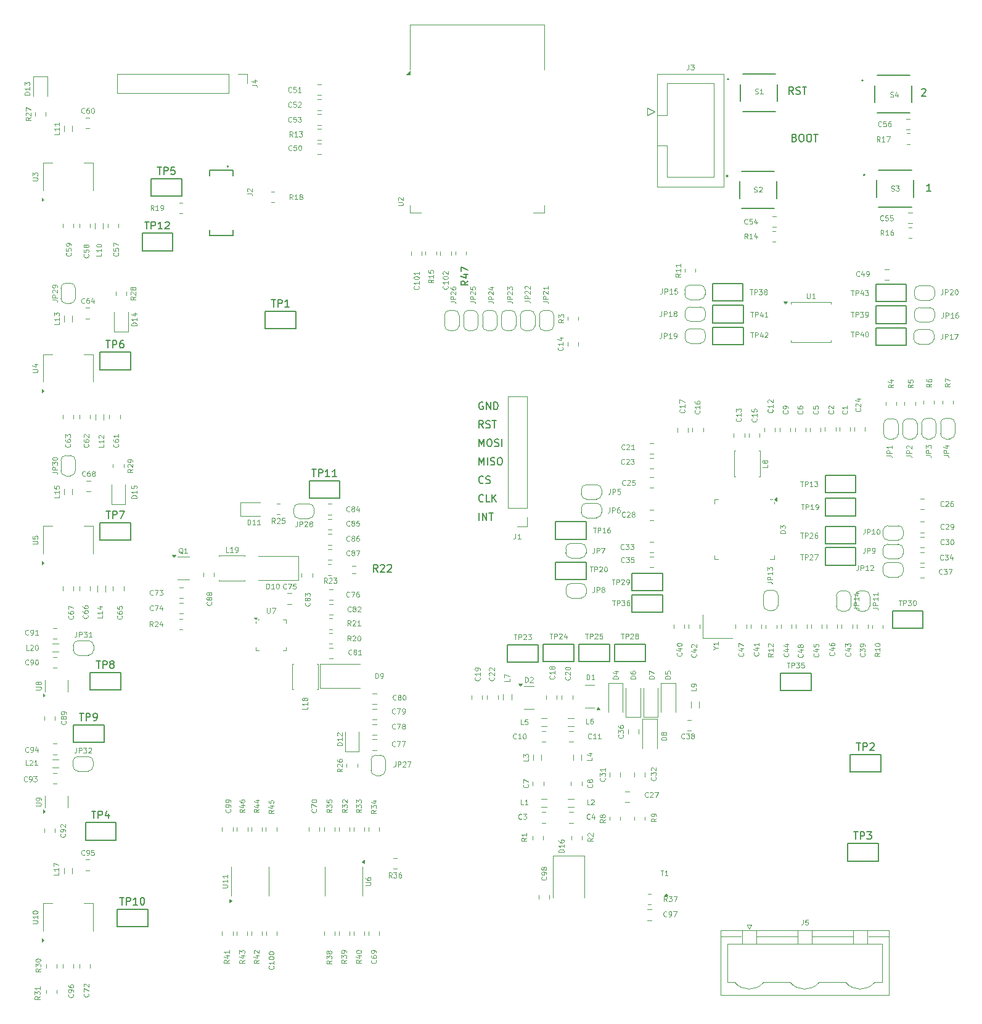
<source format=gbr>
%TF.GenerationSoftware,KiCad,Pcbnew,8.0.3*%
%TF.CreationDate,2024-06-11T07:04:39+05:45*%
%TF.ProjectId,HardwareDesign,48617264-7761-4726-9544-657369676e2e,rev?*%
%TF.SameCoordinates,Original*%
%TF.FileFunction,Legend,Top*%
%TF.FilePolarity,Positive*%
%FSLAX46Y46*%
G04 Gerber Fmt 4.6, Leading zero omitted, Abs format (unit mm)*
G04 Created by KiCad (PCBNEW 8.0.3) date 2024-06-11 07:04:39*
%MOMM*%
%LPD*%
G01*
G04 APERTURE LIST*
%ADD10C,0.250250*%
%ADD11C,0.150000*%
%ADD12C,0.120000*%
%ADD13C,0.200000*%
%ADD14C,0.127000*%
G04 APERTURE END LIST*
D10*
X139285125Y-133520000D02*
G75*
G02*
X139034875Y-133520000I-125125J0D01*
G01*
X139034875Y-133520000D02*
G75*
G02*
X139285125Y-133520000I125125J0D01*
G01*
D11*
X114008207Y-76821330D02*
X113960588Y-76868950D01*
X113960588Y-76868950D02*
X113817731Y-76916569D01*
X113817731Y-76916569D02*
X113722493Y-76916569D01*
X113722493Y-76916569D02*
X113579636Y-76868950D01*
X113579636Y-76868950D02*
X113484398Y-76773711D01*
X113484398Y-76773711D02*
X113436779Y-76678473D01*
X113436779Y-76678473D02*
X113389160Y-76487997D01*
X113389160Y-76487997D02*
X113389160Y-76345140D01*
X113389160Y-76345140D02*
X113436779Y-76154664D01*
X113436779Y-76154664D02*
X113484398Y-76059426D01*
X113484398Y-76059426D02*
X113579636Y-75964188D01*
X113579636Y-75964188D02*
X113722493Y-75916569D01*
X113722493Y-75916569D02*
X113817731Y-75916569D01*
X113817731Y-75916569D02*
X113960588Y-75964188D01*
X113960588Y-75964188D02*
X114008207Y-76011807D01*
X114389160Y-76868950D02*
X114532017Y-76916569D01*
X114532017Y-76916569D02*
X114770112Y-76916569D01*
X114770112Y-76916569D02*
X114865350Y-76868950D01*
X114865350Y-76868950D02*
X114912969Y-76821330D01*
X114912969Y-76821330D02*
X114960588Y-76726092D01*
X114960588Y-76726092D02*
X114960588Y-76630854D01*
X114960588Y-76630854D02*
X114912969Y-76535616D01*
X114912969Y-76535616D02*
X114865350Y-76487997D01*
X114865350Y-76487997D02*
X114770112Y-76440378D01*
X114770112Y-76440378D02*
X114579636Y-76392759D01*
X114579636Y-76392759D02*
X114484398Y-76345140D01*
X114484398Y-76345140D02*
X114436779Y-76297521D01*
X114436779Y-76297521D02*
X114389160Y-76202283D01*
X114389160Y-76202283D02*
X114389160Y-76107045D01*
X114389160Y-76107045D02*
X114436779Y-76011807D01*
X114436779Y-76011807D02*
X114484398Y-75964188D01*
X114484398Y-75964188D02*
X114579636Y-75916569D01*
X114579636Y-75916569D02*
X114817731Y-75916569D01*
X114817731Y-75916569D02*
X114960588Y-75964188D01*
X113436779Y-71836569D02*
X113436779Y-70836569D01*
X113436779Y-70836569D02*
X113770112Y-71550854D01*
X113770112Y-71550854D02*
X114103445Y-70836569D01*
X114103445Y-70836569D02*
X114103445Y-71836569D01*
X114770112Y-70836569D02*
X114960588Y-70836569D01*
X114960588Y-70836569D02*
X115055826Y-70884188D01*
X115055826Y-70884188D02*
X115151064Y-70979426D01*
X115151064Y-70979426D02*
X115198683Y-71169902D01*
X115198683Y-71169902D02*
X115198683Y-71503235D01*
X115198683Y-71503235D02*
X115151064Y-71693711D01*
X115151064Y-71693711D02*
X115055826Y-71788950D01*
X115055826Y-71788950D02*
X114960588Y-71836569D01*
X114960588Y-71836569D02*
X114770112Y-71836569D01*
X114770112Y-71836569D02*
X114674874Y-71788950D01*
X114674874Y-71788950D02*
X114579636Y-71693711D01*
X114579636Y-71693711D02*
X114532017Y-71503235D01*
X114532017Y-71503235D02*
X114532017Y-71169902D01*
X114532017Y-71169902D02*
X114579636Y-70979426D01*
X114579636Y-70979426D02*
X114674874Y-70884188D01*
X114674874Y-70884188D02*
X114770112Y-70836569D01*
X115579636Y-71788950D02*
X115722493Y-71836569D01*
X115722493Y-71836569D02*
X115960588Y-71836569D01*
X115960588Y-71836569D02*
X116055826Y-71788950D01*
X116055826Y-71788950D02*
X116103445Y-71741330D01*
X116103445Y-71741330D02*
X116151064Y-71646092D01*
X116151064Y-71646092D02*
X116151064Y-71550854D01*
X116151064Y-71550854D02*
X116103445Y-71455616D01*
X116103445Y-71455616D02*
X116055826Y-71407997D01*
X116055826Y-71407997D02*
X115960588Y-71360378D01*
X115960588Y-71360378D02*
X115770112Y-71312759D01*
X115770112Y-71312759D02*
X115674874Y-71265140D01*
X115674874Y-71265140D02*
X115627255Y-71217521D01*
X115627255Y-71217521D02*
X115579636Y-71122283D01*
X115579636Y-71122283D02*
X115579636Y-71027045D01*
X115579636Y-71027045D02*
X115627255Y-70931807D01*
X115627255Y-70931807D02*
X115674874Y-70884188D01*
X115674874Y-70884188D02*
X115770112Y-70836569D01*
X115770112Y-70836569D02*
X116008207Y-70836569D01*
X116008207Y-70836569D02*
X116151064Y-70884188D01*
X116579636Y-71836569D02*
X116579636Y-70836569D01*
X113436779Y-74376569D02*
X113436779Y-73376569D01*
X113436779Y-73376569D02*
X113770112Y-74090854D01*
X113770112Y-74090854D02*
X114103445Y-73376569D01*
X114103445Y-73376569D02*
X114103445Y-74376569D01*
X114579636Y-74376569D02*
X114579636Y-73376569D01*
X115008207Y-74328950D02*
X115151064Y-74376569D01*
X115151064Y-74376569D02*
X115389159Y-74376569D01*
X115389159Y-74376569D02*
X115484397Y-74328950D01*
X115484397Y-74328950D02*
X115532016Y-74281330D01*
X115532016Y-74281330D02*
X115579635Y-74186092D01*
X115579635Y-74186092D02*
X115579635Y-74090854D01*
X115579635Y-74090854D02*
X115532016Y-73995616D01*
X115532016Y-73995616D02*
X115484397Y-73947997D01*
X115484397Y-73947997D02*
X115389159Y-73900378D01*
X115389159Y-73900378D02*
X115198683Y-73852759D01*
X115198683Y-73852759D02*
X115103445Y-73805140D01*
X115103445Y-73805140D02*
X115055826Y-73757521D01*
X115055826Y-73757521D02*
X115008207Y-73662283D01*
X115008207Y-73662283D02*
X115008207Y-73567045D01*
X115008207Y-73567045D02*
X115055826Y-73471807D01*
X115055826Y-73471807D02*
X115103445Y-73424188D01*
X115103445Y-73424188D02*
X115198683Y-73376569D01*
X115198683Y-73376569D02*
X115436778Y-73376569D01*
X115436778Y-73376569D02*
X115579635Y-73424188D01*
X116198683Y-73376569D02*
X116389159Y-73376569D01*
X116389159Y-73376569D02*
X116484397Y-73424188D01*
X116484397Y-73424188D02*
X116579635Y-73519426D01*
X116579635Y-73519426D02*
X116627254Y-73709902D01*
X116627254Y-73709902D02*
X116627254Y-74043235D01*
X116627254Y-74043235D02*
X116579635Y-74233711D01*
X116579635Y-74233711D02*
X116484397Y-74328950D01*
X116484397Y-74328950D02*
X116389159Y-74376569D01*
X116389159Y-74376569D02*
X116198683Y-74376569D01*
X116198683Y-74376569D02*
X116103445Y-74328950D01*
X116103445Y-74328950D02*
X116008207Y-74233711D01*
X116008207Y-74233711D02*
X115960588Y-74043235D01*
X115960588Y-74043235D02*
X115960588Y-73709902D01*
X115960588Y-73709902D02*
X116008207Y-73519426D01*
X116008207Y-73519426D02*
X116103445Y-73424188D01*
X116103445Y-73424188D02*
X116198683Y-73376569D01*
X113436779Y-81996569D02*
X113436779Y-80996569D01*
X113912969Y-81996569D02*
X113912969Y-80996569D01*
X113912969Y-80996569D02*
X114484397Y-81996569D01*
X114484397Y-81996569D02*
X114484397Y-80996569D01*
X114817731Y-80996569D02*
X115389159Y-80996569D01*
X115103445Y-81996569D02*
X115103445Y-80996569D01*
X156608207Y-23469819D02*
X156274874Y-22993628D01*
X156036779Y-23469819D02*
X156036779Y-22469819D01*
X156036779Y-22469819D02*
X156417731Y-22469819D01*
X156417731Y-22469819D02*
X156512969Y-22517438D01*
X156512969Y-22517438D02*
X156560588Y-22565057D01*
X156560588Y-22565057D02*
X156608207Y-22660295D01*
X156608207Y-22660295D02*
X156608207Y-22803152D01*
X156608207Y-22803152D02*
X156560588Y-22898390D01*
X156560588Y-22898390D02*
X156512969Y-22946009D01*
X156512969Y-22946009D02*
X156417731Y-22993628D01*
X156417731Y-22993628D02*
X156036779Y-22993628D01*
X156989160Y-23422200D02*
X157132017Y-23469819D01*
X157132017Y-23469819D02*
X157370112Y-23469819D01*
X157370112Y-23469819D02*
X157465350Y-23422200D01*
X157465350Y-23422200D02*
X157512969Y-23374580D01*
X157512969Y-23374580D02*
X157560588Y-23279342D01*
X157560588Y-23279342D02*
X157560588Y-23184104D01*
X157560588Y-23184104D02*
X157512969Y-23088866D01*
X157512969Y-23088866D02*
X157465350Y-23041247D01*
X157465350Y-23041247D02*
X157370112Y-22993628D01*
X157370112Y-22993628D02*
X157179636Y-22946009D01*
X157179636Y-22946009D02*
X157084398Y-22898390D01*
X157084398Y-22898390D02*
X157036779Y-22850771D01*
X157036779Y-22850771D02*
X156989160Y-22755533D01*
X156989160Y-22755533D02*
X156989160Y-22660295D01*
X156989160Y-22660295D02*
X157036779Y-22565057D01*
X157036779Y-22565057D02*
X157084398Y-22517438D01*
X157084398Y-22517438D02*
X157179636Y-22469819D01*
X157179636Y-22469819D02*
X157417731Y-22469819D01*
X157417731Y-22469819D02*
X157560588Y-22517438D01*
X157846303Y-22469819D02*
X158417731Y-22469819D01*
X158132017Y-23469819D02*
X158132017Y-22469819D01*
X113960588Y-65804188D02*
X113865350Y-65756569D01*
X113865350Y-65756569D02*
X113722493Y-65756569D01*
X113722493Y-65756569D02*
X113579636Y-65804188D01*
X113579636Y-65804188D02*
X113484398Y-65899426D01*
X113484398Y-65899426D02*
X113436779Y-65994664D01*
X113436779Y-65994664D02*
X113389160Y-66185140D01*
X113389160Y-66185140D02*
X113389160Y-66327997D01*
X113389160Y-66327997D02*
X113436779Y-66518473D01*
X113436779Y-66518473D02*
X113484398Y-66613711D01*
X113484398Y-66613711D02*
X113579636Y-66708950D01*
X113579636Y-66708950D02*
X113722493Y-66756569D01*
X113722493Y-66756569D02*
X113817731Y-66756569D01*
X113817731Y-66756569D02*
X113960588Y-66708950D01*
X113960588Y-66708950D02*
X114008207Y-66661330D01*
X114008207Y-66661330D02*
X114008207Y-66327997D01*
X114008207Y-66327997D02*
X113817731Y-66327997D01*
X114436779Y-66756569D02*
X114436779Y-65756569D01*
X114436779Y-65756569D02*
X115008207Y-66756569D01*
X115008207Y-66756569D02*
X115008207Y-65756569D01*
X115484398Y-66756569D02*
X115484398Y-65756569D01*
X115484398Y-65756569D02*
X115722493Y-65756569D01*
X115722493Y-65756569D02*
X115865350Y-65804188D01*
X115865350Y-65804188D02*
X115960588Y-65899426D01*
X115960588Y-65899426D02*
X116008207Y-65994664D01*
X116008207Y-65994664D02*
X116055826Y-66185140D01*
X116055826Y-66185140D02*
X116055826Y-66327997D01*
X116055826Y-66327997D02*
X116008207Y-66518473D01*
X116008207Y-66518473D02*
X115960588Y-66613711D01*
X115960588Y-66613711D02*
X115865350Y-66708950D01*
X115865350Y-66708950D02*
X115722493Y-66756569D01*
X115722493Y-66756569D02*
X115484398Y-66756569D01*
X114008207Y-69296569D02*
X113674874Y-68820378D01*
X113436779Y-69296569D02*
X113436779Y-68296569D01*
X113436779Y-68296569D02*
X113817731Y-68296569D01*
X113817731Y-68296569D02*
X113912969Y-68344188D01*
X113912969Y-68344188D02*
X113960588Y-68391807D01*
X113960588Y-68391807D02*
X114008207Y-68487045D01*
X114008207Y-68487045D02*
X114008207Y-68629902D01*
X114008207Y-68629902D02*
X113960588Y-68725140D01*
X113960588Y-68725140D02*
X113912969Y-68772759D01*
X113912969Y-68772759D02*
X113817731Y-68820378D01*
X113817731Y-68820378D02*
X113436779Y-68820378D01*
X114389160Y-69248950D02*
X114532017Y-69296569D01*
X114532017Y-69296569D02*
X114770112Y-69296569D01*
X114770112Y-69296569D02*
X114865350Y-69248950D01*
X114865350Y-69248950D02*
X114912969Y-69201330D01*
X114912969Y-69201330D02*
X114960588Y-69106092D01*
X114960588Y-69106092D02*
X114960588Y-69010854D01*
X114960588Y-69010854D02*
X114912969Y-68915616D01*
X114912969Y-68915616D02*
X114865350Y-68867997D01*
X114865350Y-68867997D02*
X114770112Y-68820378D01*
X114770112Y-68820378D02*
X114579636Y-68772759D01*
X114579636Y-68772759D02*
X114484398Y-68725140D01*
X114484398Y-68725140D02*
X114436779Y-68677521D01*
X114436779Y-68677521D02*
X114389160Y-68582283D01*
X114389160Y-68582283D02*
X114389160Y-68487045D01*
X114389160Y-68487045D02*
X114436779Y-68391807D01*
X114436779Y-68391807D02*
X114484398Y-68344188D01*
X114484398Y-68344188D02*
X114579636Y-68296569D01*
X114579636Y-68296569D02*
X114817731Y-68296569D01*
X114817731Y-68296569D02*
X114960588Y-68344188D01*
X115246303Y-68296569D02*
X115817731Y-68296569D01*
X115532017Y-69296569D02*
X115532017Y-68296569D01*
X174241660Y-22800057D02*
X174289279Y-22752438D01*
X174289279Y-22752438D02*
X174384517Y-22704819D01*
X174384517Y-22704819D02*
X174622612Y-22704819D01*
X174622612Y-22704819D02*
X174717850Y-22752438D01*
X174717850Y-22752438D02*
X174765469Y-22800057D01*
X174765469Y-22800057D02*
X174813088Y-22895295D01*
X174813088Y-22895295D02*
X174813088Y-22990533D01*
X174813088Y-22990533D02*
X174765469Y-23133390D01*
X174765469Y-23133390D02*
X174194041Y-23704819D01*
X174194041Y-23704819D02*
X174813088Y-23704819D01*
X114008207Y-79361330D02*
X113960588Y-79408950D01*
X113960588Y-79408950D02*
X113817731Y-79456569D01*
X113817731Y-79456569D02*
X113722493Y-79456569D01*
X113722493Y-79456569D02*
X113579636Y-79408950D01*
X113579636Y-79408950D02*
X113484398Y-79313711D01*
X113484398Y-79313711D02*
X113436779Y-79218473D01*
X113436779Y-79218473D02*
X113389160Y-79027997D01*
X113389160Y-79027997D02*
X113389160Y-78885140D01*
X113389160Y-78885140D02*
X113436779Y-78694664D01*
X113436779Y-78694664D02*
X113484398Y-78599426D01*
X113484398Y-78599426D02*
X113579636Y-78504188D01*
X113579636Y-78504188D02*
X113722493Y-78456569D01*
X113722493Y-78456569D02*
X113817731Y-78456569D01*
X113817731Y-78456569D02*
X113960588Y-78504188D01*
X113960588Y-78504188D02*
X114008207Y-78551807D01*
X114912969Y-79456569D02*
X114436779Y-79456569D01*
X114436779Y-79456569D02*
X114436779Y-78456569D01*
X115246303Y-79456569D02*
X115246303Y-78456569D01*
X115817731Y-79456569D02*
X115389160Y-78885140D01*
X115817731Y-78456569D02*
X115246303Y-79027997D01*
X156770112Y-29446009D02*
X156912969Y-29493628D01*
X156912969Y-29493628D02*
X156960588Y-29541247D01*
X156960588Y-29541247D02*
X157008207Y-29636485D01*
X157008207Y-29636485D02*
X157008207Y-29779342D01*
X157008207Y-29779342D02*
X156960588Y-29874580D01*
X156960588Y-29874580D02*
X156912969Y-29922200D01*
X156912969Y-29922200D02*
X156817731Y-29969819D01*
X156817731Y-29969819D02*
X156436779Y-29969819D01*
X156436779Y-29969819D02*
X156436779Y-28969819D01*
X156436779Y-28969819D02*
X156770112Y-28969819D01*
X156770112Y-28969819D02*
X156865350Y-29017438D01*
X156865350Y-29017438D02*
X156912969Y-29065057D01*
X156912969Y-29065057D02*
X156960588Y-29160295D01*
X156960588Y-29160295D02*
X156960588Y-29255533D01*
X156960588Y-29255533D02*
X156912969Y-29350771D01*
X156912969Y-29350771D02*
X156865350Y-29398390D01*
X156865350Y-29398390D02*
X156770112Y-29446009D01*
X156770112Y-29446009D02*
X156436779Y-29446009D01*
X157627255Y-28969819D02*
X157817731Y-28969819D01*
X157817731Y-28969819D02*
X157912969Y-29017438D01*
X157912969Y-29017438D02*
X158008207Y-29112676D01*
X158008207Y-29112676D02*
X158055826Y-29303152D01*
X158055826Y-29303152D02*
X158055826Y-29636485D01*
X158055826Y-29636485D02*
X158008207Y-29826961D01*
X158008207Y-29826961D02*
X157912969Y-29922200D01*
X157912969Y-29922200D02*
X157817731Y-29969819D01*
X157817731Y-29969819D02*
X157627255Y-29969819D01*
X157627255Y-29969819D02*
X157532017Y-29922200D01*
X157532017Y-29922200D02*
X157436779Y-29826961D01*
X157436779Y-29826961D02*
X157389160Y-29636485D01*
X157389160Y-29636485D02*
X157389160Y-29303152D01*
X157389160Y-29303152D02*
X157436779Y-29112676D01*
X157436779Y-29112676D02*
X157532017Y-29017438D01*
X157532017Y-29017438D02*
X157627255Y-28969819D01*
X158674874Y-28969819D02*
X158865350Y-28969819D01*
X158865350Y-28969819D02*
X158960588Y-29017438D01*
X158960588Y-29017438D02*
X159055826Y-29112676D01*
X159055826Y-29112676D02*
X159103445Y-29303152D01*
X159103445Y-29303152D02*
X159103445Y-29636485D01*
X159103445Y-29636485D02*
X159055826Y-29826961D01*
X159055826Y-29826961D02*
X158960588Y-29922200D01*
X158960588Y-29922200D02*
X158865350Y-29969819D01*
X158865350Y-29969819D02*
X158674874Y-29969819D01*
X158674874Y-29969819D02*
X158579636Y-29922200D01*
X158579636Y-29922200D02*
X158484398Y-29826961D01*
X158484398Y-29826961D02*
X158436779Y-29636485D01*
X158436779Y-29636485D02*
X158436779Y-29303152D01*
X158436779Y-29303152D02*
X158484398Y-29112676D01*
X158484398Y-29112676D02*
X158579636Y-29017438D01*
X158579636Y-29017438D02*
X158674874Y-28969819D01*
X159389160Y-28969819D02*
X159960588Y-28969819D01*
X159674874Y-29969819D02*
X159674874Y-28969819D01*
X175503088Y-36749819D02*
X174931660Y-36749819D01*
X175217374Y-36749819D02*
X175217374Y-35749819D01*
X175217374Y-35749819D02*
X175122136Y-35892676D01*
X175122136Y-35892676D02*
X175026898Y-35987914D01*
X175026898Y-35987914D02*
X174931660Y-36035533D01*
D12*
X94647593Y-112887500D02*
X93947593Y-112887500D01*
X93947593Y-112887500D02*
X93947593Y-112720833D01*
X93947593Y-112720833D02*
X93980926Y-112620833D01*
X93980926Y-112620833D02*
X94047593Y-112554167D01*
X94047593Y-112554167D02*
X94114260Y-112520833D01*
X94114260Y-112520833D02*
X94247593Y-112487500D01*
X94247593Y-112487500D02*
X94347593Y-112487500D01*
X94347593Y-112487500D02*
X94480926Y-112520833D01*
X94480926Y-112520833D02*
X94547593Y-112554167D01*
X94547593Y-112554167D02*
X94614260Y-112620833D01*
X94614260Y-112620833D02*
X94647593Y-112720833D01*
X94647593Y-112720833D02*
X94647593Y-112887500D01*
X94647593Y-111820833D02*
X94647593Y-112220833D01*
X94647593Y-112020833D02*
X93947593Y-112020833D01*
X93947593Y-112020833D02*
X94047593Y-112087500D01*
X94047593Y-112087500D02*
X94114260Y-112154167D01*
X94114260Y-112154167D02*
X94147593Y-112220833D01*
X94014260Y-111554166D02*
X93980926Y-111520833D01*
X93980926Y-111520833D02*
X93947593Y-111454166D01*
X93947593Y-111454166D02*
X93947593Y-111287500D01*
X93947593Y-111287500D02*
X93980926Y-111220833D01*
X93980926Y-111220833D02*
X94014260Y-111187500D01*
X94014260Y-111187500D02*
X94080926Y-111154166D01*
X94080926Y-111154166D02*
X94147593Y-111154166D01*
X94147593Y-111154166D02*
X94247593Y-111187500D01*
X94247593Y-111187500D02*
X94647593Y-111587500D01*
X94647593Y-111587500D02*
X94647593Y-111154166D01*
X157573333Y-83717593D02*
X157973333Y-83717593D01*
X157773333Y-84417593D02*
X157773333Y-83717593D01*
X158206666Y-84417593D02*
X158206666Y-83717593D01*
X158206666Y-83717593D02*
X158473333Y-83717593D01*
X158473333Y-83717593D02*
X158540000Y-83750926D01*
X158540000Y-83750926D02*
X158573333Y-83784260D01*
X158573333Y-83784260D02*
X158606666Y-83850926D01*
X158606666Y-83850926D02*
X158606666Y-83950926D01*
X158606666Y-83950926D02*
X158573333Y-84017593D01*
X158573333Y-84017593D02*
X158540000Y-84050926D01*
X158540000Y-84050926D02*
X158473333Y-84084260D01*
X158473333Y-84084260D02*
X158206666Y-84084260D01*
X158873333Y-83784260D02*
X158906666Y-83750926D01*
X158906666Y-83750926D02*
X158973333Y-83717593D01*
X158973333Y-83717593D02*
X159140000Y-83717593D01*
X159140000Y-83717593D02*
X159206666Y-83750926D01*
X159206666Y-83750926D02*
X159240000Y-83784260D01*
X159240000Y-83784260D02*
X159273333Y-83850926D01*
X159273333Y-83850926D02*
X159273333Y-83917593D01*
X159273333Y-83917593D02*
X159240000Y-84017593D01*
X159240000Y-84017593D02*
X158840000Y-84417593D01*
X158840000Y-84417593D02*
X159273333Y-84417593D01*
X159873333Y-83717593D02*
X159740000Y-83717593D01*
X159740000Y-83717593D02*
X159673333Y-83750926D01*
X159673333Y-83750926D02*
X159640000Y-83784260D01*
X159640000Y-83784260D02*
X159573333Y-83884260D01*
X159573333Y-83884260D02*
X159540000Y-84017593D01*
X159540000Y-84017593D02*
X159540000Y-84284260D01*
X159540000Y-84284260D02*
X159573333Y-84350926D01*
X159573333Y-84350926D02*
X159606667Y-84384260D01*
X159606667Y-84384260D02*
X159673333Y-84417593D01*
X159673333Y-84417593D02*
X159806667Y-84417593D01*
X159806667Y-84417593D02*
X159873333Y-84384260D01*
X159873333Y-84384260D02*
X159906667Y-84350926D01*
X159906667Y-84350926D02*
X159940000Y-84284260D01*
X159940000Y-84284260D02*
X159940000Y-84117593D01*
X159940000Y-84117593D02*
X159906667Y-84050926D01*
X159906667Y-84050926D02*
X159873333Y-84017593D01*
X159873333Y-84017593D02*
X159806667Y-83984260D01*
X159806667Y-83984260D02*
X159673333Y-83984260D01*
X159673333Y-83984260D02*
X159606667Y-84017593D01*
X159606667Y-84017593D02*
X159573333Y-84050926D01*
X159573333Y-84050926D02*
X159540000Y-84117593D01*
D11*
X60878095Y-101304819D02*
X61449523Y-101304819D01*
X61163809Y-102304819D02*
X61163809Y-101304819D01*
X61782857Y-102304819D02*
X61782857Y-101304819D01*
X61782857Y-101304819D02*
X62163809Y-101304819D01*
X62163809Y-101304819D02*
X62259047Y-101352438D01*
X62259047Y-101352438D02*
X62306666Y-101400057D01*
X62306666Y-101400057D02*
X62354285Y-101495295D01*
X62354285Y-101495295D02*
X62354285Y-101638152D01*
X62354285Y-101638152D02*
X62306666Y-101733390D01*
X62306666Y-101733390D02*
X62259047Y-101781009D01*
X62259047Y-101781009D02*
X62163809Y-101828628D01*
X62163809Y-101828628D02*
X61782857Y-101828628D01*
X62925714Y-101733390D02*
X62830476Y-101685771D01*
X62830476Y-101685771D02*
X62782857Y-101638152D01*
X62782857Y-101638152D02*
X62735238Y-101542914D01*
X62735238Y-101542914D02*
X62735238Y-101495295D01*
X62735238Y-101495295D02*
X62782857Y-101400057D01*
X62782857Y-101400057D02*
X62830476Y-101352438D01*
X62830476Y-101352438D02*
X62925714Y-101304819D01*
X62925714Y-101304819D02*
X63116190Y-101304819D01*
X63116190Y-101304819D02*
X63211428Y-101352438D01*
X63211428Y-101352438D02*
X63259047Y-101400057D01*
X63259047Y-101400057D02*
X63306666Y-101495295D01*
X63306666Y-101495295D02*
X63306666Y-101542914D01*
X63306666Y-101542914D02*
X63259047Y-101638152D01*
X63259047Y-101638152D02*
X63211428Y-101685771D01*
X63211428Y-101685771D02*
X63116190Y-101733390D01*
X63116190Y-101733390D02*
X62925714Y-101733390D01*
X62925714Y-101733390D02*
X62830476Y-101781009D01*
X62830476Y-101781009D02*
X62782857Y-101828628D01*
X62782857Y-101828628D02*
X62735238Y-101923866D01*
X62735238Y-101923866D02*
X62735238Y-102114342D01*
X62735238Y-102114342D02*
X62782857Y-102209580D01*
X62782857Y-102209580D02*
X62830476Y-102257200D01*
X62830476Y-102257200D02*
X62925714Y-102304819D01*
X62925714Y-102304819D02*
X63116190Y-102304819D01*
X63116190Y-102304819D02*
X63211428Y-102257200D01*
X63211428Y-102257200D02*
X63259047Y-102209580D01*
X63259047Y-102209580D02*
X63306666Y-102114342D01*
X63306666Y-102114342D02*
X63306666Y-101923866D01*
X63306666Y-101923866D02*
X63259047Y-101828628D01*
X63259047Y-101828628D02*
X63211428Y-101781009D01*
X63211428Y-101781009D02*
X63116190Y-101733390D01*
D12*
X128523333Y-109917593D02*
X128189999Y-109917593D01*
X128189999Y-109917593D02*
X128189999Y-109217593D01*
X129056666Y-109217593D02*
X128923333Y-109217593D01*
X128923333Y-109217593D02*
X128856666Y-109250926D01*
X128856666Y-109250926D02*
X128823333Y-109284260D01*
X128823333Y-109284260D02*
X128756666Y-109384260D01*
X128756666Y-109384260D02*
X128723333Y-109517593D01*
X128723333Y-109517593D02*
X128723333Y-109784260D01*
X128723333Y-109784260D02*
X128756666Y-109850926D01*
X128756666Y-109850926D02*
X128790000Y-109884260D01*
X128790000Y-109884260D02*
X128856666Y-109917593D01*
X128856666Y-109917593D02*
X128990000Y-109917593D01*
X128990000Y-109917593D02*
X129056666Y-109884260D01*
X129056666Y-109884260D02*
X129090000Y-109850926D01*
X129090000Y-109850926D02*
X129123333Y-109784260D01*
X129123333Y-109784260D02*
X129123333Y-109617593D01*
X129123333Y-109617593D02*
X129090000Y-109550926D01*
X129090000Y-109550926D02*
X129056666Y-109517593D01*
X129056666Y-109517593D02*
X128990000Y-109484260D01*
X128990000Y-109484260D02*
X128856666Y-109484260D01*
X128856666Y-109484260D02*
X128790000Y-109517593D01*
X128790000Y-109517593D02*
X128756666Y-109550926D01*
X128756666Y-109550926D02*
X128723333Y-109617593D01*
X169427593Y-73103333D02*
X169927593Y-73103333D01*
X169927593Y-73103333D02*
X170027593Y-73136666D01*
X170027593Y-73136666D02*
X170094260Y-73203333D01*
X170094260Y-73203333D02*
X170127593Y-73303333D01*
X170127593Y-73303333D02*
X170127593Y-73370000D01*
X170127593Y-72770000D02*
X169427593Y-72770000D01*
X169427593Y-72770000D02*
X169427593Y-72503333D01*
X169427593Y-72503333D02*
X169460926Y-72436667D01*
X169460926Y-72436667D02*
X169494260Y-72403333D01*
X169494260Y-72403333D02*
X169560926Y-72370000D01*
X169560926Y-72370000D02*
X169660926Y-72370000D01*
X169660926Y-72370000D02*
X169727593Y-72403333D01*
X169727593Y-72403333D02*
X169760926Y-72436667D01*
X169760926Y-72436667D02*
X169794260Y-72503333D01*
X169794260Y-72503333D02*
X169794260Y-72770000D01*
X170127593Y-71703333D02*
X170127593Y-72103333D01*
X170127593Y-71903333D02*
X169427593Y-71903333D01*
X169427593Y-71903333D02*
X169527593Y-71970000D01*
X169527593Y-71970000D02*
X169594260Y-72036667D01*
X169594260Y-72036667D02*
X169627593Y-72103333D01*
X85424165Y-82387593D02*
X85190832Y-82054260D01*
X85024165Y-82387593D02*
X85024165Y-81687593D01*
X85024165Y-81687593D02*
X85290832Y-81687593D01*
X85290832Y-81687593D02*
X85357499Y-81720926D01*
X85357499Y-81720926D02*
X85390832Y-81754260D01*
X85390832Y-81754260D02*
X85424165Y-81820926D01*
X85424165Y-81820926D02*
X85424165Y-81920926D01*
X85424165Y-81920926D02*
X85390832Y-81987593D01*
X85390832Y-81987593D02*
X85357499Y-82020926D01*
X85357499Y-82020926D02*
X85290832Y-82054260D01*
X85290832Y-82054260D02*
X85024165Y-82054260D01*
X85690832Y-81754260D02*
X85724165Y-81720926D01*
X85724165Y-81720926D02*
X85790832Y-81687593D01*
X85790832Y-81687593D02*
X85957499Y-81687593D01*
X85957499Y-81687593D02*
X86024165Y-81720926D01*
X86024165Y-81720926D02*
X86057499Y-81754260D01*
X86057499Y-81754260D02*
X86090832Y-81820926D01*
X86090832Y-81820926D02*
X86090832Y-81887593D01*
X86090832Y-81887593D02*
X86057499Y-81987593D01*
X86057499Y-81987593D02*
X85657499Y-82387593D01*
X85657499Y-82387593D02*
X86090832Y-82387593D01*
X86724166Y-81687593D02*
X86390832Y-81687593D01*
X86390832Y-81687593D02*
X86357499Y-82020926D01*
X86357499Y-82020926D02*
X86390832Y-81987593D01*
X86390832Y-81987593D02*
X86457499Y-81954260D01*
X86457499Y-81954260D02*
X86624166Y-81954260D01*
X86624166Y-81954260D02*
X86690832Y-81987593D01*
X86690832Y-81987593D02*
X86724166Y-82020926D01*
X86724166Y-82020926D02*
X86757499Y-82087593D01*
X86757499Y-82087593D02*
X86757499Y-82254260D01*
X86757499Y-82254260D02*
X86724166Y-82320926D01*
X86724166Y-82320926D02*
X86690832Y-82354260D01*
X86690832Y-82354260D02*
X86624166Y-82387593D01*
X86624166Y-82387593D02*
X86457499Y-82387593D01*
X86457499Y-82387593D02*
X86390832Y-82354260D01*
X86390832Y-82354260D02*
X86357499Y-82320926D01*
X118233333Y-97657593D02*
X118633333Y-97657593D01*
X118433333Y-98357593D02*
X118433333Y-97657593D01*
X118866666Y-98357593D02*
X118866666Y-97657593D01*
X118866666Y-97657593D02*
X119133333Y-97657593D01*
X119133333Y-97657593D02*
X119200000Y-97690926D01*
X119200000Y-97690926D02*
X119233333Y-97724260D01*
X119233333Y-97724260D02*
X119266666Y-97790926D01*
X119266666Y-97790926D02*
X119266666Y-97890926D01*
X119266666Y-97890926D02*
X119233333Y-97957593D01*
X119233333Y-97957593D02*
X119200000Y-97990926D01*
X119200000Y-97990926D02*
X119133333Y-98024260D01*
X119133333Y-98024260D02*
X118866666Y-98024260D01*
X119533333Y-97724260D02*
X119566666Y-97690926D01*
X119566666Y-97690926D02*
X119633333Y-97657593D01*
X119633333Y-97657593D02*
X119800000Y-97657593D01*
X119800000Y-97657593D02*
X119866666Y-97690926D01*
X119866666Y-97690926D02*
X119900000Y-97724260D01*
X119900000Y-97724260D02*
X119933333Y-97790926D01*
X119933333Y-97790926D02*
X119933333Y-97857593D01*
X119933333Y-97857593D02*
X119900000Y-97957593D01*
X119900000Y-97957593D02*
X119500000Y-98357593D01*
X119500000Y-98357593D02*
X119933333Y-98357593D01*
X120166667Y-97657593D02*
X120600000Y-97657593D01*
X120600000Y-97657593D02*
X120366667Y-97924260D01*
X120366667Y-97924260D02*
X120466667Y-97924260D01*
X120466667Y-97924260D02*
X120533333Y-97957593D01*
X120533333Y-97957593D02*
X120566667Y-97990926D01*
X120566667Y-97990926D02*
X120600000Y-98057593D01*
X120600000Y-98057593D02*
X120600000Y-98224260D01*
X120600000Y-98224260D02*
X120566667Y-98290926D01*
X120566667Y-98290926D02*
X120533333Y-98324260D01*
X120533333Y-98324260D02*
X120466667Y-98357593D01*
X120466667Y-98357593D02*
X120266667Y-98357593D01*
X120266667Y-98357593D02*
X120200000Y-98324260D01*
X120200000Y-98324260D02*
X120166667Y-98290926D01*
X102029999Y-106593426D02*
X101996666Y-106626760D01*
X101996666Y-106626760D02*
X101896666Y-106660093D01*
X101896666Y-106660093D02*
X101829999Y-106660093D01*
X101829999Y-106660093D02*
X101729999Y-106626760D01*
X101729999Y-106626760D02*
X101663333Y-106560093D01*
X101663333Y-106560093D02*
X101629999Y-106493426D01*
X101629999Y-106493426D02*
X101596666Y-106360093D01*
X101596666Y-106360093D02*
X101596666Y-106260093D01*
X101596666Y-106260093D02*
X101629999Y-106126760D01*
X101629999Y-106126760D02*
X101663333Y-106060093D01*
X101663333Y-106060093D02*
X101729999Y-105993426D01*
X101729999Y-105993426D02*
X101829999Y-105960093D01*
X101829999Y-105960093D02*
X101896666Y-105960093D01*
X101896666Y-105960093D02*
X101996666Y-105993426D01*
X101996666Y-105993426D02*
X102029999Y-106026760D01*
X102429999Y-106260093D02*
X102363333Y-106226760D01*
X102363333Y-106226760D02*
X102329999Y-106193426D01*
X102329999Y-106193426D02*
X102296666Y-106126760D01*
X102296666Y-106126760D02*
X102296666Y-106093426D01*
X102296666Y-106093426D02*
X102329999Y-106026760D01*
X102329999Y-106026760D02*
X102363333Y-105993426D01*
X102363333Y-105993426D02*
X102429999Y-105960093D01*
X102429999Y-105960093D02*
X102563333Y-105960093D01*
X102563333Y-105960093D02*
X102629999Y-105993426D01*
X102629999Y-105993426D02*
X102663333Y-106026760D01*
X102663333Y-106026760D02*
X102696666Y-106093426D01*
X102696666Y-106093426D02*
X102696666Y-106126760D01*
X102696666Y-106126760D02*
X102663333Y-106193426D01*
X102663333Y-106193426D02*
X102629999Y-106226760D01*
X102629999Y-106226760D02*
X102563333Y-106260093D01*
X102563333Y-106260093D02*
X102429999Y-106260093D01*
X102429999Y-106260093D02*
X102363333Y-106293426D01*
X102363333Y-106293426D02*
X102329999Y-106326760D01*
X102329999Y-106326760D02*
X102296666Y-106393426D01*
X102296666Y-106393426D02*
X102296666Y-106526760D01*
X102296666Y-106526760D02*
X102329999Y-106593426D01*
X102329999Y-106593426D02*
X102363333Y-106626760D01*
X102363333Y-106626760D02*
X102429999Y-106660093D01*
X102429999Y-106660093D02*
X102563333Y-106660093D01*
X102563333Y-106660093D02*
X102629999Y-106626760D01*
X102629999Y-106626760D02*
X102663333Y-106593426D01*
X102663333Y-106593426D02*
X102696666Y-106526760D01*
X102696666Y-106526760D02*
X102696666Y-106393426D01*
X102696666Y-106393426D02*
X102663333Y-106326760D01*
X102663333Y-106326760D02*
X102629999Y-106293426D01*
X102629999Y-106293426D02*
X102563333Y-106260093D01*
X103130000Y-105960093D02*
X103196666Y-105960093D01*
X103196666Y-105960093D02*
X103263333Y-105993426D01*
X103263333Y-105993426D02*
X103296666Y-106026760D01*
X103296666Y-106026760D02*
X103330000Y-106093426D01*
X103330000Y-106093426D02*
X103363333Y-106226760D01*
X103363333Y-106226760D02*
X103363333Y-106393426D01*
X103363333Y-106393426D02*
X103330000Y-106526760D01*
X103330000Y-106526760D02*
X103296666Y-106593426D01*
X103296666Y-106593426D02*
X103263333Y-106626760D01*
X103263333Y-106626760D02*
X103196666Y-106660093D01*
X103196666Y-106660093D02*
X103130000Y-106660093D01*
X103130000Y-106660093D02*
X103063333Y-106626760D01*
X103063333Y-106626760D02*
X103030000Y-106593426D01*
X103030000Y-106593426D02*
X102996666Y-106526760D01*
X102996666Y-106526760D02*
X102963333Y-106393426D01*
X102963333Y-106393426D02*
X102963333Y-106226760D01*
X102963333Y-106226760D02*
X102996666Y-106093426D01*
X102996666Y-106093426D02*
X103030000Y-106026760D01*
X103030000Y-106026760D02*
X103063333Y-105993426D01*
X103063333Y-105993426D02*
X103130000Y-105960093D01*
X87669999Y-25166926D02*
X87636666Y-25200260D01*
X87636666Y-25200260D02*
X87536666Y-25233593D01*
X87536666Y-25233593D02*
X87469999Y-25233593D01*
X87469999Y-25233593D02*
X87369999Y-25200260D01*
X87369999Y-25200260D02*
X87303333Y-25133593D01*
X87303333Y-25133593D02*
X87269999Y-25066926D01*
X87269999Y-25066926D02*
X87236666Y-24933593D01*
X87236666Y-24933593D02*
X87236666Y-24833593D01*
X87236666Y-24833593D02*
X87269999Y-24700260D01*
X87269999Y-24700260D02*
X87303333Y-24633593D01*
X87303333Y-24633593D02*
X87369999Y-24566926D01*
X87369999Y-24566926D02*
X87469999Y-24533593D01*
X87469999Y-24533593D02*
X87536666Y-24533593D01*
X87536666Y-24533593D02*
X87636666Y-24566926D01*
X87636666Y-24566926D02*
X87669999Y-24600260D01*
X88303333Y-24533593D02*
X87969999Y-24533593D01*
X87969999Y-24533593D02*
X87936666Y-24866926D01*
X87936666Y-24866926D02*
X87969999Y-24833593D01*
X87969999Y-24833593D02*
X88036666Y-24800260D01*
X88036666Y-24800260D02*
X88203333Y-24800260D01*
X88203333Y-24800260D02*
X88269999Y-24833593D01*
X88269999Y-24833593D02*
X88303333Y-24866926D01*
X88303333Y-24866926D02*
X88336666Y-24933593D01*
X88336666Y-24933593D02*
X88336666Y-25100260D01*
X88336666Y-25100260D02*
X88303333Y-25166926D01*
X88303333Y-25166926D02*
X88269999Y-25200260D01*
X88269999Y-25200260D02*
X88203333Y-25233593D01*
X88203333Y-25233593D02*
X88036666Y-25233593D01*
X88036666Y-25233593D02*
X87969999Y-25200260D01*
X87969999Y-25200260D02*
X87936666Y-25166926D01*
X88603333Y-24600260D02*
X88636666Y-24566926D01*
X88636666Y-24566926D02*
X88703333Y-24533593D01*
X88703333Y-24533593D02*
X88870000Y-24533593D01*
X88870000Y-24533593D02*
X88936666Y-24566926D01*
X88936666Y-24566926D02*
X88970000Y-24600260D01*
X88970000Y-24600260D02*
X89003333Y-24666926D01*
X89003333Y-24666926D02*
X89003333Y-24733593D01*
X89003333Y-24733593D02*
X88970000Y-24833593D01*
X88970000Y-24833593D02*
X88570000Y-25233593D01*
X88570000Y-25233593D02*
X89003333Y-25233593D01*
X128960926Y-118251664D02*
X128994260Y-118284997D01*
X128994260Y-118284997D02*
X129027593Y-118384997D01*
X129027593Y-118384997D02*
X129027593Y-118451664D01*
X129027593Y-118451664D02*
X128994260Y-118551664D01*
X128994260Y-118551664D02*
X128927593Y-118618331D01*
X128927593Y-118618331D02*
X128860926Y-118651664D01*
X128860926Y-118651664D02*
X128727593Y-118684997D01*
X128727593Y-118684997D02*
X128627593Y-118684997D01*
X128627593Y-118684997D02*
X128494260Y-118651664D01*
X128494260Y-118651664D02*
X128427593Y-118618331D01*
X128427593Y-118618331D02*
X128360926Y-118551664D01*
X128360926Y-118551664D02*
X128327593Y-118451664D01*
X128327593Y-118451664D02*
X128327593Y-118384997D01*
X128327593Y-118384997D02*
X128360926Y-118284997D01*
X128360926Y-118284997D02*
X128394260Y-118251664D01*
X128627593Y-117851664D02*
X128594260Y-117918331D01*
X128594260Y-117918331D02*
X128560926Y-117951664D01*
X128560926Y-117951664D02*
X128494260Y-117984997D01*
X128494260Y-117984997D02*
X128460926Y-117984997D01*
X128460926Y-117984997D02*
X128394260Y-117951664D01*
X128394260Y-117951664D02*
X128360926Y-117918331D01*
X128360926Y-117918331D02*
X128327593Y-117851664D01*
X128327593Y-117851664D02*
X128327593Y-117718331D01*
X128327593Y-117718331D02*
X128360926Y-117651664D01*
X128360926Y-117651664D02*
X128394260Y-117618331D01*
X128394260Y-117618331D02*
X128460926Y-117584997D01*
X128460926Y-117584997D02*
X128494260Y-117584997D01*
X128494260Y-117584997D02*
X128560926Y-117618331D01*
X128560926Y-117618331D02*
X128594260Y-117651664D01*
X128594260Y-117651664D02*
X128627593Y-117718331D01*
X128627593Y-117718331D02*
X128627593Y-117851664D01*
X128627593Y-117851664D02*
X128660926Y-117918331D01*
X128660926Y-117918331D02*
X128694260Y-117951664D01*
X128694260Y-117951664D02*
X128760926Y-117984997D01*
X128760926Y-117984997D02*
X128894260Y-117984997D01*
X128894260Y-117984997D02*
X128960926Y-117951664D01*
X128960926Y-117951664D02*
X128994260Y-117918331D01*
X128994260Y-117918331D02*
X129027593Y-117851664D01*
X129027593Y-117851664D02*
X129027593Y-117718331D01*
X129027593Y-117718331D02*
X128994260Y-117651664D01*
X128994260Y-117651664D02*
X128960926Y-117618331D01*
X128960926Y-117618331D02*
X128894260Y-117584997D01*
X128894260Y-117584997D02*
X128760926Y-117584997D01*
X128760926Y-117584997D02*
X128694260Y-117618331D01*
X128694260Y-117618331D02*
X128660926Y-117651664D01*
X128660926Y-117651664D02*
X128627593Y-117718331D01*
X99193333Y-103677593D02*
X99193333Y-102977593D01*
X99193333Y-102977593D02*
X99360000Y-102977593D01*
X99360000Y-102977593D02*
X99460000Y-103010926D01*
X99460000Y-103010926D02*
X99526667Y-103077593D01*
X99526667Y-103077593D02*
X99560000Y-103144260D01*
X99560000Y-103144260D02*
X99593333Y-103277593D01*
X99593333Y-103277593D02*
X99593333Y-103377593D01*
X99593333Y-103377593D02*
X99560000Y-103510926D01*
X99560000Y-103510926D02*
X99526667Y-103577593D01*
X99526667Y-103577593D02*
X99460000Y-103644260D01*
X99460000Y-103644260D02*
X99360000Y-103677593D01*
X99360000Y-103677593D02*
X99193333Y-103677593D01*
X99926667Y-103677593D02*
X100060000Y-103677593D01*
X100060000Y-103677593D02*
X100126667Y-103644260D01*
X100126667Y-103644260D02*
X100160000Y-103610926D01*
X100160000Y-103610926D02*
X100226667Y-103510926D01*
X100226667Y-103510926D02*
X100260000Y-103377593D01*
X100260000Y-103377593D02*
X100260000Y-103110926D01*
X100260000Y-103110926D02*
X100226667Y-103044260D01*
X100226667Y-103044260D02*
X100193333Y-103010926D01*
X100193333Y-103010926D02*
X100126667Y-102977593D01*
X100126667Y-102977593D02*
X99993333Y-102977593D01*
X99993333Y-102977593D02*
X99926667Y-103010926D01*
X99926667Y-103010926D02*
X99893333Y-103044260D01*
X99893333Y-103044260D02*
X99860000Y-103110926D01*
X99860000Y-103110926D02*
X99860000Y-103277593D01*
X99860000Y-103277593D02*
X99893333Y-103344260D01*
X99893333Y-103344260D02*
X99926667Y-103377593D01*
X99926667Y-103377593D02*
X99993333Y-103410926D01*
X99993333Y-103410926D02*
X100126667Y-103410926D01*
X100126667Y-103410926D02*
X100193333Y-103377593D01*
X100193333Y-103377593D02*
X100226667Y-103344260D01*
X100226667Y-103344260D02*
X100260000Y-103277593D01*
X128957593Y-114559999D02*
X128957593Y-114893332D01*
X128957593Y-114893332D02*
X128257593Y-114893332D01*
X128490926Y-114026665D02*
X128957593Y-114026665D01*
X128224260Y-114193332D02*
X128724260Y-114359998D01*
X128724260Y-114359998D02*
X128724260Y-113926665D01*
X143257593Y-105006667D02*
X143257593Y-105340000D01*
X143257593Y-105340000D02*
X142557593Y-105340000D01*
X143257593Y-104740000D02*
X143257593Y-104606666D01*
X143257593Y-104606666D02*
X143224260Y-104540000D01*
X143224260Y-104540000D02*
X143190926Y-104506666D01*
X143190926Y-104506666D02*
X143090926Y-104440000D01*
X143090926Y-104440000D02*
X142957593Y-104406666D01*
X142957593Y-104406666D02*
X142690926Y-104406666D01*
X142690926Y-104406666D02*
X142624260Y-104440000D01*
X142624260Y-104440000D02*
X142590926Y-104473333D01*
X142590926Y-104473333D02*
X142557593Y-104540000D01*
X142557593Y-104540000D02*
X142557593Y-104673333D01*
X142557593Y-104673333D02*
X142590926Y-104740000D01*
X142590926Y-104740000D02*
X142624260Y-104773333D01*
X142624260Y-104773333D02*
X142690926Y-104806666D01*
X142690926Y-104806666D02*
X142857593Y-104806666D01*
X142857593Y-104806666D02*
X142924260Y-104773333D01*
X142924260Y-104773333D02*
X142957593Y-104740000D01*
X142957593Y-104740000D02*
X142990926Y-104673333D01*
X142990926Y-104673333D02*
X142990926Y-104540000D01*
X142990926Y-104540000D02*
X142957593Y-104473333D01*
X142957593Y-104473333D02*
X142924260Y-104440000D01*
X142924260Y-104440000D02*
X142857593Y-104406666D01*
X122217593Y-51906666D02*
X122717593Y-51906666D01*
X122717593Y-51906666D02*
X122817593Y-51939999D01*
X122817593Y-51939999D02*
X122884260Y-52006666D01*
X122884260Y-52006666D02*
X122917593Y-52106666D01*
X122917593Y-52106666D02*
X122917593Y-52173333D01*
X122917593Y-51573333D02*
X122217593Y-51573333D01*
X122217593Y-51573333D02*
X122217593Y-51306666D01*
X122217593Y-51306666D02*
X122250926Y-51240000D01*
X122250926Y-51240000D02*
X122284260Y-51206666D01*
X122284260Y-51206666D02*
X122350926Y-51173333D01*
X122350926Y-51173333D02*
X122450926Y-51173333D01*
X122450926Y-51173333D02*
X122517593Y-51206666D01*
X122517593Y-51206666D02*
X122550926Y-51240000D01*
X122550926Y-51240000D02*
X122584260Y-51306666D01*
X122584260Y-51306666D02*
X122584260Y-51573333D01*
X122284260Y-50906666D02*
X122250926Y-50873333D01*
X122250926Y-50873333D02*
X122217593Y-50806666D01*
X122217593Y-50806666D02*
X122217593Y-50640000D01*
X122217593Y-50640000D02*
X122250926Y-50573333D01*
X122250926Y-50573333D02*
X122284260Y-50540000D01*
X122284260Y-50540000D02*
X122350926Y-50506666D01*
X122350926Y-50506666D02*
X122417593Y-50506666D01*
X122417593Y-50506666D02*
X122517593Y-50540000D01*
X122517593Y-50540000D02*
X122917593Y-50940000D01*
X122917593Y-50940000D02*
X122917593Y-50506666D01*
X122917593Y-49839999D02*
X122917593Y-50239999D01*
X122917593Y-50039999D02*
X122217593Y-50039999D01*
X122217593Y-50039999D02*
X122317593Y-50106666D01*
X122317593Y-50106666D02*
X122384260Y-50173333D01*
X122384260Y-50173333D02*
X122417593Y-50239999D01*
X57650926Y-95100000D02*
X57684260Y-95133333D01*
X57684260Y-95133333D02*
X57717593Y-95233333D01*
X57717593Y-95233333D02*
X57717593Y-95300000D01*
X57717593Y-95300000D02*
X57684260Y-95400000D01*
X57684260Y-95400000D02*
X57617593Y-95466667D01*
X57617593Y-95466667D02*
X57550926Y-95500000D01*
X57550926Y-95500000D02*
X57417593Y-95533333D01*
X57417593Y-95533333D02*
X57317593Y-95533333D01*
X57317593Y-95533333D02*
X57184260Y-95500000D01*
X57184260Y-95500000D02*
X57117593Y-95466667D01*
X57117593Y-95466667D02*
X57050926Y-95400000D01*
X57050926Y-95400000D02*
X57017593Y-95300000D01*
X57017593Y-95300000D02*
X57017593Y-95233333D01*
X57017593Y-95233333D02*
X57050926Y-95133333D01*
X57050926Y-95133333D02*
X57084260Y-95100000D01*
X57017593Y-94500000D02*
X57017593Y-94633333D01*
X57017593Y-94633333D02*
X57050926Y-94700000D01*
X57050926Y-94700000D02*
X57084260Y-94733333D01*
X57084260Y-94733333D02*
X57184260Y-94800000D01*
X57184260Y-94800000D02*
X57317593Y-94833333D01*
X57317593Y-94833333D02*
X57584260Y-94833333D01*
X57584260Y-94833333D02*
X57650926Y-94800000D01*
X57650926Y-94800000D02*
X57684260Y-94766667D01*
X57684260Y-94766667D02*
X57717593Y-94700000D01*
X57717593Y-94700000D02*
X57717593Y-94566667D01*
X57717593Y-94566667D02*
X57684260Y-94500000D01*
X57684260Y-94500000D02*
X57650926Y-94466667D01*
X57650926Y-94466667D02*
X57584260Y-94433333D01*
X57584260Y-94433333D02*
X57417593Y-94433333D01*
X57417593Y-94433333D02*
X57350926Y-94466667D01*
X57350926Y-94466667D02*
X57317593Y-94500000D01*
X57317593Y-94500000D02*
X57284260Y-94566667D01*
X57284260Y-94566667D02*
X57284260Y-94700000D01*
X57284260Y-94700000D02*
X57317593Y-94766667D01*
X57317593Y-94766667D02*
X57350926Y-94800000D01*
X57350926Y-94800000D02*
X57417593Y-94833333D01*
X57017593Y-94200000D02*
X57017593Y-93733333D01*
X57017593Y-93733333D02*
X57717593Y-94033333D01*
X81589593Y-37109333D02*
X82089593Y-37109333D01*
X82089593Y-37109333D02*
X82189593Y-37142666D01*
X82189593Y-37142666D02*
X82256260Y-37209333D01*
X82256260Y-37209333D02*
X82289593Y-37309333D01*
X82289593Y-37309333D02*
X82289593Y-37376000D01*
X81656260Y-36809333D02*
X81622926Y-36776000D01*
X81622926Y-36776000D02*
X81589593Y-36709333D01*
X81589593Y-36709333D02*
X81589593Y-36542667D01*
X81589593Y-36542667D02*
X81622926Y-36476000D01*
X81622926Y-36476000D02*
X81656260Y-36442667D01*
X81656260Y-36442667D02*
X81722926Y-36409333D01*
X81722926Y-36409333D02*
X81789593Y-36409333D01*
X81789593Y-36409333D02*
X81889593Y-36442667D01*
X81889593Y-36442667D02*
X82289593Y-36842667D01*
X82289593Y-36842667D02*
X82289593Y-36409333D01*
X52592593Y-105233333D02*
X53159260Y-105233333D01*
X53159260Y-105233333D02*
X53225926Y-105200000D01*
X53225926Y-105200000D02*
X53259260Y-105166666D01*
X53259260Y-105166666D02*
X53292593Y-105100000D01*
X53292593Y-105100000D02*
X53292593Y-104966666D01*
X53292593Y-104966666D02*
X53259260Y-104900000D01*
X53259260Y-104900000D02*
X53225926Y-104866666D01*
X53225926Y-104866666D02*
X53159260Y-104833333D01*
X53159260Y-104833333D02*
X52592593Y-104833333D01*
X52892593Y-104400000D02*
X52859260Y-104466667D01*
X52859260Y-104466667D02*
X52825926Y-104500000D01*
X52825926Y-104500000D02*
X52759260Y-104533333D01*
X52759260Y-104533333D02*
X52725926Y-104533333D01*
X52725926Y-104533333D02*
X52659260Y-104500000D01*
X52659260Y-104500000D02*
X52625926Y-104466667D01*
X52625926Y-104466667D02*
X52592593Y-104400000D01*
X52592593Y-104400000D02*
X52592593Y-104266667D01*
X52592593Y-104266667D02*
X52625926Y-104200000D01*
X52625926Y-104200000D02*
X52659260Y-104166667D01*
X52659260Y-104166667D02*
X52725926Y-104133333D01*
X52725926Y-104133333D02*
X52759260Y-104133333D01*
X52759260Y-104133333D02*
X52825926Y-104166667D01*
X52825926Y-104166667D02*
X52859260Y-104200000D01*
X52859260Y-104200000D02*
X52892593Y-104266667D01*
X52892593Y-104266667D02*
X52892593Y-104400000D01*
X52892593Y-104400000D02*
X52925926Y-104466667D01*
X52925926Y-104466667D02*
X52959260Y-104500000D01*
X52959260Y-104500000D02*
X53025926Y-104533333D01*
X53025926Y-104533333D02*
X53159260Y-104533333D01*
X53159260Y-104533333D02*
X53225926Y-104500000D01*
X53225926Y-104500000D02*
X53259260Y-104466667D01*
X53259260Y-104466667D02*
X53292593Y-104400000D01*
X53292593Y-104400000D02*
X53292593Y-104266667D01*
X53292593Y-104266667D02*
X53259260Y-104200000D01*
X53259260Y-104200000D02*
X53225926Y-104166667D01*
X53225926Y-104166667D02*
X53159260Y-104133333D01*
X53159260Y-104133333D02*
X53025926Y-104133333D01*
X53025926Y-104133333D02*
X52959260Y-104166667D01*
X52959260Y-104166667D02*
X52925926Y-104200000D01*
X52925926Y-104200000D02*
X52892593Y-104266667D01*
X101929999Y-110573426D02*
X101896666Y-110606760D01*
X101896666Y-110606760D02*
X101796666Y-110640093D01*
X101796666Y-110640093D02*
X101729999Y-110640093D01*
X101729999Y-110640093D02*
X101629999Y-110606760D01*
X101629999Y-110606760D02*
X101563333Y-110540093D01*
X101563333Y-110540093D02*
X101529999Y-110473426D01*
X101529999Y-110473426D02*
X101496666Y-110340093D01*
X101496666Y-110340093D02*
X101496666Y-110240093D01*
X101496666Y-110240093D02*
X101529999Y-110106760D01*
X101529999Y-110106760D02*
X101563333Y-110040093D01*
X101563333Y-110040093D02*
X101629999Y-109973426D01*
X101629999Y-109973426D02*
X101729999Y-109940093D01*
X101729999Y-109940093D02*
X101796666Y-109940093D01*
X101796666Y-109940093D02*
X101896666Y-109973426D01*
X101896666Y-109973426D02*
X101929999Y-110006760D01*
X102163333Y-109940093D02*
X102629999Y-109940093D01*
X102629999Y-109940093D02*
X102329999Y-110640093D01*
X102996666Y-110240093D02*
X102930000Y-110206760D01*
X102930000Y-110206760D02*
X102896666Y-110173426D01*
X102896666Y-110173426D02*
X102863333Y-110106760D01*
X102863333Y-110106760D02*
X102863333Y-110073426D01*
X102863333Y-110073426D02*
X102896666Y-110006760D01*
X102896666Y-110006760D02*
X102930000Y-109973426D01*
X102930000Y-109973426D02*
X102996666Y-109940093D01*
X102996666Y-109940093D02*
X103130000Y-109940093D01*
X103130000Y-109940093D02*
X103196666Y-109973426D01*
X103196666Y-109973426D02*
X103230000Y-110006760D01*
X103230000Y-110006760D02*
X103263333Y-110073426D01*
X103263333Y-110073426D02*
X103263333Y-110106760D01*
X103263333Y-110106760D02*
X103230000Y-110173426D01*
X103230000Y-110173426D02*
X103196666Y-110206760D01*
X103196666Y-110206760D02*
X103130000Y-110240093D01*
X103130000Y-110240093D02*
X102996666Y-110240093D01*
X102996666Y-110240093D02*
X102930000Y-110273426D01*
X102930000Y-110273426D02*
X102896666Y-110306760D01*
X102896666Y-110306760D02*
X102863333Y-110373426D01*
X102863333Y-110373426D02*
X102863333Y-110506760D01*
X102863333Y-110506760D02*
X102896666Y-110573426D01*
X102896666Y-110573426D02*
X102930000Y-110606760D01*
X102930000Y-110606760D02*
X102996666Y-110640093D01*
X102996666Y-110640093D02*
X103130000Y-110640093D01*
X103130000Y-110640093D02*
X103196666Y-110606760D01*
X103196666Y-110606760D02*
X103230000Y-110573426D01*
X103230000Y-110573426D02*
X103263333Y-110506760D01*
X103263333Y-110506760D02*
X103263333Y-110373426D01*
X103263333Y-110373426D02*
X103230000Y-110306760D01*
X103230000Y-110306760D02*
X103196666Y-110273426D01*
X103196666Y-110273426D02*
X103130000Y-110240093D01*
X125057593Y-54376666D02*
X124724260Y-54609999D01*
X125057593Y-54776666D02*
X124357593Y-54776666D01*
X124357593Y-54776666D02*
X124357593Y-54509999D01*
X124357593Y-54509999D02*
X124390926Y-54443333D01*
X124390926Y-54443333D02*
X124424260Y-54409999D01*
X124424260Y-54409999D02*
X124490926Y-54376666D01*
X124490926Y-54376666D02*
X124590926Y-54376666D01*
X124590926Y-54376666D02*
X124657593Y-54409999D01*
X124657593Y-54409999D02*
X124690926Y-54443333D01*
X124690926Y-54443333D02*
X124724260Y-54509999D01*
X124724260Y-54509999D02*
X124724260Y-54776666D01*
X124357593Y-54143333D02*
X124357593Y-53709999D01*
X124357593Y-53709999D02*
X124624260Y-53943333D01*
X124624260Y-53943333D02*
X124624260Y-53843333D01*
X124624260Y-53843333D02*
X124657593Y-53776666D01*
X124657593Y-53776666D02*
X124690926Y-53743333D01*
X124690926Y-53743333D02*
X124757593Y-53709999D01*
X124757593Y-53709999D02*
X124924260Y-53709999D01*
X124924260Y-53709999D02*
X124990926Y-53743333D01*
X124990926Y-53743333D02*
X125024260Y-53776666D01*
X125024260Y-53776666D02*
X125057593Y-53843333D01*
X125057593Y-53843333D02*
X125057593Y-54043333D01*
X125057593Y-54043333D02*
X125024260Y-54109999D01*
X125024260Y-54109999D02*
X124990926Y-54143333D01*
X166403333Y-83187593D02*
X166403333Y-83687593D01*
X166403333Y-83687593D02*
X166370000Y-83787593D01*
X166370000Y-83787593D02*
X166303333Y-83854260D01*
X166303333Y-83854260D02*
X166203333Y-83887593D01*
X166203333Y-83887593D02*
X166136667Y-83887593D01*
X166736666Y-83887593D02*
X166736666Y-83187593D01*
X166736666Y-83187593D02*
X167003333Y-83187593D01*
X167003333Y-83187593D02*
X167070000Y-83220926D01*
X167070000Y-83220926D02*
X167103333Y-83254260D01*
X167103333Y-83254260D02*
X167136666Y-83320926D01*
X167136666Y-83320926D02*
X167136666Y-83420926D01*
X167136666Y-83420926D02*
X167103333Y-83487593D01*
X167103333Y-83487593D02*
X167070000Y-83520926D01*
X167070000Y-83520926D02*
X167003333Y-83554260D01*
X167003333Y-83554260D02*
X166736666Y-83554260D01*
X167803333Y-83887593D02*
X167403333Y-83887593D01*
X167603333Y-83887593D02*
X167603333Y-83187593D01*
X167603333Y-83187593D02*
X167536666Y-83287593D01*
X167536666Y-83287593D02*
X167470000Y-83354260D01*
X167470000Y-83354260D02*
X167403333Y-83387593D01*
X168236667Y-83187593D02*
X168303333Y-83187593D01*
X168303333Y-83187593D02*
X168370000Y-83220926D01*
X168370000Y-83220926D02*
X168403333Y-83254260D01*
X168403333Y-83254260D02*
X168436667Y-83320926D01*
X168436667Y-83320926D02*
X168470000Y-83454260D01*
X168470000Y-83454260D02*
X168470000Y-83620926D01*
X168470000Y-83620926D02*
X168436667Y-83754260D01*
X168436667Y-83754260D02*
X168403333Y-83820926D01*
X168403333Y-83820926D02*
X168370000Y-83854260D01*
X168370000Y-83854260D02*
X168303333Y-83887593D01*
X168303333Y-83887593D02*
X168236667Y-83887593D01*
X168236667Y-83887593D02*
X168170000Y-83854260D01*
X168170000Y-83854260D02*
X168136667Y-83820926D01*
X168136667Y-83820926D02*
X168103333Y-83754260D01*
X168103333Y-83754260D02*
X168070000Y-83620926D01*
X168070000Y-83620926D02*
X168070000Y-83454260D01*
X168070000Y-83454260D02*
X168103333Y-83320926D01*
X168103333Y-83320926D02*
X168136667Y-83254260D01*
X168136667Y-83254260D02*
X168170000Y-83220926D01*
X168170000Y-83220926D02*
X168236667Y-83187593D01*
X168972499Y-40750926D02*
X168939166Y-40784260D01*
X168939166Y-40784260D02*
X168839166Y-40817593D01*
X168839166Y-40817593D02*
X168772499Y-40817593D01*
X168772499Y-40817593D02*
X168672499Y-40784260D01*
X168672499Y-40784260D02*
X168605833Y-40717593D01*
X168605833Y-40717593D02*
X168572499Y-40650926D01*
X168572499Y-40650926D02*
X168539166Y-40517593D01*
X168539166Y-40517593D02*
X168539166Y-40417593D01*
X168539166Y-40417593D02*
X168572499Y-40284260D01*
X168572499Y-40284260D02*
X168605833Y-40217593D01*
X168605833Y-40217593D02*
X168672499Y-40150926D01*
X168672499Y-40150926D02*
X168772499Y-40117593D01*
X168772499Y-40117593D02*
X168839166Y-40117593D01*
X168839166Y-40117593D02*
X168939166Y-40150926D01*
X168939166Y-40150926D02*
X168972499Y-40184260D01*
X169605833Y-40117593D02*
X169272499Y-40117593D01*
X169272499Y-40117593D02*
X169239166Y-40450926D01*
X169239166Y-40450926D02*
X169272499Y-40417593D01*
X169272499Y-40417593D02*
X169339166Y-40384260D01*
X169339166Y-40384260D02*
X169505833Y-40384260D01*
X169505833Y-40384260D02*
X169572499Y-40417593D01*
X169572499Y-40417593D02*
X169605833Y-40450926D01*
X169605833Y-40450926D02*
X169639166Y-40517593D01*
X169639166Y-40517593D02*
X169639166Y-40684260D01*
X169639166Y-40684260D02*
X169605833Y-40750926D01*
X169605833Y-40750926D02*
X169572499Y-40784260D01*
X169572499Y-40784260D02*
X169505833Y-40817593D01*
X169505833Y-40817593D02*
X169339166Y-40817593D01*
X169339166Y-40817593D02*
X169272499Y-40784260D01*
X169272499Y-40784260D02*
X169239166Y-40750926D01*
X170272500Y-40117593D02*
X169939166Y-40117593D01*
X169939166Y-40117593D02*
X169905833Y-40450926D01*
X169905833Y-40450926D02*
X169939166Y-40417593D01*
X169939166Y-40417593D02*
X170005833Y-40384260D01*
X170005833Y-40384260D02*
X170172500Y-40384260D01*
X170172500Y-40384260D02*
X170239166Y-40417593D01*
X170239166Y-40417593D02*
X170272500Y-40450926D01*
X170272500Y-40450926D02*
X170305833Y-40517593D01*
X170305833Y-40517593D02*
X170305833Y-40684260D01*
X170305833Y-40684260D02*
X170272500Y-40750926D01*
X170272500Y-40750926D02*
X170239166Y-40784260D01*
X170239166Y-40784260D02*
X170172500Y-40817593D01*
X170172500Y-40817593D02*
X170005833Y-40817593D01*
X170005833Y-40817593D02*
X169939166Y-40784260D01*
X169939166Y-40784260D02*
X169905833Y-40750926D01*
X63850926Y-71500000D02*
X63884260Y-71533333D01*
X63884260Y-71533333D02*
X63917593Y-71633333D01*
X63917593Y-71633333D02*
X63917593Y-71700000D01*
X63917593Y-71700000D02*
X63884260Y-71800000D01*
X63884260Y-71800000D02*
X63817593Y-71866667D01*
X63817593Y-71866667D02*
X63750926Y-71900000D01*
X63750926Y-71900000D02*
X63617593Y-71933333D01*
X63617593Y-71933333D02*
X63517593Y-71933333D01*
X63517593Y-71933333D02*
X63384260Y-71900000D01*
X63384260Y-71900000D02*
X63317593Y-71866667D01*
X63317593Y-71866667D02*
X63250926Y-71800000D01*
X63250926Y-71800000D02*
X63217593Y-71700000D01*
X63217593Y-71700000D02*
X63217593Y-71633333D01*
X63217593Y-71633333D02*
X63250926Y-71533333D01*
X63250926Y-71533333D02*
X63284260Y-71500000D01*
X63217593Y-70900000D02*
X63217593Y-71033333D01*
X63217593Y-71033333D02*
X63250926Y-71100000D01*
X63250926Y-71100000D02*
X63284260Y-71133333D01*
X63284260Y-71133333D02*
X63384260Y-71200000D01*
X63384260Y-71200000D02*
X63517593Y-71233333D01*
X63517593Y-71233333D02*
X63784260Y-71233333D01*
X63784260Y-71233333D02*
X63850926Y-71200000D01*
X63850926Y-71200000D02*
X63884260Y-71166667D01*
X63884260Y-71166667D02*
X63917593Y-71100000D01*
X63917593Y-71100000D02*
X63917593Y-70966667D01*
X63917593Y-70966667D02*
X63884260Y-70900000D01*
X63884260Y-70900000D02*
X63850926Y-70866667D01*
X63850926Y-70866667D02*
X63784260Y-70833333D01*
X63784260Y-70833333D02*
X63617593Y-70833333D01*
X63617593Y-70833333D02*
X63550926Y-70866667D01*
X63550926Y-70866667D02*
X63517593Y-70900000D01*
X63517593Y-70900000D02*
X63484260Y-70966667D01*
X63484260Y-70966667D02*
X63484260Y-71100000D01*
X63484260Y-71100000D02*
X63517593Y-71166667D01*
X63517593Y-71166667D02*
X63550926Y-71200000D01*
X63550926Y-71200000D02*
X63617593Y-71233333D01*
X63917593Y-70166666D02*
X63917593Y-70566666D01*
X63917593Y-70366666D02*
X63217593Y-70366666D01*
X63217593Y-70366666D02*
X63317593Y-70433333D01*
X63317593Y-70433333D02*
X63384260Y-70500000D01*
X63384260Y-70500000D02*
X63417593Y-70566666D01*
X134920926Y-103731666D02*
X134220926Y-103731666D01*
X134220926Y-103731666D02*
X134220926Y-103564999D01*
X134220926Y-103564999D02*
X134254259Y-103464999D01*
X134254259Y-103464999D02*
X134320926Y-103398333D01*
X134320926Y-103398333D02*
X134387593Y-103364999D01*
X134387593Y-103364999D02*
X134520926Y-103331666D01*
X134520926Y-103331666D02*
X134620926Y-103331666D01*
X134620926Y-103331666D02*
X134754259Y-103364999D01*
X134754259Y-103364999D02*
X134820926Y-103398333D01*
X134820926Y-103398333D02*
X134887593Y-103464999D01*
X134887593Y-103464999D02*
X134920926Y-103564999D01*
X134920926Y-103564999D02*
X134920926Y-103731666D01*
X134220926Y-102731666D02*
X134220926Y-102864999D01*
X134220926Y-102864999D02*
X134254259Y-102931666D01*
X134254259Y-102931666D02*
X134287593Y-102964999D01*
X134287593Y-102964999D02*
X134387593Y-103031666D01*
X134387593Y-103031666D02*
X134520926Y-103064999D01*
X134520926Y-103064999D02*
X134787593Y-103064999D01*
X134787593Y-103064999D02*
X134854259Y-103031666D01*
X134854259Y-103031666D02*
X134887593Y-102998333D01*
X134887593Y-102998333D02*
X134920926Y-102931666D01*
X134920926Y-102931666D02*
X134920926Y-102798333D01*
X134920926Y-102798333D02*
X134887593Y-102731666D01*
X134887593Y-102731666D02*
X134854259Y-102698333D01*
X134854259Y-102698333D02*
X134787593Y-102664999D01*
X134787593Y-102664999D02*
X134620926Y-102664999D01*
X134620926Y-102664999D02*
X134554259Y-102698333D01*
X134554259Y-102698333D02*
X134520926Y-102731666D01*
X134520926Y-102731666D02*
X134487593Y-102798333D01*
X134487593Y-102798333D02*
X134487593Y-102931666D01*
X134487593Y-102931666D02*
X134520926Y-102998333D01*
X134520926Y-102998333D02*
X134554259Y-103031666D01*
X134554259Y-103031666D02*
X134620926Y-103064999D01*
X171083333Y-92967593D02*
X171483333Y-92967593D01*
X171283333Y-93667593D02*
X171283333Y-92967593D01*
X171716666Y-93667593D02*
X171716666Y-92967593D01*
X171716666Y-92967593D02*
X171983333Y-92967593D01*
X171983333Y-92967593D02*
X172050000Y-93000926D01*
X172050000Y-93000926D02*
X172083333Y-93034260D01*
X172083333Y-93034260D02*
X172116666Y-93100926D01*
X172116666Y-93100926D02*
X172116666Y-93200926D01*
X172116666Y-93200926D02*
X172083333Y-93267593D01*
X172083333Y-93267593D02*
X172050000Y-93300926D01*
X172050000Y-93300926D02*
X171983333Y-93334260D01*
X171983333Y-93334260D02*
X171716666Y-93334260D01*
X172350000Y-92967593D02*
X172783333Y-92967593D01*
X172783333Y-92967593D02*
X172550000Y-93234260D01*
X172550000Y-93234260D02*
X172650000Y-93234260D01*
X172650000Y-93234260D02*
X172716666Y-93267593D01*
X172716666Y-93267593D02*
X172750000Y-93300926D01*
X172750000Y-93300926D02*
X172783333Y-93367593D01*
X172783333Y-93367593D02*
X172783333Y-93534260D01*
X172783333Y-93534260D02*
X172750000Y-93600926D01*
X172750000Y-93600926D02*
X172716666Y-93634260D01*
X172716666Y-93634260D02*
X172650000Y-93667593D01*
X172650000Y-93667593D02*
X172450000Y-93667593D01*
X172450000Y-93667593D02*
X172383333Y-93634260D01*
X172383333Y-93634260D02*
X172350000Y-93600926D01*
X173216667Y-92967593D02*
X173283333Y-92967593D01*
X173283333Y-92967593D02*
X173350000Y-93000926D01*
X173350000Y-93000926D02*
X173383333Y-93034260D01*
X173383333Y-93034260D02*
X173416667Y-93100926D01*
X173416667Y-93100926D02*
X173450000Y-93234260D01*
X173450000Y-93234260D02*
X173450000Y-93400926D01*
X173450000Y-93400926D02*
X173416667Y-93534260D01*
X173416667Y-93534260D02*
X173383333Y-93600926D01*
X173383333Y-93600926D02*
X173350000Y-93634260D01*
X173350000Y-93634260D02*
X173283333Y-93667593D01*
X173283333Y-93667593D02*
X173216667Y-93667593D01*
X173216667Y-93667593D02*
X173150000Y-93634260D01*
X173150000Y-93634260D02*
X173116667Y-93600926D01*
X173116667Y-93600926D02*
X173083333Y-93534260D01*
X173083333Y-93534260D02*
X173050000Y-93400926D01*
X173050000Y-93400926D02*
X173050000Y-93234260D01*
X173050000Y-93234260D02*
X173083333Y-93100926D01*
X173083333Y-93100926D02*
X173116667Y-93034260D01*
X173116667Y-93034260D02*
X173150000Y-93000926D01*
X173150000Y-93000926D02*
X173216667Y-92967593D01*
X119957593Y-125616666D02*
X119624260Y-125849999D01*
X119957593Y-126016666D02*
X119257593Y-126016666D01*
X119257593Y-126016666D02*
X119257593Y-125749999D01*
X119257593Y-125749999D02*
X119290926Y-125683333D01*
X119290926Y-125683333D02*
X119324260Y-125649999D01*
X119324260Y-125649999D02*
X119390926Y-125616666D01*
X119390926Y-125616666D02*
X119490926Y-125616666D01*
X119490926Y-125616666D02*
X119557593Y-125649999D01*
X119557593Y-125649999D02*
X119590926Y-125683333D01*
X119590926Y-125683333D02*
X119624260Y-125749999D01*
X119624260Y-125749999D02*
X119624260Y-126016666D01*
X119957593Y-124949999D02*
X119957593Y-125349999D01*
X119957593Y-125149999D02*
X119257593Y-125149999D01*
X119257593Y-125149999D02*
X119357593Y-125216666D01*
X119357593Y-125216666D02*
X119424260Y-125283333D01*
X119424260Y-125283333D02*
X119457593Y-125349999D01*
X168502499Y-29962593D02*
X168269166Y-29629260D01*
X168102499Y-29962593D02*
X168102499Y-29262593D01*
X168102499Y-29262593D02*
X168369166Y-29262593D01*
X168369166Y-29262593D02*
X168435833Y-29295926D01*
X168435833Y-29295926D02*
X168469166Y-29329260D01*
X168469166Y-29329260D02*
X168502499Y-29395926D01*
X168502499Y-29395926D02*
X168502499Y-29495926D01*
X168502499Y-29495926D02*
X168469166Y-29562593D01*
X168469166Y-29562593D02*
X168435833Y-29595926D01*
X168435833Y-29595926D02*
X168369166Y-29629260D01*
X168369166Y-29629260D02*
X168102499Y-29629260D01*
X169169166Y-29962593D02*
X168769166Y-29962593D01*
X168969166Y-29962593D02*
X168969166Y-29262593D01*
X168969166Y-29262593D02*
X168902499Y-29362593D01*
X168902499Y-29362593D02*
X168835833Y-29429260D01*
X168835833Y-29429260D02*
X168769166Y-29462593D01*
X169402500Y-29262593D02*
X169869166Y-29262593D01*
X169869166Y-29262593D02*
X169569166Y-29962593D01*
X164513333Y-56077593D02*
X164913333Y-56077593D01*
X164713333Y-56777593D02*
X164713333Y-56077593D01*
X165146666Y-56777593D02*
X165146666Y-56077593D01*
X165146666Y-56077593D02*
X165413333Y-56077593D01*
X165413333Y-56077593D02*
X165480000Y-56110926D01*
X165480000Y-56110926D02*
X165513333Y-56144260D01*
X165513333Y-56144260D02*
X165546666Y-56210926D01*
X165546666Y-56210926D02*
X165546666Y-56310926D01*
X165546666Y-56310926D02*
X165513333Y-56377593D01*
X165513333Y-56377593D02*
X165480000Y-56410926D01*
X165480000Y-56410926D02*
X165413333Y-56444260D01*
X165413333Y-56444260D02*
X165146666Y-56444260D01*
X166146666Y-56310926D02*
X166146666Y-56777593D01*
X165980000Y-56044260D02*
X165813333Y-56544260D01*
X165813333Y-56544260D02*
X166246666Y-56544260D01*
X166646667Y-56077593D02*
X166713333Y-56077593D01*
X166713333Y-56077593D02*
X166780000Y-56110926D01*
X166780000Y-56110926D02*
X166813333Y-56144260D01*
X166813333Y-56144260D02*
X166846667Y-56210926D01*
X166846667Y-56210926D02*
X166880000Y-56344260D01*
X166880000Y-56344260D02*
X166880000Y-56510926D01*
X166880000Y-56510926D02*
X166846667Y-56644260D01*
X166846667Y-56644260D02*
X166813333Y-56710926D01*
X166813333Y-56710926D02*
X166780000Y-56744260D01*
X166780000Y-56744260D02*
X166713333Y-56777593D01*
X166713333Y-56777593D02*
X166646667Y-56777593D01*
X166646667Y-56777593D02*
X166580000Y-56744260D01*
X166580000Y-56744260D02*
X166546667Y-56710926D01*
X166546667Y-56710926D02*
X166513333Y-56644260D01*
X166513333Y-56644260D02*
X166480000Y-56510926D01*
X166480000Y-56510926D02*
X166480000Y-56344260D01*
X166480000Y-56344260D02*
X166513333Y-56210926D01*
X166513333Y-56210926D02*
X166546667Y-56144260D01*
X166546667Y-56144260D02*
X166580000Y-56110926D01*
X166580000Y-56110926D02*
X166646667Y-56077593D01*
X120207593Y-114659999D02*
X120207593Y-114993332D01*
X120207593Y-114993332D02*
X119507593Y-114993332D01*
X119507593Y-114493332D02*
X119507593Y-114059998D01*
X119507593Y-114059998D02*
X119774260Y-114293332D01*
X119774260Y-114293332D02*
X119774260Y-114193332D01*
X119774260Y-114193332D02*
X119807593Y-114126665D01*
X119807593Y-114126665D02*
X119840926Y-114093332D01*
X119840926Y-114093332D02*
X119907593Y-114059998D01*
X119907593Y-114059998D02*
X120074260Y-114059998D01*
X120074260Y-114059998D02*
X120140926Y-114093332D01*
X120140926Y-114093332D02*
X120174260Y-114126665D01*
X120174260Y-114126665D02*
X120207593Y-114193332D01*
X120207593Y-114193332D02*
X120207593Y-114393332D01*
X120207593Y-114393332D02*
X120174260Y-114459998D01*
X120174260Y-114459998D02*
X120140926Y-114493332D01*
X119523333Y-110017593D02*
X119189999Y-110017593D01*
X119189999Y-110017593D02*
X119189999Y-109317593D01*
X120090000Y-109317593D02*
X119756666Y-109317593D01*
X119756666Y-109317593D02*
X119723333Y-109650926D01*
X119723333Y-109650926D02*
X119756666Y-109617593D01*
X119756666Y-109617593D02*
X119823333Y-109584260D01*
X119823333Y-109584260D02*
X119990000Y-109584260D01*
X119990000Y-109584260D02*
X120056666Y-109617593D01*
X120056666Y-109617593D02*
X120090000Y-109650926D01*
X120090000Y-109650926D02*
X120123333Y-109717593D01*
X120123333Y-109717593D02*
X120123333Y-109884260D01*
X120123333Y-109884260D02*
X120090000Y-109950926D01*
X120090000Y-109950926D02*
X120056666Y-109984260D01*
X120056666Y-109984260D02*
X119990000Y-110017593D01*
X119990000Y-110017593D02*
X119823333Y-110017593D01*
X119823333Y-110017593D02*
X119756666Y-109984260D01*
X119756666Y-109984260D02*
X119723333Y-109950926D01*
X157856757Y-100370000D02*
X157890091Y-100403333D01*
X157890091Y-100403333D02*
X157923424Y-100503333D01*
X157923424Y-100503333D02*
X157923424Y-100570000D01*
X157923424Y-100570000D02*
X157890091Y-100670000D01*
X157890091Y-100670000D02*
X157823424Y-100736667D01*
X157823424Y-100736667D02*
X157756757Y-100770000D01*
X157756757Y-100770000D02*
X157623424Y-100803333D01*
X157623424Y-100803333D02*
X157523424Y-100803333D01*
X157523424Y-100803333D02*
X157390091Y-100770000D01*
X157390091Y-100770000D02*
X157323424Y-100736667D01*
X157323424Y-100736667D02*
X157256757Y-100670000D01*
X157256757Y-100670000D02*
X157223424Y-100570000D01*
X157223424Y-100570000D02*
X157223424Y-100503333D01*
X157223424Y-100503333D02*
X157256757Y-100403333D01*
X157256757Y-100403333D02*
X157290091Y-100370000D01*
X157456757Y-99770000D02*
X157923424Y-99770000D01*
X157190091Y-99936667D02*
X157690091Y-100103333D01*
X157690091Y-100103333D02*
X157690091Y-99670000D01*
X157523424Y-99303333D02*
X157490091Y-99370000D01*
X157490091Y-99370000D02*
X157456757Y-99403333D01*
X157456757Y-99403333D02*
X157390091Y-99436666D01*
X157390091Y-99436666D02*
X157356757Y-99436666D01*
X157356757Y-99436666D02*
X157290091Y-99403333D01*
X157290091Y-99403333D02*
X157256757Y-99370000D01*
X157256757Y-99370000D02*
X157223424Y-99303333D01*
X157223424Y-99303333D02*
X157223424Y-99170000D01*
X157223424Y-99170000D02*
X157256757Y-99103333D01*
X157256757Y-99103333D02*
X157290091Y-99070000D01*
X157290091Y-99070000D02*
X157356757Y-99036666D01*
X157356757Y-99036666D02*
X157390091Y-99036666D01*
X157390091Y-99036666D02*
X157456757Y-99070000D01*
X157456757Y-99070000D02*
X157490091Y-99103333D01*
X157490091Y-99103333D02*
X157523424Y-99170000D01*
X157523424Y-99170000D02*
X157523424Y-99303333D01*
X157523424Y-99303333D02*
X157556757Y-99370000D01*
X157556757Y-99370000D02*
X157590091Y-99403333D01*
X157590091Y-99403333D02*
X157656757Y-99436666D01*
X157656757Y-99436666D02*
X157790091Y-99436666D01*
X157790091Y-99436666D02*
X157856757Y-99403333D01*
X157856757Y-99403333D02*
X157890091Y-99370000D01*
X157890091Y-99370000D02*
X157923424Y-99303333D01*
X157923424Y-99303333D02*
X157923424Y-99170000D01*
X157923424Y-99170000D02*
X157890091Y-99103333D01*
X157890091Y-99103333D02*
X157856757Y-99070000D01*
X157856757Y-99070000D02*
X157790091Y-99036666D01*
X157790091Y-99036666D02*
X157656757Y-99036666D01*
X157656757Y-99036666D02*
X157590091Y-99070000D01*
X157590091Y-99070000D02*
X157556757Y-99103333D01*
X157556757Y-99103333D02*
X157523424Y-99170000D01*
X52117593Y-35333333D02*
X52684260Y-35333333D01*
X52684260Y-35333333D02*
X52750926Y-35300000D01*
X52750926Y-35300000D02*
X52784260Y-35266666D01*
X52784260Y-35266666D02*
X52817593Y-35200000D01*
X52817593Y-35200000D02*
X52817593Y-35066666D01*
X52817593Y-35066666D02*
X52784260Y-35000000D01*
X52784260Y-35000000D02*
X52750926Y-34966666D01*
X52750926Y-34966666D02*
X52684260Y-34933333D01*
X52684260Y-34933333D02*
X52117593Y-34933333D01*
X52117593Y-34666667D02*
X52117593Y-34233333D01*
X52117593Y-34233333D02*
X52384260Y-34466667D01*
X52384260Y-34466667D02*
X52384260Y-34366667D01*
X52384260Y-34366667D02*
X52417593Y-34300000D01*
X52417593Y-34300000D02*
X52450926Y-34266667D01*
X52450926Y-34266667D02*
X52517593Y-34233333D01*
X52517593Y-34233333D02*
X52684260Y-34233333D01*
X52684260Y-34233333D02*
X52750926Y-34266667D01*
X52750926Y-34266667D02*
X52784260Y-34300000D01*
X52784260Y-34300000D02*
X52817593Y-34366667D01*
X52817593Y-34366667D02*
X52817593Y-34566667D01*
X52817593Y-34566667D02*
X52784260Y-34633333D01*
X52784260Y-34633333D02*
X52750926Y-34666667D01*
X97867593Y-132093333D02*
X98434260Y-132093333D01*
X98434260Y-132093333D02*
X98500926Y-132060000D01*
X98500926Y-132060000D02*
X98534260Y-132026666D01*
X98534260Y-132026666D02*
X98567593Y-131960000D01*
X98567593Y-131960000D02*
X98567593Y-131826666D01*
X98567593Y-131826666D02*
X98534260Y-131760000D01*
X98534260Y-131760000D02*
X98500926Y-131726666D01*
X98500926Y-131726666D02*
X98434260Y-131693333D01*
X98434260Y-131693333D02*
X97867593Y-131693333D01*
X97867593Y-131060000D02*
X97867593Y-131193333D01*
X97867593Y-131193333D02*
X97900926Y-131260000D01*
X97900926Y-131260000D02*
X97934260Y-131293333D01*
X97934260Y-131293333D02*
X98034260Y-131360000D01*
X98034260Y-131360000D02*
X98167593Y-131393333D01*
X98167593Y-131393333D02*
X98434260Y-131393333D01*
X98434260Y-131393333D02*
X98500926Y-131360000D01*
X98500926Y-131360000D02*
X98534260Y-131326667D01*
X98534260Y-131326667D02*
X98567593Y-131260000D01*
X98567593Y-131260000D02*
X98567593Y-131126667D01*
X98567593Y-131126667D02*
X98534260Y-131060000D01*
X98534260Y-131060000D02*
X98500926Y-131026667D01*
X98500926Y-131026667D02*
X98434260Y-130993333D01*
X98434260Y-130993333D02*
X98267593Y-130993333D01*
X98267593Y-130993333D02*
X98200926Y-131026667D01*
X98200926Y-131026667D02*
X98167593Y-131060000D01*
X98167593Y-131060000D02*
X98134260Y-131126667D01*
X98134260Y-131126667D02*
X98134260Y-131260000D01*
X98134260Y-131260000D02*
X98167593Y-131326667D01*
X98167593Y-131326667D02*
X98200926Y-131360000D01*
X98200926Y-131360000D02*
X98267593Y-131393333D01*
X155733333Y-101537593D02*
X156133333Y-101537593D01*
X155933333Y-102237593D02*
X155933333Y-101537593D01*
X156366666Y-102237593D02*
X156366666Y-101537593D01*
X156366666Y-101537593D02*
X156633333Y-101537593D01*
X156633333Y-101537593D02*
X156700000Y-101570926D01*
X156700000Y-101570926D02*
X156733333Y-101604260D01*
X156733333Y-101604260D02*
X156766666Y-101670926D01*
X156766666Y-101670926D02*
X156766666Y-101770926D01*
X156766666Y-101770926D02*
X156733333Y-101837593D01*
X156733333Y-101837593D02*
X156700000Y-101870926D01*
X156700000Y-101870926D02*
X156633333Y-101904260D01*
X156633333Y-101904260D02*
X156366666Y-101904260D01*
X157000000Y-101537593D02*
X157433333Y-101537593D01*
X157433333Y-101537593D02*
X157200000Y-101804260D01*
X157200000Y-101804260D02*
X157300000Y-101804260D01*
X157300000Y-101804260D02*
X157366666Y-101837593D01*
X157366666Y-101837593D02*
X157400000Y-101870926D01*
X157400000Y-101870926D02*
X157433333Y-101937593D01*
X157433333Y-101937593D02*
X157433333Y-102104260D01*
X157433333Y-102104260D02*
X157400000Y-102170926D01*
X157400000Y-102170926D02*
X157366666Y-102204260D01*
X157366666Y-102204260D02*
X157300000Y-102237593D01*
X157300000Y-102237593D02*
X157100000Y-102237593D01*
X157100000Y-102237593D02*
X157033333Y-102204260D01*
X157033333Y-102204260D02*
X157000000Y-102170926D01*
X158066667Y-101537593D02*
X157733333Y-101537593D01*
X157733333Y-101537593D02*
X157700000Y-101870926D01*
X157700000Y-101870926D02*
X157733333Y-101837593D01*
X157733333Y-101837593D02*
X157800000Y-101804260D01*
X157800000Y-101804260D02*
X157966667Y-101804260D01*
X157966667Y-101804260D02*
X158033333Y-101837593D01*
X158033333Y-101837593D02*
X158066667Y-101870926D01*
X158066667Y-101870926D02*
X158100000Y-101937593D01*
X158100000Y-101937593D02*
X158100000Y-102104260D01*
X158100000Y-102104260D02*
X158066667Y-102170926D01*
X158066667Y-102170926D02*
X158033333Y-102204260D01*
X158033333Y-102204260D02*
X157966667Y-102237593D01*
X157966667Y-102237593D02*
X157800000Y-102237593D01*
X157800000Y-102237593D02*
X157733333Y-102204260D01*
X157733333Y-102204260D02*
X157700000Y-102170926D01*
X137767593Y-122926666D02*
X137434260Y-123159999D01*
X137767593Y-123326666D02*
X137067593Y-123326666D01*
X137067593Y-123326666D02*
X137067593Y-123059999D01*
X137067593Y-123059999D02*
X137100926Y-122993333D01*
X137100926Y-122993333D02*
X137134260Y-122959999D01*
X137134260Y-122959999D02*
X137200926Y-122926666D01*
X137200926Y-122926666D02*
X137300926Y-122926666D01*
X137300926Y-122926666D02*
X137367593Y-122959999D01*
X137367593Y-122959999D02*
X137400926Y-122993333D01*
X137400926Y-122993333D02*
X137434260Y-123059999D01*
X137434260Y-123059999D02*
X137434260Y-123326666D01*
X137767593Y-122593333D02*
X137767593Y-122459999D01*
X137767593Y-122459999D02*
X137734260Y-122393333D01*
X137734260Y-122393333D02*
X137700926Y-122359999D01*
X137700926Y-122359999D02*
X137600926Y-122293333D01*
X137600926Y-122293333D02*
X137467593Y-122259999D01*
X137467593Y-122259999D02*
X137200926Y-122259999D01*
X137200926Y-122259999D02*
X137134260Y-122293333D01*
X137134260Y-122293333D02*
X137100926Y-122326666D01*
X137100926Y-122326666D02*
X137067593Y-122393333D01*
X137067593Y-122393333D02*
X137067593Y-122526666D01*
X137067593Y-122526666D02*
X137100926Y-122593333D01*
X137100926Y-122593333D02*
X137134260Y-122626666D01*
X137134260Y-122626666D02*
X137200926Y-122659999D01*
X137200926Y-122659999D02*
X137367593Y-122659999D01*
X137367593Y-122659999D02*
X137434260Y-122626666D01*
X137434260Y-122626666D02*
X137467593Y-122593333D01*
X137467593Y-122593333D02*
X137500926Y-122526666D01*
X137500926Y-122526666D02*
X137500926Y-122393333D01*
X137500926Y-122393333D02*
X137467593Y-122326666D01*
X137467593Y-122326666D02*
X137434260Y-122293333D01*
X137434260Y-122293333D02*
X137367593Y-122259999D01*
X149703425Y-100210000D02*
X149736759Y-100243333D01*
X149736759Y-100243333D02*
X149770092Y-100343333D01*
X149770092Y-100343333D02*
X149770092Y-100410000D01*
X149770092Y-100410000D02*
X149736759Y-100510000D01*
X149736759Y-100510000D02*
X149670092Y-100576667D01*
X149670092Y-100576667D02*
X149603425Y-100610000D01*
X149603425Y-100610000D02*
X149470092Y-100643333D01*
X149470092Y-100643333D02*
X149370092Y-100643333D01*
X149370092Y-100643333D02*
X149236759Y-100610000D01*
X149236759Y-100610000D02*
X149170092Y-100576667D01*
X149170092Y-100576667D02*
X149103425Y-100510000D01*
X149103425Y-100510000D02*
X149070092Y-100410000D01*
X149070092Y-100410000D02*
X149070092Y-100343333D01*
X149070092Y-100343333D02*
X149103425Y-100243333D01*
X149103425Y-100243333D02*
X149136759Y-100210000D01*
X149303425Y-99610000D02*
X149770092Y-99610000D01*
X149036759Y-99776667D02*
X149536759Y-99943333D01*
X149536759Y-99943333D02*
X149536759Y-99510000D01*
X149070092Y-99310000D02*
X149070092Y-98843333D01*
X149070092Y-98843333D02*
X149770092Y-99143333D01*
X177113333Y-50277593D02*
X177113333Y-50777593D01*
X177113333Y-50777593D02*
X177080000Y-50877593D01*
X177080000Y-50877593D02*
X177013333Y-50944260D01*
X177013333Y-50944260D02*
X176913333Y-50977593D01*
X176913333Y-50977593D02*
X176846667Y-50977593D01*
X177446666Y-50977593D02*
X177446666Y-50277593D01*
X177446666Y-50277593D02*
X177713333Y-50277593D01*
X177713333Y-50277593D02*
X177780000Y-50310926D01*
X177780000Y-50310926D02*
X177813333Y-50344260D01*
X177813333Y-50344260D02*
X177846666Y-50410926D01*
X177846666Y-50410926D02*
X177846666Y-50510926D01*
X177846666Y-50510926D02*
X177813333Y-50577593D01*
X177813333Y-50577593D02*
X177780000Y-50610926D01*
X177780000Y-50610926D02*
X177713333Y-50644260D01*
X177713333Y-50644260D02*
X177446666Y-50644260D01*
X178113333Y-50344260D02*
X178146666Y-50310926D01*
X178146666Y-50310926D02*
X178213333Y-50277593D01*
X178213333Y-50277593D02*
X178380000Y-50277593D01*
X178380000Y-50277593D02*
X178446666Y-50310926D01*
X178446666Y-50310926D02*
X178480000Y-50344260D01*
X178480000Y-50344260D02*
X178513333Y-50410926D01*
X178513333Y-50410926D02*
X178513333Y-50477593D01*
X178513333Y-50477593D02*
X178480000Y-50577593D01*
X178480000Y-50577593D02*
X178080000Y-50977593D01*
X178080000Y-50977593D02*
X178513333Y-50977593D01*
X178946667Y-50277593D02*
X179013333Y-50277593D01*
X179013333Y-50277593D02*
X179080000Y-50310926D01*
X179080000Y-50310926D02*
X179113333Y-50344260D01*
X179113333Y-50344260D02*
X179146667Y-50410926D01*
X179146667Y-50410926D02*
X179180000Y-50544260D01*
X179180000Y-50544260D02*
X179180000Y-50710926D01*
X179180000Y-50710926D02*
X179146667Y-50844260D01*
X179146667Y-50844260D02*
X179113333Y-50910926D01*
X179113333Y-50910926D02*
X179080000Y-50944260D01*
X179080000Y-50944260D02*
X179013333Y-50977593D01*
X179013333Y-50977593D02*
X178946667Y-50977593D01*
X178946667Y-50977593D02*
X178880000Y-50944260D01*
X178880000Y-50944260D02*
X178846667Y-50910926D01*
X178846667Y-50910926D02*
X178813333Y-50844260D01*
X178813333Y-50844260D02*
X178780000Y-50710926D01*
X178780000Y-50710926D02*
X178780000Y-50544260D01*
X178780000Y-50544260D02*
X178813333Y-50410926D01*
X178813333Y-50410926D02*
X178846667Y-50344260D01*
X178846667Y-50344260D02*
X178880000Y-50310926D01*
X178880000Y-50310926D02*
X178946667Y-50277593D01*
D11*
X165278095Y-112574819D02*
X165849523Y-112574819D01*
X165563809Y-113574819D02*
X165563809Y-112574819D01*
X166182857Y-113574819D02*
X166182857Y-112574819D01*
X166182857Y-112574819D02*
X166563809Y-112574819D01*
X166563809Y-112574819D02*
X166659047Y-112622438D01*
X166659047Y-112622438D02*
X166706666Y-112670057D01*
X166706666Y-112670057D02*
X166754285Y-112765295D01*
X166754285Y-112765295D02*
X166754285Y-112908152D01*
X166754285Y-112908152D02*
X166706666Y-113003390D01*
X166706666Y-113003390D02*
X166659047Y-113051009D01*
X166659047Y-113051009D02*
X166563809Y-113098628D01*
X166563809Y-113098628D02*
X166182857Y-113098628D01*
X167135238Y-112670057D02*
X167182857Y-112622438D01*
X167182857Y-112622438D02*
X167278095Y-112574819D01*
X167278095Y-112574819D02*
X167516190Y-112574819D01*
X167516190Y-112574819D02*
X167611428Y-112622438D01*
X167611428Y-112622438D02*
X167659047Y-112670057D01*
X167659047Y-112670057D02*
X167706666Y-112765295D01*
X167706666Y-112765295D02*
X167706666Y-112860533D01*
X167706666Y-112860533D02*
X167659047Y-113003390D01*
X167659047Y-113003390D02*
X167087619Y-113574819D01*
X167087619Y-113574819D02*
X167706666Y-113574819D01*
D12*
X91050926Y-121650000D02*
X91084260Y-121683333D01*
X91084260Y-121683333D02*
X91117593Y-121783333D01*
X91117593Y-121783333D02*
X91117593Y-121850000D01*
X91117593Y-121850000D02*
X91084260Y-121950000D01*
X91084260Y-121950000D02*
X91017593Y-122016667D01*
X91017593Y-122016667D02*
X90950926Y-122050000D01*
X90950926Y-122050000D02*
X90817593Y-122083333D01*
X90817593Y-122083333D02*
X90717593Y-122083333D01*
X90717593Y-122083333D02*
X90584260Y-122050000D01*
X90584260Y-122050000D02*
X90517593Y-122016667D01*
X90517593Y-122016667D02*
X90450926Y-121950000D01*
X90450926Y-121950000D02*
X90417593Y-121850000D01*
X90417593Y-121850000D02*
X90417593Y-121783333D01*
X90417593Y-121783333D02*
X90450926Y-121683333D01*
X90450926Y-121683333D02*
X90484260Y-121650000D01*
X90417593Y-121416667D02*
X90417593Y-120950000D01*
X90417593Y-120950000D02*
X91117593Y-121250000D01*
X90417593Y-120550000D02*
X90417593Y-120483333D01*
X90417593Y-120483333D02*
X90450926Y-120416666D01*
X90450926Y-120416666D02*
X90484260Y-120383333D01*
X90484260Y-120383333D02*
X90550926Y-120350000D01*
X90550926Y-120350000D02*
X90684260Y-120316666D01*
X90684260Y-120316666D02*
X90850926Y-120316666D01*
X90850926Y-120316666D02*
X90984260Y-120350000D01*
X90984260Y-120350000D02*
X91050926Y-120383333D01*
X91050926Y-120383333D02*
X91084260Y-120416666D01*
X91084260Y-120416666D02*
X91117593Y-120483333D01*
X91117593Y-120483333D02*
X91117593Y-120550000D01*
X91117593Y-120550000D02*
X91084260Y-120616666D01*
X91084260Y-120616666D02*
X91050926Y-120650000D01*
X91050926Y-120650000D02*
X90984260Y-120683333D01*
X90984260Y-120683333D02*
X90850926Y-120716666D01*
X90850926Y-120716666D02*
X90684260Y-120716666D01*
X90684260Y-120716666D02*
X90550926Y-120683333D01*
X90550926Y-120683333D02*
X90484260Y-120650000D01*
X90484260Y-120650000D02*
X90450926Y-120616666D01*
X90450926Y-120616666D02*
X90417593Y-120550000D01*
X101929999Y-112963426D02*
X101896666Y-112996760D01*
X101896666Y-112996760D02*
X101796666Y-113030093D01*
X101796666Y-113030093D02*
X101729999Y-113030093D01*
X101729999Y-113030093D02*
X101629999Y-112996760D01*
X101629999Y-112996760D02*
X101563333Y-112930093D01*
X101563333Y-112930093D02*
X101529999Y-112863426D01*
X101529999Y-112863426D02*
X101496666Y-112730093D01*
X101496666Y-112730093D02*
X101496666Y-112630093D01*
X101496666Y-112630093D02*
X101529999Y-112496760D01*
X101529999Y-112496760D02*
X101563333Y-112430093D01*
X101563333Y-112430093D02*
X101629999Y-112363426D01*
X101629999Y-112363426D02*
X101729999Y-112330093D01*
X101729999Y-112330093D02*
X101796666Y-112330093D01*
X101796666Y-112330093D02*
X101896666Y-112363426D01*
X101896666Y-112363426D02*
X101929999Y-112396760D01*
X102163333Y-112330093D02*
X102629999Y-112330093D01*
X102629999Y-112330093D02*
X102329999Y-113030093D01*
X102830000Y-112330093D02*
X103296666Y-112330093D01*
X103296666Y-112330093D02*
X102996666Y-113030093D01*
X150302499Y-41230926D02*
X150269166Y-41264260D01*
X150269166Y-41264260D02*
X150169166Y-41297593D01*
X150169166Y-41297593D02*
X150102499Y-41297593D01*
X150102499Y-41297593D02*
X150002499Y-41264260D01*
X150002499Y-41264260D02*
X149935833Y-41197593D01*
X149935833Y-41197593D02*
X149902499Y-41130926D01*
X149902499Y-41130926D02*
X149869166Y-40997593D01*
X149869166Y-40997593D02*
X149869166Y-40897593D01*
X149869166Y-40897593D02*
X149902499Y-40764260D01*
X149902499Y-40764260D02*
X149935833Y-40697593D01*
X149935833Y-40697593D02*
X150002499Y-40630926D01*
X150002499Y-40630926D02*
X150102499Y-40597593D01*
X150102499Y-40597593D02*
X150169166Y-40597593D01*
X150169166Y-40597593D02*
X150269166Y-40630926D01*
X150269166Y-40630926D02*
X150302499Y-40664260D01*
X150935833Y-40597593D02*
X150602499Y-40597593D01*
X150602499Y-40597593D02*
X150569166Y-40930926D01*
X150569166Y-40930926D02*
X150602499Y-40897593D01*
X150602499Y-40897593D02*
X150669166Y-40864260D01*
X150669166Y-40864260D02*
X150835833Y-40864260D01*
X150835833Y-40864260D02*
X150902499Y-40897593D01*
X150902499Y-40897593D02*
X150935833Y-40930926D01*
X150935833Y-40930926D02*
X150969166Y-40997593D01*
X150969166Y-40997593D02*
X150969166Y-41164260D01*
X150969166Y-41164260D02*
X150935833Y-41230926D01*
X150935833Y-41230926D02*
X150902499Y-41264260D01*
X150902499Y-41264260D02*
X150835833Y-41297593D01*
X150835833Y-41297593D02*
X150669166Y-41297593D01*
X150669166Y-41297593D02*
X150602499Y-41264260D01*
X150602499Y-41264260D02*
X150569166Y-41230926D01*
X151569166Y-40830926D02*
X151569166Y-41297593D01*
X151402500Y-40564260D02*
X151235833Y-41064260D01*
X151235833Y-41064260D02*
X151669166Y-41064260D01*
X139707593Y-103746666D02*
X139007593Y-103746666D01*
X139007593Y-103746666D02*
X139007593Y-103579999D01*
X139007593Y-103579999D02*
X139040926Y-103479999D01*
X139040926Y-103479999D02*
X139107593Y-103413333D01*
X139107593Y-103413333D02*
X139174260Y-103379999D01*
X139174260Y-103379999D02*
X139307593Y-103346666D01*
X139307593Y-103346666D02*
X139407593Y-103346666D01*
X139407593Y-103346666D02*
X139540926Y-103379999D01*
X139540926Y-103379999D02*
X139607593Y-103413333D01*
X139607593Y-103413333D02*
X139674260Y-103479999D01*
X139674260Y-103479999D02*
X139707593Y-103579999D01*
X139707593Y-103579999D02*
X139707593Y-103746666D01*
X139007593Y-102713333D02*
X139007593Y-103046666D01*
X139007593Y-103046666D02*
X139340926Y-103079999D01*
X139340926Y-103079999D02*
X139307593Y-103046666D01*
X139307593Y-103046666D02*
X139274260Y-102979999D01*
X139274260Y-102979999D02*
X139274260Y-102813333D01*
X139274260Y-102813333D02*
X139307593Y-102746666D01*
X139307593Y-102746666D02*
X139340926Y-102713333D01*
X139340926Y-102713333D02*
X139407593Y-102679999D01*
X139407593Y-102679999D02*
X139574260Y-102679999D01*
X139574260Y-102679999D02*
X139640926Y-102713333D01*
X139640926Y-102713333D02*
X139674260Y-102746666D01*
X139674260Y-102746666D02*
X139707593Y-102813333D01*
X139707593Y-102813333D02*
X139707593Y-102979999D01*
X139707593Y-102979999D02*
X139674260Y-103046666D01*
X139674260Y-103046666D02*
X139640926Y-103079999D01*
X165679999Y-48410926D02*
X165646666Y-48444260D01*
X165646666Y-48444260D02*
X165546666Y-48477593D01*
X165546666Y-48477593D02*
X165479999Y-48477593D01*
X165479999Y-48477593D02*
X165379999Y-48444260D01*
X165379999Y-48444260D02*
X165313333Y-48377593D01*
X165313333Y-48377593D02*
X165279999Y-48310926D01*
X165279999Y-48310926D02*
X165246666Y-48177593D01*
X165246666Y-48177593D02*
X165246666Y-48077593D01*
X165246666Y-48077593D02*
X165279999Y-47944260D01*
X165279999Y-47944260D02*
X165313333Y-47877593D01*
X165313333Y-47877593D02*
X165379999Y-47810926D01*
X165379999Y-47810926D02*
X165479999Y-47777593D01*
X165479999Y-47777593D02*
X165546666Y-47777593D01*
X165546666Y-47777593D02*
X165646666Y-47810926D01*
X165646666Y-47810926D02*
X165679999Y-47844260D01*
X166279999Y-48010926D02*
X166279999Y-48477593D01*
X166113333Y-47744260D02*
X165946666Y-48244260D01*
X165946666Y-48244260D02*
X166379999Y-48244260D01*
X166680000Y-48477593D02*
X166813333Y-48477593D01*
X166813333Y-48477593D02*
X166880000Y-48444260D01*
X166880000Y-48444260D02*
X166913333Y-48410926D01*
X166913333Y-48410926D02*
X166980000Y-48310926D01*
X166980000Y-48310926D02*
X167013333Y-48177593D01*
X167013333Y-48177593D02*
X167013333Y-47910926D01*
X167013333Y-47910926D02*
X166980000Y-47844260D01*
X166980000Y-47844260D02*
X166946666Y-47810926D01*
X166946666Y-47810926D02*
X166880000Y-47777593D01*
X166880000Y-47777593D02*
X166746666Y-47777593D01*
X166746666Y-47777593D02*
X166680000Y-47810926D01*
X166680000Y-47810926D02*
X166646666Y-47844260D01*
X166646666Y-47844260D02*
X166613333Y-47910926D01*
X166613333Y-47910926D02*
X166613333Y-48077593D01*
X166613333Y-48077593D02*
X166646666Y-48144260D01*
X166646666Y-48144260D02*
X166680000Y-48177593D01*
X166680000Y-48177593D02*
X166746666Y-48210926D01*
X166746666Y-48210926D02*
X166880000Y-48210926D01*
X166880000Y-48210926D02*
X166946666Y-48177593D01*
X166946666Y-48177593D02*
X166980000Y-48144260D01*
X166980000Y-48144260D02*
X167013333Y-48077593D01*
X177269999Y-85240926D02*
X177236666Y-85274260D01*
X177236666Y-85274260D02*
X177136666Y-85307593D01*
X177136666Y-85307593D02*
X177069999Y-85307593D01*
X177069999Y-85307593D02*
X176969999Y-85274260D01*
X176969999Y-85274260D02*
X176903333Y-85207593D01*
X176903333Y-85207593D02*
X176869999Y-85140926D01*
X176869999Y-85140926D02*
X176836666Y-85007593D01*
X176836666Y-85007593D02*
X176836666Y-84907593D01*
X176836666Y-84907593D02*
X176869999Y-84774260D01*
X176869999Y-84774260D02*
X176903333Y-84707593D01*
X176903333Y-84707593D02*
X176969999Y-84640926D01*
X176969999Y-84640926D02*
X177069999Y-84607593D01*
X177069999Y-84607593D02*
X177136666Y-84607593D01*
X177136666Y-84607593D02*
X177236666Y-84640926D01*
X177236666Y-84640926D02*
X177269999Y-84674260D01*
X177503333Y-84607593D02*
X177936666Y-84607593D01*
X177936666Y-84607593D02*
X177703333Y-84874260D01*
X177703333Y-84874260D02*
X177803333Y-84874260D01*
X177803333Y-84874260D02*
X177869999Y-84907593D01*
X177869999Y-84907593D02*
X177903333Y-84940926D01*
X177903333Y-84940926D02*
X177936666Y-85007593D01*
X177936666Y-85007593D02*
X177936666Y-85174260D01*
X177936666Y-85174260D02*
X177903333Y-85240926D01*
X177903333Y-85240926D02*
X177869999Y-85274260D01*
X177869999Y-85274260D02*
X177803333Y-85307593D01*
X177803333Y-85307593D02*
X177603333Y-85307593D01*
X177603333Y-85307593D02*
X177536666Y-85274260D01*
X177536666Y-85274260D02*
X177503333Y-85240926D01*
X178370000Y-84607593D02*
X178436666Y-84607593D01*
X178436666Y-84607593D02*
X178503333Y-84640926D01*
X178503333Y-84640926D02*
X178536666Y-84674260D01*
X178536666Y-84674260D02*
X178570000Y-84740926D01*
X178570000Y-84740926D02*
X178603333Y-84874260D01*
X178603333Y-84874260D02*
X178603333Y-85040926D01*
X178603333Y-85040926D02*
X178570000Y-85174260D01*
X178570000Y-85174260D02*
X178536666Y-85240926D01*
X178536666Y-85240926D02*
X178503333Y-85274260D01*
X178503333Y-85274260D02*
X178436666Y-85307593D01*
X178436666Y-85307593D02*
X178370000Y-85307593D01*
X178370000Y-85307593D02*
X178303333Y-85274260D01*
X178303333Y-85274260D02*
X178270000Y-85240926D01*
X178270000Y-85240926D02*
X178236666Y-85174260D01*
X178236666Y-85174260D02*
X178203333Y-85040926D01*
X178203333Y-85040926D02*
X178203333Y-84874260D01*
X178203333Y-84874260D02*
X178236666Y-84740926D01*
X178236666Y-84740926D02*
X178270000Y-84674260D01*
X178270000Y-84674260D02*
X178303333Y-84640926D01*
X178303333Y-84640926D02*
X178370000Y-84607593D01*
X164513333Y-50377593D02*
X164913333Y-50377593D01*
X164713333Y-51077593D02*
X164713333Y-50377593D01*
X165146666Y-51077593D02*
X165146666Y-50377593D01*
X165146666Y-50377593D02*
X165413333Y-50377593D01*
X165413333Y-50377593D02*
X165480000Y-50410926D01*
X165480000Y-50410926D02*
X165513333Y-50444260D01*
X165513333Y-50444260D02*
X165546666Y-50510926D01*
X165546666Y-50510926D02*
X165546666Y-50610926D01*
X165546666Y-50610926D02*
X165513333Y-50677593D01*
X165513333Y-50677593D02*
X165480000Y-50710926D01*
X165480000Y-50710926D02*
X165413333Y-50744260D01*
X165413333Y-50744260D02*
X165146666Y-50744260D01*
X166146666Y-50610926D02*
X166146666Y-51077593D01*
X165980000Y-50344260D02*
X165813333Y-50844260D01*
X165813333Y-50844260D02*
X166246666Y-50844260D01*
X166446667Y-50377593D02*
X166880000Y-50377593D01*
X166880000Y-50377593D02*
X166646667Y-50644260D01*
X166646667Y-50644260D02*
X166746667Y-50644260D01*
X166746667Y-50644260D02*
X166813333Y-50677593D01*
X166813333Y-50677593D02*
X166846667Y-50710926D01*
X166846667Y-50710926D02*
X166880000Y-50777593D01*
X166880000Y-50777593D02*
X166880000Y-50944260D01*
X166880000Y-50944260D02*
X166846667Y-51010926D01*
X166846667Y-51010926D02*
X166813333Y-51044260D01*
X166813333Y-51044260D02*
X166746667Y-51077593D01*
X166746667Y-51077593D02*
X166546667Y-51077593D01*
X166546667Y-51077593D02*
X166480000Y-51044260D01*
X166480000Y-51044260D02*
X166446667Y-51010926D01*
X63850926Y-45250000D02*
X63884260Y-45283333D01*
X63884260Y-45283333D02*
X63917593Y-45383333D01*
X63917593Y-45383333D02*
X63917593Y-45450000D01*
X63917593Y-45450000D02*
X63884260Y-45550000D01*
X63884260Y-45550000D02*
X63817593Y-45616667D01*
X63817593Y-45616667D02*
X63750926Y-45650000D01*
X63750926Y-45650000D02*
X63617593Y-45683333D01*
X63617593Y-45683333D02*
X63517593Y-45683333D01*
X63517593Y-45683333D02*
X63384260Y-45650000D01*
X63384260Y-45650000D02*
X63317593Y-45616667D01*
X63317593Y-45616667D02*
X63250926Y-45550000D01*
X63250926Y-45550000D02*
X63217593Y-45450000D01*
X63217593Y-45450000D02*
X63217593Y-45383333D01*
X63217593Y-45383333D02*
X63250926Y-45283333D01*
X63250926Y-45283333D02*
X63284260Y-45250000D01*
X63217593Y-44616667D02*
X63217593Y-44950000D01*
X63217593Y-44950000D02*
X63550926Y-44983333D01*
X63550926Y-44983333D02*
X63517593Y-44950000D01*
X63517593Y-44950000D02*
X63484260Y-44883333D01*
X63484260Y-44883333D02*
X63484260Y-44716667D01*
X63484260Y-44716667D02*
X63517593Y-44650000D01*
X63517593Y-44650000D02*
X63550926Y-44616667D01*
X63550926Y-44616667D02*
X63617593Y-44583333D01*
X63617593Y-44583333D02*
X63784260Y-44583333D01*
X63784260Y-44583333D02*
X63850926Y-44616667D01*
X63850926Y-44616667D02*
X63884260Y-44650000D01*
X63884260Y-44650000D02*
X63917593Y-44716667D01*
X63917593Y-44716667D02*
X63917593Y-44883333D01*
X63917593Y-44883333D02*
X63884260Y-44950000D01*
X63884260Y-44950000D02*
X63850926Y-44983333D01*
X63217593Y-44350000D02*
X63217593Y-43883333D01*
X63217593Y-43883333D02*
X63917593Y-44183333D01*
X119773331Y-104217593D02*
X119773331Y-103517593D01*
X119773331Y-103517593D02*
X119939998Y-103517593D01*
X119939998Y-103517593D02*
X120039998Y-103550926D01*
X120039998Y-103550926D02*
X120106665Y-103617593D01*
X120106665Y-103617593D02*
X120139998Y-103684260D01*
X120139998Y-103684260D02*
X120173331Y-103817593D01*
X120173331Y-103817593D02*
X120173331Y-103917593D01*
X120173331Y-103917593D02*
X120139998Y-104050926D01*
X120139998Y-104050926D02*
X120106665Y-104117593D01*
X120106665Y-104117593D02*
X120039998Y-104184260D01*
X120039998Y-104184260D02*
X119939998Y-104217593D01*
X119939998Y-104217593D02*
X119773331Y-104217593D01*
X120439998Y-103584260D02*
X120473331Y-103550926D01*
X120473331Y-103550926D02*
X120539998Y-103517593D01*
X120539998Y-103517593D02*
X120706665Y-103517593D01*
X120706665Y-103517593D02*
X120773331Y-103550926D01*
X120773331Y-103550926D02*
X120806665Y-103584260D01*
X120806665Y-103584260D02*
X120839998Y-103650926D01*
X120839998Y-103650926D02*
X120839998Y-103717593D01*
X120839998Y-103717593D02*
X120806665Y-103817593D01*
X120806665Y-103817593D02*
X120406665Y-104217593D01*
X120406665Y-104217593D02*
X120839998Y-104217593D01*
X155905924Y-100250000D02*
X155939258Y-100283333D01*
X155939258Y-100283333D02*
X155972591Y-100383333D01*
X155972591Y-100383333D02*
X155972591Y-100450000D01*
X155972591Y-100450000D02*
X155939258Y-100550000D01*
X155939258Y-100550000D02*
X155872591Y-100616667D01*
X155872591Y-100616667D02*
X155805924Y-100650000D01*
X155805924Y-100650000D02*
X155672591Y-100683333D01*
X155672591Y-100683333D02*
X155572591Y-100683333D01*
X155572591Y-100683333D02*
X155439258Y-100650000D01*
X155439258Y-100650000D02*
X155372591Y-100616667D01*
X155372591Y-100616667D02*
X155305924Y-100550000D01*
X155305924Y-100550000D02*
X155272591Y-100450000D01*
X155272591Y-100450000D02*
X155272591Y-100383333D01*
X155272591Y-100383333D02*
X155305924Y-100283333D01*
X155305924Y-100283333D02*
X155339258Y-100250000D01*
X155505924Y-99650000D02*
X155972591Y-99650000D01*
X155239258Y-99816667D02*
X155739258Y-99983333D01*
X155739258Y-99983333D02*
X155739258Y-99550000D01*
X155505924Y-98983333D02*
X155972591Y-98983333D01*
X155239258Y-99150000D02*
X155739258Y-99316666D01*
X155739258Y-99316666D02*
X155739258Y-98883333D01*
D11*
X64101905Y-133784819D02*
X64673333Y-133784819D01*
X64387619Y-134784819D02*
X64387619Y-133784819D01*
X65006667Y-134784819D02*
X65006667Y-133784819D01*
X65006667Y-133784819D02*
X65387619Y-133784819D01*
X65387619Y-133784819D02*
X65482857Y-133832438D01*
X65482857Y-133832438D02*
X65530476Y-133880057D01*
X65530476Y-133880057D02*
X65578095Y-133975295D01*
X65578095Y-133975295D02*
X65578095Y-134118152D01*
X65578095Y-134118152D02*
X65530476Y-134213390D01*
X65530476Y-134213390D02*
X65482857Y-134261009D01*
X65482857Y-134261009D02*
X65387619Y-134308628D01*
X65387619Y-134308628D02*
X65006667Y-134308628D01*
X66530476Y-134784819D02*
X65959048Y-134784819D01*
X66244762Y-134784819D02*
X66244762Y-133784819D01*
X66244762Y-133784819D02*
X66149524Y-133927676D01*
X66149524Y-133927676D02*
X66054286Y-134022914D01*
X66054286Y-134022914D02*
X65959048Y-134070533D01*
X67149524Y-133784819D02*
X67244762Y-133784819D01*
X67244762Y-133784819D02*
X67340000Y-133832438D01*
X67340000Y-133832438D02*
X67387619Y-133880057D01*
X67387619Y-133880057D02*
X67435238Y-133975295D01*
X67435238Y-133975295D02*
X67482857Y-134165771D01*
X67482857Y-134165771D02*
X67482857Y-134403866D01*
X67482857Y-134403866D02*
X67435238Y-134594342D01*
X67435238Y-134594342D02*
X67387619Y-134689580D01*
X67387619Y-134689580D02*
X67340000Y-134737200D01*
X67340000Y-134737200D02*
X67244762Y-134784819D01*
X67244762Y-134784819D02*
X67149524Y-134784819D01*
X67149524Y-134784819D02*
X67054286Y-134737200D01*
X67054286Y-134737200D02*
X67006667Y-134689580D01*
X67006667Y-134689580D02*
X66959048Y-134594342D01*
X66959048Y-134594342D02*
X66911429Y-134403866D01*
X66911429Y-134403866D02*
X66911429Y-134165771D01*
X66911429Y-134165771D02*
X66959048Y-133975295D01*
X66959048Y-133975295D02*
X67006667Y-133880057D01*
X67006667Y-133880057D02*
X67054286Y-133832438D01*
X67054286Y-133832438D02*
X67149524Y-133784819D01*
D12*
X124890926Y-58210000D02*
X124924260Y-58243333D01*
X124924260Y-58243333D02*
X124957593Y-58343333D01*
X124957593Y-58343333D02*
X124957593Y-58410000D01*
X124957593Y-58410000D02*
X124924260Y-58510000D01*
X124924260Y-58510000D02*
X124857593Y-58576667D01*
X124857593Y-58576667D02*
X124790926Y-58610000D01*
X124790926Y-58610000D02*
X124657593Y-58643333D01*
X124657593Y-58643333D02*
X124557593Y-58643333D01*
X124557593Y-58643333D02*
X124424260Y-58610000D01*
X124424260Y-58610000D02*
X124357593Y-58576667D01*
X124357593Y-58576667D02*
X124290926Y-58510000D01*
X124290926Y-58510000D02*
X124257593Y-58410000D01*
X124257593Y-58410000D02*
X124257593Y-58343333D01*
X124257593Y-58343333D02*
X124290926Y-58243333D01*
X124290926Y-58243333D02*
X124324260Y-58210000D01*
X124957593Y-57543333D02*
X124957593Y-57943333D01*
X124957593Y-57743333D02*
X124257593Y-57743333D01*
X124257593Y-57743333D02*
X124357593Y-57810000D01*
X124357593Y-57810000D02*
X124424260Y-57876667D01*
X124424260Y-57876667D02*
X124457593Y-57943333D01*
X124490926Y-56943333D02*
X124957593Y-56943333D01*
X124224260Y-57110000D02*
X124724260Y-57276666D01*
X124724260Y-57276666D02*
X124724260Y-56843333D01*
X138613333Y-50177593D02*
X138613333Y-50677593D01*
X138613333Y-50677593D02*
X138580000Y-50777593D01*
X138580000Y-50777593D02*
X138513333Y-50844260D01*
X138513333Y-50844260D02*
X138413333Y-50877593D01*
X138413333Y-50877593D02*
X138346667Y-50877593D01*
X138946666Y-50877593D02*
X138946666Y-50177593D01*
X138946666Y-50177593D02*
X139213333Y-50177593D01*
X139213333Y-50177593D02*
X139280000Y-50210926D01*
X139280000Y-50210926D02*
X139313333Y-50244260D01*
X139313333Y-50244260D02*
X139346666Y-50310926D01*
X139346666Y-50310926D02*
X139346666Y-50410926D01*
X139346666Y-50410926D02*
X139313333Y-50477593D01*
X139313333Y-50477593D02*
X139280000Y-50510926D01*
X139280000Y-50510926D02*
X139213333Y-50544260D01*
X139213333Y-50544260D02*
X138946666Y-50544260D01*
X140013333Y-50877593D02*
X139613333Y-50877593D01*
X139813333Y-50877593D02*
X139813333Y-50177593D01*
X139813333Y-50177593D02*
X139746666Y-50277593D01*
X139746666Y-50277593D02*
X139680000Y-50344260D01*
X139680000Y-50344260D02*
X139613333Y-50377593D01*
X140646667Y-50177593D02*
X140313333Y-50177593D01*
X140313333Y-50177593D02*
X140280000Y-50510926D01*
X140280000Y-50510926D02*
X140313333Y-50477593D01*
X140313333Y-50477593D02*
X140380000Y-50444260D01*
X140380000Y-50444260D02*
X140546667Y-50444260D01*
X140546667Y-50444260D02*
X140613333Y-50477593D01*
X140613333Y-50477593D02*
X140646667Y-50510926D01*
X140646667Y-50510926D02*
X140680000Y-50577593D01*
X140680000Y-50577593D02*
X140680000Y-50744260D01*
X140680000Y-50744260D02*
X140646667Y-50810926D01*
X140646667Y-50810926D02*
X140613333Y-50844260D01*
X140613333Y-50844260D02*
X140546667Y-50877593D01*
X140546667Y-50877593D02*
X140380000Y-50877593D01*
X140380000Y-50877593D02*
X140313333Y-50844260D01*
X140313333Y-50844260D02*
X140280000Y-50810926D01*
X158496666Y-50817593D02*
X158496666Y-51384260D01*
X158496666Y-51384260D02*
X158530000Y-51450926D01*
X158530000Y-51450926D02*
X158563333Y-51484260D01*
X158563333Y-51484260D02*
X158630000Y-51517593D01*
X158630000Y-51517593D02*
X158763333Y-51517593D01*
X158763333Y-51517593D02*
X158830000Y-51484260D01*
X158830000Y-51484260D02*
X158863333Y-51450926D01*
X158863333Y-51450926D02*
X158896666Y-51384260D01*
X158896666Y-51384260D02*
X158896666Y-50817593D01*
X159596666Y-51517593D02*
X159196666Y-51517593D01*
X159396666Y-51517593D02*
X159396666Y-50817593D01*
X159396666Y-50817593D02*
X159329999Y-50917593D01*
X159329999Y-50917593D02*
X159263333Y-50984260D01*
X159263333Y-50984260D02*
X159196666Y-51017593D01*
X131753333Y-92987593D02*
X132153333Y-92987593D01*
X131953333Y-93687593D02*
X131953333Y-92987593D01*
X132386666Y-93687593D02*
X132386666Y-92987593D01*
X132386666Y-92987593D02*
X132653333Y-92987593D01*
X132653333Y-92987593D02*
X132720000Y-93020926D01*
X132720000Y-93020926D02*
X132753333Y-93054260D01*
X132753333Y-93054260D02*
X132786666Y-93120926D01*
X132786666Y-93120926D02*
X132786666Y-93220926D01*
X132786666Y-93220926D02*
X132753333Y-93287593D01*
X132753333Y-93287593D02*
X132720000Y-93320926D01*
X132720000Y-93320926D02*
X132653333Y-93354260D01*
X132653333Y-93354260D02*
X132386666Y-93354260D01*
X133020000Y-92987593D02*
X133453333Y-92987593D01*
X133453333Y-92987593D02*
X133220000Y-93254260D01*
X133220000Y-93254260D02*
X133320000Y-93254260D01*
X133320000Y-93254260D02*
X133386666Y-93287593D01*
X133386666Y-93287593D02*
X133420000Y-93320926D01*
X133420000Y-93320926D02*
X133453333Y-93387593D01*
X133453333Y-93387593D02*
X133453333Y-93554260D01*
X133453333Y-93554260D02*
X133420000Y-93620926D01*
X133420000Y-93620926D02*
X133386666Y-93654260D01*
X133386666Y-93654260D02*
X133320000Y-93687593D01*
X133320000Y-93687593D02*
X133120000Y-93687593D01*
X133120000Y-93687593D02*
X133053333Y-93654260D01*
X133053333Y-93654260D02*
X133020000Y-93620926D01*
X134053333Y-92987593D02*
X133920000Y-92987593D01*
X133920000Y-92987593D02*
X133853333Y-93020926D01*
X133853333Y-93020926D02*
X133820000Y-93054260D01*
X133820000Y-93054260D02*
X133753333Y-93154260D01*
X133753333Y-93154260D02*
X133720000Y-93287593D01*
X133720000Y-93287593D02*
X133720000Y-93554260D01*
X133720000Y-93554260D02*
X133753333Y-93620926D01*
X133753333Y-93620926D02*
X133786667Y-93654260D01*
X133786667Y-93654260D02*
X133853333Y-93687593D01*
X133853333Y-93687593D02*
X133986667Y-93687593D01*
X133986667Y-93687593D02*
X134053333Y-93654260D01*
X134053333Y-93654260D02*
X134086667Y-93620926D01*
X134086667Y-93620926D02*
X134120000Y-93554260D01*
X134120000Y-93554260D02*
X134120000Y-93387593D01*
X134120000Y-93387593D02*
X134086667Y-93320926D01*
X134086667Y-93320926D02*
X134053333Y-93287593D01*
X134053333Y-93287593D02*
X133986667Y-93254260D01*
X133986667Y-93254260D02*
X133853333Y-93254260D01*
X133853333Y-93254260D02*
X133786667Y-93287593D01*
X133786667Y-93287593D02*
X133753333Y-93320926D01*
X133753333Y-93320926D02*
X133720000Y-93387593D01*
X119717593Y-51856666D02*
X120217593Y-51856666D01*
X120217593Y-51856666D02*
X120317593Y-51889999D01*
X120317593Y-51889999D02*
X120384260Y-51956666D01*
X120384260Y-51956666D02*
X120417593Y-52056666D01*
X120417593Y-52056666D02*
X120417593Y-52123333D01*
X120417593Y-51523333D02*
X119717593Y-51523333D01*
X119717593Y-51523333D02*
X119717593Y-51256666D01*
X119717593Y-51256666D02*
X119750926Y-51190000D01*
X119750926Y-51190000D02*
X119784260Y-51156666D01*
X119784260Y-51156666D02*
X119850926Y-51123333D01*
X119850926Y-51123333D02*
X119950926Y-51123333D01*
X119950926Y-51123333D02*
X120017593Y-51156666D01*
X120017593Y-51156666D02*
X120050926Y-51190000D01*
X120050926Y-51190000D02*
X120084260Y-51256666D01*
X120084260Y-51256666D02*
X120084260Y-51523333D01*
X119784260Y-50856666D02*
X119750926Y-50823333D01*
X119750926Y-50823333D02*
X119717593Y-50756666D01*
X119717593Y-50756666D02*
X119717593Y-50590000D01*
X119717593Y-50590000D02*
X119750926Y-50523333D01*
X119750926Y-50523333D02*
X119784260Y-50490000D01*
X119784260Y-50490000D02*
X119850926Y-50456666D01*
X119850926Y-50456666D02*
X119917593Y-50456666D01*
X119917593Y-50456666D02*
X120017593Y-50490000D01*
X120017593Y-50490000D02*
X120417593Y-50890000D01*
X120417593Y-50890000D02*
X120417593Y-50456666D01*
X119784260Y-50189999D02*
X119750926Y-50156666D01*
X119750926Y-50156666D02*
X119717593Y-50089999D01*
X119717593Y-50089999D02*
X119717593Y-49923333D01*
X119717593Y-49923333D02*
X119750926Y-49856666D01*
X119750926Y-49856666D02*
X119784260Y-49823333D01*
X119784260Y-49823333D02*
X119850926Y-49789999D01*
X119850926Y-49789999D02*
X119917593Y-49789999D01*
X119917593Y-49789999D02*
X120017593Y-49823333D01*
X120017593Y-49823333D02*
X120417593Y-50223333D01*
X120417593Y-50223333D02*
X120417593Y-49789999D01*
X129113333Y-82987593D02*
X129513333Y-82987593D01*
X129313333Y-83687593D02*
X129313333Y-82987593D01*
X129746666Y-83687593D02*
X129746666Y-82987593D01*
X129746666Y-82987593D02*
X130013333Y-82987593D01*
X130013333Y-82987593D02*
X130080000Y-83020926D01*
X130080000Y-83020926D02*
X130113333Y-83054260D01*
X130113333Y-83054260D02*
X130146666Y-83120926D01*
X130146666Y-83120926D02*
X130146666Y-83220926D01*
X130146666Y-83220926D02*
X130113333Y-83287593D01*
X130113333Y-83287593D02*
X130080000Y-83320926D01*
X130080000Y-83320926D02*
X130013333Y-83354260D01*
X130013333Y-83354260D02*
X129746666Y-83354260D01*
X130813333Y-83687593D02*
X130413333Y-83687593D01*
X130613333Y-83687593D02*
X130613333Y-82987593D01*
X130613333Y-82987593D02*
X130546666Y-83087593D01*
X130546666Y-83087593D02*
X130480000Y-83154260D01*
X130480000Y-83154260D02*
X130413333Y-83187593D01*
X131413333Y-82987593D02*
X131280000Y-82987593D01*
X131280000Y-82987593D02*
X131213333Y-83020926D01*
X131213333Y-83020926D02*
X131180000Y-83054260D01*
X131180000Y-83054260D02*
X131113333Y-83154260D01*
X131113333Y-83154260D02*
X131080000Y-83287593D01*
X131080000Y-83287593D02*
X131080000Y-83554260D01*
X131080000Y-83554260D02*
X131113333Y-83620926D01*
X131113333Y-83620926D02*
X131146667Y-83654260D01*
X131146667Y-83654260D02*
X131213333Y-83687593D01*
X131213333Y-83687593D02*
X131346667Y-83687593D01*
X131346667Y-83687593D02*
X131413333Y-83654260D01*
X131413333Y-83654260D02*
X131446667Y-83620926D01*
X131446667Y-83620926D02*
X131480000Y-83554260D01*
X131480000Y-83554260D02*
X131480000Y-83387593D01*
X131480000Y-83387593D02*
X131446667Y-83320926D01*
X131446667Y-83320926D02*
X131413333Y-83287593D01*
X131413333Y-83287593D02*
X131346667Y-83254260D01*
X131346667Y-83254260D02*
X131213333Y-83254260D01*
X131213333Y-83254260D02*
X131146667Y-83287593D01*
X131146667Y-83287593D02*
X131113333Y-83320926D01*
X131113333Y-83320926D02*
X131080000Y-83387593D01*
X93190093Y-142450000D02*
X92856760Y-142683333D01*
X93190093Y-142850000D02*
X92490093Y-142850000D01*
X92490093Y-142850000D02*
X92490093Y-142583333D01*
X92490093Y-142583333D02*
X92523426Y-142516667D01*
X92523426Y-142516667D02*
X92556760Y-142483333D01*
X92556760Y-142483333D02*
X92623426Y-142450000D01*
X92623426Y-142450000D02*
X92723426Y-142450000D01*
X92723426Y-142450000D02*
X92790093Y-142483333D01*
X92790093Y-142483333D02*
X92823426Y-142516667D01*
X92823426Y-142516667D02*
X92856760Y-142583333D01*
X92856760Y-142583333D02*
X92856760Y-142850000D01*
X92490093Y-142216667D02*
X92490093Y-141783333D01*
X92490093Y-141783333D02*
X92756760Y-142016667D01*
X92756760Y-142016667D02*
X92756760Y-141916667D01*
X92756760Y-141916667D02*
X92790093Y-141850000D01*
X92790093Y-141850000D02*
X92823426Y-141816667D01*
X92823426Y-141816667D02*
X92890093Y-141783333D01*
X92890093Y-141783333D02*
X93056760Y-141783333D01*
X93056760Y-141783333D02*
X93123426Y-141816667D01*
X93123426Y-141816667D02*
X93156760Y-141850000D01*
X93156760Y-141850000D02*
X93190093Y-141916667D01*
X93190093Y-141916667D02*
X93190093Y-142116667D01*
X93190093Y-142116667D02*
X93156760Y-142183333D01*
X93156760Y-142183333D02*
X93123426Y-142216667D01*
X92790093Y-141383333D02*
X92756760Y-141450000D01*
X92756760Y-141450000D02*
X92723426Y-141483333D01*
X92723426Y-141483333D02*
X92656760Y-141516666D01*
X92656760Y-141516666D02*
X92623426Y-141516666D01*
X92623426Y-141516666D02*
X92556760Y-141483333D01*
X92556760Y-141483333D02*
X92523426Y-141450000D01*
X92523426Y-141450000D02*
X92490093Y-141383333D01*
X92490093Y-141383333D02*
X92490093Y-141250000D01*
X92490093Y-141250000D02*
X92523426Y-141183333D01*
X92523426Y-141183333D02*
X92556760Y-141150000D01*
X92556760Y-141150000D02*
X92623426Y-141116666D01*
X92623426Y-141116666D02*
X92656760Y-141116666D01*
X92656760Y-141116666D02*
X92723426Y-141150000D01*
X92723426Y-141150000D02*
X92756760Y-141183333D01*
X92756760Y-141183333D02*
X92790093Y-141250000D01*
X92790093Y-141250000D02*
X92790093Y-141383333D01*
X92790093Y-141383333D02*
X92823426Y-141450000D01*
X92823426Y-141450000D02*
X92856760Y-141483333D01*
X92856760Y-141483333D02*
X92923426Y-141516666D01*
X92923426Y-141516666D02*
X93056760Y-141516666D01*
X93056760Y-141516666D02*
X93123426Y-141483333D01*
X93123426Y-141483333D02*
X93156760Y-141450000D01*
X93156760Y-141450000D02*
X93190093Y-141383333D01*
X93190093Y-141383333D02*
X93190093Y-141250000D01*
X93190093Y-141250000D02*
X93156760Y-141183333D01*
X93156760Y-141183333D02*
X93123426Y-141150000D01*
X93123426Y-141150000D02*
X93056760Y-141116666D01*
X93056760Y-141116666D02*
X92923426Y-141116666D01*
X92923426Y-141116666D02*
X92856760Y-141150000D01*
X92856760Y-141150000D02*
X92823426Y-141183333D01*
X92823426Y-141183333D02*
X92790093Y-141250000D01*
X133489999Y-81470926D02*
X133456666Y-81504260D01*
X133456666Y-81504260D02*
X133356666Y-81537593D01*
X133356666Y-81537593D02*
X133289999Y-81537593D01*
X133289999Y-81537593D02*
X133189999Y-81504260D01*
X133189999Y-81504260D02*
X133123333Y-81437593D01*
X133123333Y-81437593D02*
X133089999Y-81370926D01*
X133089999Y-81370926D02*
X133056666Y-81237593D01*
X133056666Y-81237593D02*
X133056666Y-81137593D01*
X133056666Y-81137593D02*
X133089999Y-81004260D01*
X133089999Y-81004260D02*
X133123333Y-80937593D01*
X133123333Y-80937593D02*
X133189999Y-80870926D01*
X133189999Y-80870926D02*
X133289999Y-80837593D01*
X133289999Y-80837593D02*
X133356666Y-80837593D01*
X133356666Y-80837593D02*
X133456666Y-80870926D01*
X133456666Y-80870926D02*
X133489999Y-80904260D01*
X133756666Y-80904260D02*
X133789999Y-80870926D01*
X133789999Y-80870926D02*
X133856666Y-80837593D01*
X133856666Y-80837593D02*
X134023333Y-80837593D01*
X134023333Y-80837593D02*
X134089999Y-80870926D01*
X134089999Y-80870926D02*
X134123333Y-80904260D01*
X134123333Y-80904260D02*
X134156666Y-80970926D01*
X134156666Y-80970926D02*
X134156666Y-81037593D01*
X134156666Y-81037593D02*
X134123333Y-81137593D01*
X134123333Y-81137593D02*
X133723333Y-81537593D01*
X133723333Y-81537593D02*
X134156666Y-81537593D01*
X134556666Y-81137593D02*
X134490000Y-81104260D01*
X134490000Y-81104260D02*
X134456666Y-81070926D01*
X134456666Y-81070926D02*
X134423333Y-81004260D01*
X134423333Y-81004260D02*
X134423333Y-80970926D01*
X134423333Y-80970926D02*
X134456666Y-80904260D01*
X134456666Y-80904260D02*
X134490000Y-80870926D01*
X134490000Y-80870926D02*
X134556666Y-80837593D01*
X134556666Y-80837593D02*
X134690000Y-80837593D01*
X134690000Y-80837593D02*
X134756666Y-80870926D01*
X134756666Y-80870926D02*
X134790000Y-80904260D01*
X134790000Y-80904260D02*
X134823333Y-80970926D01*
X134823333Y-80970926D02*
X134823333Y-81004260D01*
X134823333Y-81004260D02*
X134790000Y-81070926D01*
X134790000Y-81070926D02*
X134756666Y-81104260D01*
X134756666Y-81104260D02*
X134690000Y-81137593D01*
X134690000Y-81137593D02*
X134556666Y-81137593D01*
X134556666Y-81137593D02*
X134490000Y-81170926D01*
X134490000Y-81170926D02*
X134456666Y-81204260D01*
X134456666Y-81204260D02*
X134423333Y-81270926D01*
X134423333Y-81270926D02*
X134423333Y-81404260D01*
X134423333Y-81404260D02*
X134456666Y-81470926D01*
X134456666Y-81470926D02*
X134490000Y-81504260D01*
X134490000Y-81504260D02*
X134556666Y-81537593D01*
X134556666Y-81537593D02*
X134690000Y-81537593D01*
X134690000Y-81537593D02*
X134756666Y-81504260D01*
X134756666Y-81504260D02*
X134790000Y-81470926D01*
X134790000Y-81470926D02*
X134823333Y-81404260D01*
X134823333Y-81404260D02*
X134823333Y-81270926D01*
X134823333Y-81270926D02*
X134790000Y-81204260D01*
X134790000Y-81204260D02*
X134756666Y-81170926D01*
X134756666Y-81170926D02*
X134690000Y-81137593D01*
X85217593Y-121770000D02*
X84884260Y-122003333D01*
X85217593Y-122170000D02*
X84517593Y-122170000D01*
X84517593Y-122170000D02*
X84517593Y-121903333D01*
X84517593Y-121903333D02*
X84550926Y-121836667D01*
X84550926Y-121836667D02*
X84584260Y-121803333D01*
X84584260Y-121803333D02*
X84650926Y-121770000D01*
X84650926Y-121770000D02*
X84750926Y-121770000D01*
X84750926Y-121770000D02*
X84817593Y-121803333D01*
X84817593Y-121803333D02*
X84850926Y-121836667D01*
X84850926Y-121836667D02*
X84884260Y-121903333D01*
X84884260Y-121903333D02*
X84884260Y-122170000D01*
X84750926Y-121170000D02*
X85217593Y-121170000D01*
X84484260Y-121336667D02*
X84984260Y-121503333D01*
X84984260Y-121503333D02*
X84984260Y-121070000D01*
X84517593Y-120470000D02*
X84517593Y-120803333D01*
X84517593Y-120803333D02*
X84850926Y-120836666D01*
X84850926Y-120836666D02*
X84817593Y-120803333D01*
X84817593Y-120803333D02*
X84784260Y-120736666D01*
X84784260Y-120736666D02*
X84784260Y-120570000D01*
X84784260Y-120570000D02*
X84817593Y-120503333D01*
X84817593Y-120503333D02*
X84850926Y-120470000D01*
X84850926Y-120470000D02*
X84917593Y-120436666D01*
X84917593Y-120436666D02*
X85084260Y-120436666D01*
X85084260Y-120436666D02*
X85150926Y-120470000D01*
X85150926Y-120470000D02*
X85184260Y-120503333D01*
X85184260Y-120503333D02*
X85217593Y-120570000D01*
X85217593Y-120570000D02*
X85217593Y-120736666D01*
X85217593Y-120736666D02*
X85184260Y-120803333D01*
X85184260Y-120803333D02*
X85150926Y-120836666D01*
X53217593Y-143550000D02*
X52884260Y-143783333D01*
X53217593Y-143950000D02*
X52517593Y-143950000D01*
X52517593Y-143950000D02*
X52517593Y-143683333D01*
X52517593Y-143683333D02*
X52550926Y-143616667D01*
X52550926Y-143616667D02*
X52584260Y-143583333D01*
X52584260Y-143583333D02*
X52650926Y-143550000D01*
X52650926Y-143550000D02*
X52750926Y-143550000D01*
X52750926Y-143550000D02*
X52817593Y-143583333D01*
X52817593Y-143583333D02*
X52850926Y-143616667D01*
X52850926Y-143616667D02*
X52884260Y-143683333D01*
X52884260Y-143683333D02*
X52884260Y-143950000D01*
X52517593Y-143316667D02*
X52517593Y-142883333D01*
X52517593Y-142883333D02*
X52784260Y-143116667D01*
X52784260Y-143116667D02*
X52784260Y-143016667D01*
X52784260Y-143016667D02*
X52817593Y-142950000D01*
X52817593Y-142950000D02*
X52850926Y-142916667D01*
X52850926Y-142916667D02*
X52917593Y-142883333D01*
X52917593Y-142883333D02*
X53084260Y-142883333D01*
X53084260Y-142883333D02*
X53150926Y-142916667D01*
X53150926Y-142916667D02*
X53184260Y-142950000D01*
X53184260Y-142950000D02*
X53217593Y-143016667D01*
X53217593Y-143016667D02*
X53217593Y-143216667D01*
X53217593Y-143216667D02*
X53184260Y-143283333D01*
X53184260Y-143283333D02*
X53150926Y-143316667D01*
X52517593Y-142450000D02*
X52517593Y-142383333D01*
X52517593Y-142383333D02*
X52550926Y-142316666D01*
X52550926Y-142316666D02*
X52584260Y-142283333D01*
X52584260Y-142283333D02*
X52650926Y-142250000D01*
X52650926Y-142250000D02*
X52784260Y-142216666D01*
X52784260Y-142216666D02*
X52950926Y-142216666D01*
X52950926Y-142216666D02*
X53084260Y-142250000D01*
X53084260Y-142250000D02*
X53150926Y-142283333D01*
X53150926Y-142283333D02*
X53184260Y-142316666D01*
X53184260Y-142316666D02*
X53217593Y-142383333D01*
X53217593Y-142383333D02*
X53217593Y-142450000D01*
X53217593Y-142450000D02*
X53184260Y-142516666D01*
X53184260Y-142516666D02*
X53150926Y-142550000D01*
X53150926Y-142550000D02*
X53084260Y-142583333D01*
X53084260Y-142583333D02*
X52950926Y-142616666D01*
X52950926Y-142616666D02*
X52784260Y-142616666D01*
X52784260Y-142616666D02*
X52650926Y-142583333D01*
X52650926Y-142583333D02*
X52584260Y-142550000D01*
X52584260Y-142550000D02*
X52550926Y-142516666D01*
X52550926Y-142516666D02*
X52517593Y-142450000D01*
D11*
X164898095Y-124784819D02*
X165469523Y-124784819D01*
X165183809Y-125784819D02*
X165183809Y-124784819D01*
X165802857Y-125784819D02*
X165802857Y-124784819D01*
X165802857Y-124784819D02*
X166183809Y-124784819D01*
X166183809Y-124784819D02*
X166279047Y-124832438D01*
X166279047Y-124832438D02*
X166326666Y-124880057D01*
X166326666Y-124880057D02*
X166374285Y-124975295D01*
X166374285Y-124975295D02*
X166374285Y-125118152D01*
X166374285Y-125118152D02*
X166326666Y-125213390D01*
X166326666Y-125213390D02*
X166279047Y-125261009D01*
X166279047Y-125261009D02*
X166183809Y-125308628D01*
X166183809Y-125308628D02*
X165802857Y-125308628D01*
X166707619Y-124784819D02*
X167326666Y-124784819D01*
X167326666Y-124784819D02*
X166993333Y-125165771D01*
X166993333Y-125165771D02*
X167136190Y-125165771D01*
X167136190Y-125165771D02*
X167231428Y-125213390D01*
X167231428Y-125213390D02*
X167279047Y-125261009D01*
X167279047Y-125261009D02*
X167326666Y-125356247D01*
X167326666Y-125356247D02*
X167326666Y-125594342D01*
X167326666Y-125594342D02*
X167279047Y-125689580D01*
X167279047Y-125689580D02*
X167231428Y-125737200D01*
X167231428Y-125737200D02*
X167136190Y-125784819D01*
X167136190Y-125784819D02*
X166850476Y-125784819D01*
X166850476Y-125784819D02*
X166755238Y-125737200D01*
X166755238Y-125737200D02*
X166707619Y-125689580D01*
D12*
X168497593Y-100190000D02*
X168164260Y-100423333D01*
X168497593Y-100590000D02*
X167797593Y-100590000D01*
X167797593Y-100590000D02*
X167797593Y-100323333D01*
X167797593Y-100323333D02*
X167830926Y-100256667D01*
X167830926Y-100256667D02*
X167864260Y-100223333D01*
X167864260Y-100223333D02*
X167930926Y-100190000D01*
X167930926Y-100190000D02*
X168030926Y-100190000D01*
X168030926Y-100190000D02*
X168097593Y-100223333D01*
X168097593Y-100223333D02*
X168130926Y-100256667D01*
X168130926Y-100256667D02*
X168164260Y-100323333D01*
X168164260Y-100323333D02*
X168164260Y-100590000D01*
X168497593Y-99523333D02*
X168497593Y-99923333D01*
X168497593Y-99723333D02*
X167797593Y-99723333D01*
X167797593Y-99723333D02*
X167897593Y-99790000D01*
X167897593Y-99790000D02*
X167964260Y-99856667D01*
X167964260Y-99856667D02*
X167997593Y-99923333D01*
X167797593Y-99090000D02*
X167797593Y-99023333D01*
X167797593Y-99023333D02*
X167830926Y-98956666D01*
X167830926Y-98956666D02*
X167864260Y-98923333D01*
X167864260Y-98923333D02*
X167930926Y-98890000D01*
X167930926Y-98890000D02*
X168064260Y-98856666D01*
X168064260Y-98856666D02*
X168230926Y-98856666D01*
X168230926Y-98856666D02*
X168364260Y-98890000D01*
X168364260Y-98890000D02*
X168430926Y-98923333D01*
X168430926Y-98923333D02*
X168464260Y-98956666D01*
X168464260Y-98956666D02*
X168497593Y-99023333D01*
X168497593Y-99023333D02*
X168497593Y-99090000D01*
X168497593Y-99090000D02*
X168464260Y-99156666D01*
X168464260Y-99156666D02*
X168430926Y-99190000D01*
X168430926Y-99190000D02*
X168364260Y-99223333D01*
X168364260Y-99223333D02*
X168230926Y-99256666D01*
X168230926Y-99256666D02*
X168064260Y-99256666D01*
X168064260Y-99256666D02*
X167930926Y-99223333D01*
X167930926Y-99223333D02*
X167864260Y-99190000D01*
X167864260Y-99190000D02*
X167830926Y-99156666D01*
X167830926Y-99156666D02*
X167797593Y-99090000D01*
X82237593Y-22213333D02*
X82737593Y-22213333D01*
X82737593Y-22213333D02*
X82837593Y-22246666D01*
X82837593Y-22246666D02*
X82904260Y-22313333D01*
X82904260Y-22313333D02*
X82937593Y-22413333D01*
X82937593Y-22413333D02*
X82937593Y-22480000D01*
X82470926Y-21580000D02*
X82937593Y-21580000D01*
X82204260Y-21746667D02*
X82704260Y-21913333D01*
X82704260Y-21913333D02*
X82704260Y-21480000D01*
X149370926Y-67960000D02*
X149404260Y-67993333D01*
X149404260Y-67993333D02*
X149437593Y-68093333D01*
X149437593Y-68093333D02*
X149437593Y-68160000D01*
X149437593Y-68160000D02*
X149404260Y-68260000D01*
X149404260Y-68260000D02*
X149337593Y-68326667D01*
X149337593Y-68326667D02*
X149270926Y-68360000D01*
X149270926Y-68360000D02*
X149137593Y-68393333D01*
X149137593Y-68393333D02*
X149037593Y-68393333D01*
X149037593Y-68393333D02*
X148904260Y-68360000D01*
X148904260Y-68360000D02*
X148837593Y-68326667D01*
X148837593Y-68326667D02*
X148770926Y-68260000D01*
X148770926Y-68260000D02*
X148737593Y-68160000D01*
X148737593Y-68160000D02*
X148737593Y-68093333D01*
X148737593Y-68093333D02*
X148770926Y-67993333D01*
X148770926Y-67993333D02*
X148804260Y-67960000D01*
X149437593Y-67293333D02*
X149437593Y-67693333D01*
X149437593Y-67493333D02*
X148737593Y-67493333D01*
X148737593Y-67493333D02*
X148837593Y-67560000D01*
X148837593Y-67560000D02*
X148904260Y-67626667D01*
X148904260Y-67626667D02*
X148937593Y-67693333D01*
X148737593Y-67060000D02*
X148737593Y-66626666D01*
X148737593Y-66626666D02*
X149004260Y-66860000D01*
X149004260Y-66860000D02*
X149004260Y-66760000D01*
X149004260Y-66760000D02*
X149037593Y-66693333D01*
X149037593Y-66693333D02*
X149070926Y-66660000D01*
X149070926Y-66660000D02*
X149137593Y-66626666D01*
X149137593Y-66626666D02*
X149304260Y-66626666D01*
X149304260Y-66626666D02*
X149370926Y-66660000D01*
X149370926Y-66660000D02*
X149404260Y-66693333D01*
X149404260Y-66693333D02*
X149437593Y-66760000D01*
X149437593Y-66760000D02*
X149437593Y-66960000D01*
X149437593Y-66960000D02*
X149404260Y-67026666D01*
X149404260Y-67026666D02*
X149370926Y-67060000D01*
X59249999Y-52100926D02*
X59216666Y-52134260D01*
X59216666Y-52134260D02*
X59116666Y-52167593D01*
X59116666Y-52167593D02*
X59049999Y-52167593D01*
X59049999Y-52167593D02*
X58949999Y-52134260D01*
X58949999Y-52134260D02*
X58883333Y-52067593D01*
X58883333Y-52067593D02*
X58849999Y-52000926D01*
X58849999Y-52000926D02*
X58816666Y-51867593D01*
X58816666Y-51867593D02*
X58816666Y-51767593D01*
X58816666Y-51767593D02*
X58849999Y-51634260D01*
X58849999Y-51634260D02*
X58883333Y-51567593D01*
X58883333Y-51567593D02*
X58949999Y-51500926D01*
X58949999Y-51500926D02*
X59049999Y-51467593D01*
X59049999Y-51467593D02*
X59116666Y-51467593D01*
X59116666Y-51467593D02*
X59216666Y-51500926D01*
X59216666Y-51500926D02*
X59249999Y-51534260D01*
X59849999Y-51467593D02*
X59716666Y-51467593D01*
X59716666Y-51467593D02*
X59649999Y-51500926D01*
X59649999Y-51500926D02*
X59616666Y-51534260D01*
X59616666Y-51534260D02*
X59549999Y-51634260D01*
X59549999Y-51634260D02*
X59516666Y-51767593D01*
X59516666Y-51767593D02*
X59516666Y-52034260D01*
X59516666Y-52034260D02*
X59549999Y-52100926D01*
X59549999Y-52100926D02*
X59583333Y-52134260D01*
X59583333Y-52134260D02*
X59649999Y-52167593D01*
X59649999Y-52167593D02*
X59783333Y-52167593D01*
X59783333Y-52167593D02*
X59849999Y-52134260D01*
X59849999Y-52134260D02*
X59883333Y-52100926D01*
X59883333Y-52100926D02*
X59916666Y-52034260D01*
X59916666Y-52034260D02*
X59916666Y-51867593D01*
X59916666Y-51867593D02*
X59883333Y-51800926D01*
X59883333Y-51800926D02*
X59849999Y-51767593D01*
X59849999Y-51767593D02*
X59783333Y-51734260D01*
X59783333Y-51734260D02*
X59649999Y-51734260D01*
X59649999Y-51734260D02*
X59583333Y-51767593D01*
X59583333Y-51767593D02*
X59549999Y-51800926D01*
X59549999Y-51800926D02*
X59516666Y-51867593D01*
X60516666Y-51700926D02*
X60516666Y-52167593D01*
X60350000Y-51434260D02*
X60183333Y-51934260D01*
X60183333Y-51934260D02*
X60616666Y-51934260D01*
X66417593Y-78950000D02*
X65717593Y-78950000D01*
X65717593Y-78950000D02*
X65717593Y-78783333D01*
X65717593Y-78783333D02*
X65750926Y-78683333D01*
X65750926Y-78683333D02*
X65817593Y-78616667D01*
X65817593Y-78616667D02*
X65884260Y-78583333D01*
X65884260Y-78583333D02*
X66017593Y-78550000D01*
X66017593Y-78550000D02*
X66117593Y-78550000D01*
X66117593Y-78550000D02*
X66250926Y-78583333D01*
X66250926Y-78583333D02*
X66317593Y-78616667D01*
X66317593Y-78616667D02*
X66384260Y-78683333D01*
X66384260Y-78683333D02*
X66417593Y-78783333D01*
X66417593Y-78783333D02*
X66417593Y-78950000D01*
X66417593Y-77883333D02*
X66417593Y-78283333D01*
X66417593Y-78083333D02*
X65717593Y-78083333D01*
X65717593Y-78083333D02*
X65817593Y-78150000D01*
X65817593Y-78150000D02*
X65884260Y-78216667D01*
X65884260Y-78216667D02*
X65917593Y-78283333D01*
X65717593Y-77250000D02*
X65717593Y-77583333D01*
X65717593Y-77583333D02*
X66050926Y-77616666D01*
X66050926Y-77616666D02*
X66017593Y-77583333D01*
X66017593Y-77583333D02*
X65984260Y-77516666D01*
X65984260Y-77516666D02*
X65984260Y-77350000D01*
X65984260Y-77350000D02*
X66017593Y-77283333D01*
X66017593Y-77283333D02*
X66050926Y-77250000D01*
X66050926Y-77250000D02*
X66117593Y-77216666D01*
X66117593Y-77216666D02*
X66284260Y-77216666D01*
X66284260Y-77216666D02*
X66350926Y-77250000D01*
X66350926Y-77250000D02*
X66384260Y-77283333D01*
X66384260Y-77283333D02*
X66417593Y-77350000D01*
X66417593Y-77350000D02*
X66417593Y-77516666D01*
X66417593Y-77516666D02*
X66384260Y-77583333D01*
X66384260Y-77583333D02*
X66350926Y-77616666D01*
X51549999Y-97650926D02*
X51516666Y-97684260D01*
X51516666Y-97684260D02*
X51416666Y-97717593D01*
X51416666Y-97717593D02*
X51349999Y-97717593D01*
X51349999Y-97717593D02*
X51249999Y-97684260D01*
X51249999Y-97684260D02*
X51183333Y-97617593D01*
X51183333Y-97617593D02*
X51149999Y-97550926D01*
X51149999Y-97550926D02*
X51116666Y-97417593D01*
X51116666Y-97417593D02*
X51116666Y-97317593D01*
X51116666Y-97317593D02*
X51149999Y-97184260D01*
X51149999Y-97184260D02*
X51183333Y-97117593D01*
X51183333Y-97117593D02*
X51249999Y-97050926D01*
X51249999Y-97050926D02*
X51349999Y-97017593D01*
X51349999Y-97017593D02*
X51416666Y-97017593D01*
X51416666Y-97017593D02*
X51516666Y-97050926D01*
X51516666Y-97050926D02*
X51549999Y-97084260D01*
X51883333Y-97717593D02*
X52016666Y-97717593D01*
X52016666Y-97717593D02*
X52083333Y-97684260D01*
X52083333Y-97684260D02*
X52116666Y-97650926D01*
X52116666Y-97650926D02*
X52183333Y-97550926D01*
X52183333Y-97550926D02*
X52216666Y-97417593D01*
X52216666Y-97417593D02*
X52216666Y-97150926D01*
X52216666Y-97150926D02*
X52183333Y-97084260D01*
X52183333Y-97084260D02*
X52149999Y-97050926D01*
X52149999Y-97050926D02*
X52083333Y-97017593D01*
X52083333Y-97017593D02*
X51949999Y-97017593D01*
X51949999Y-97017593D02*
X51883333Y-97050926D01*
X51883333Y-97050926D02*
X51849999Y-97084260D01*
X51849999Y-97084260D02*
X51816666Y-97150926D01*
X51816666Y-97150926D02*
X51816666Y-97317593D01*
X51816666Y-97317593D02*
X51849999Y-97384260D01*
X51849999Y-97384260D02*
X51883333Y-97417593D01*
X51883333Y-97417593D02*
X51949999Y-97450926D01*
X51949999Y-97450926D02*
X52083333Y-97450926D01*
X52083333Y-97450926D02*
X52149999Y-97417593D01*
X52149999Y-97417593D02*
X52183333Y-97384260D01*
X52183333Y-97384260D02*
X52216666Y-97317593D01*
X52883333Y-97717593D02*
X52483333Y-97717593D01*
X52683333Y-97717593D02*
X52683333Y-97017593D01*
X52683333Y-97017593D02*
X52616666Y-97117593D01*
X52616666Y-97117593D02*
X52550000Y-97184260D01*
X52550000Y-97184260D02*
X52483333Y-97217593D01*
X57350926Y-45250000D02*
X57384260Y-45283333D01*
X57384260Y-45283333D02*
X57417593Y-45383333D01*
X57417593Y-45383333D02*
X57417593Y-45450000D01*
X57417593Y-45450000D02*
X57384260Y-45550000D01*
X57384260Y-45550000D02*
X57317593Y-45616667D01*
X57317593Y-45616667D02*
X57250926Y-45650000D01*
X57250926Y-45650000D02*
X57117593Y-45683333D01*
X57117593Y-45683333D02*
X57017593Y-45683333D01*
X57017593Y-45683333D02*
X56884260Y-45650000D01*
X56884260Y-45650000D02*
X56817593Y-45616667D01*
X56817593Y-45616667D02*
X56750926Y-45550000D01*
X56750926Y-45550000D02*
X56717593Y-45450000D01*
X56717593Y-45450000D02*
X56717593Y-45383333D01*
X56717593Y-45383333D02*
X56750926Y-45283333D01*
X56750926Y-45283333D02*
X56784260Y-45250000D01*
X56717593Y-44616667D02*
X56717593Y-44950000D01*
X56717593Y-44950000D02*
X57050926Y-44983333D01*
X57050926Y-44983333D02*
X57017593Y-44950000D01*
X57017593Y-44950000D02*
X56984260Y-44883333D01*
X56984260Y-44883333D02*
X56984260Y-44716667D01*
X56984260Y-44716667D02*
X57017593Y-44650000D01*
X57017593Y-44650000D02*
X57050926Y-44616667D01*
X57050926Y-44616667D02*
X57117593Y-44583333D01*
X57117593Y-44583333D02*
X57284260Y-44583333D01*
X57284260Y-44583333D02*
X57350926Y-44616667D01*
X57350926Y-44616667D02*
X57384260Y-44650000D01*
X57384260Y-44650000D02*
X57417593Y-44716667D01*
X57417593Y-44716667D02*
X57417593Y-44883333D01*
X57417593Y-44883333D02*
X57384260Y-44950000D01*
X57384260Y-44950000D02*
X57350926Y-44983333D01*
X57417593Y-44250000D02*
X57417593Y-44116666D01*
X57417593Y-44116666D02*
X57384260Y-44050000D01*
X57384260Y-44050000D02*
X57350926Y-44016666D01*
X57350926Y-44016666D02*
X57250926Y-43950000D01*
X57250926Y-43950000D02*
X57117593Y-43916666D01*
X57117593Y-43916666D02*
X56850926Y-43916666D01*
X56850926Y-43916666D02*
X56784260Y-43950000D01*
X56784260Y-43950000D02*
X56750926Y-43983333D01*
X56750926Y-43983333D02*
X56717593Y-44050000D01*
X56717593Y-44050000D02*
X56717593Y-44183333D01*
X56717593Y-44183333D02*
X56750926Y-44250000D01*
X56750926Y-44250000D02*
X56784260Y-44283333D01*
X56784260Y-44283333D02*
X56850926Y-44316666D01*
X56850926Y-44316666D02*
X57017593Y-44316666D01*
X57017593Y-44316666D02*
X57084260Y-44283333D01*
X57084260Y-44283333D02*
X57117593Y-44250000D01*
X57117593Y-44250000D02*
X57150926Y-44183333D01*
X57150926Y-44183333D02*
X57150926Y-44050000D01*
X57150926Y-44050000D02*
X57117593Y-43983333D01*
X57117593Y-43983333D02*
X57084260Y-43950000D01*
X57084260Y-43950000D02*
X57017593Y-43916666D01*
X133329999Y-85890926D02*
X133296666Y-85924260D01*
X133296666Y-85924260D02*
X133196666Y-85957593D01*
X133196666Y-85957593D02*
X133129999Y-85957593D01*
X133129999Y-85957593D02*
X133029999Y-85924260D01*
X133029999Y-85924260D02*
X132963333Y-85857593D01*
X132963333Y-85857593D02*
X132929999Y-85790926D01*
X132929999Y-85790926D02*
X132896666Y-85657593D01*
X132896666Y-85657593D02*
X132896666Y-85557593D01*
X132896666Y-85557593D02*
X132929999Y-85424260D01*
X132929999Y-85424260D02*
X132963333Y-85357593D01*
X132963333Y-85357593D02*
X133029999Y-85290926D01*
X133029999Y-85290926D02*
X133129999Y-85257593D01*
X133129999Y-85257593D02*
X133196666Y-85257593D01*
X133196666Y-85257593D02*
X133296666Y-85290926D01*
X133296666Y-85290926D02*
X133329999Y-85324260D01*
X133563333Y-85257593D02*
X133996666Y-85257593D01*
X133996666Y-85257593D02*
X133763333Y-85524260D01*
X133763333Y-85524260D02*
X133863333Y-85524260D01*
X133863333Y-85524260D02*
X133929999Y-85557593D01*
X133929999Y-85557593D02*
X133963333Y-85590926D01*
X133963333Y-85590926D02*
X133996666Y-85657593D01*
X133996666Y-85657593D02*
X133996666Y-85824260D01*
X133996666Y-85824260D02*
X133963333Y-85890926D01*
X133963333Y-85890926D02*
X133929999Y-85924260D01*
X133929999Y-85924260D02*
X133863333Y-85957593D01*
X133863333Y-85957593D02*
X133663333Y-85957593D01*
X133663333Y-85957593D02*
X133596666Y-85924260D01*
X133596666Y-85924260D02*
X133563333Y-85890926D01*
X134230000Y-85257593D02*
X134663333Y-85257593D01*
X134663333Y-85257593D02*
X134430000Y-85524260D01*
X134430000Y-85524260D02*
X134530000Y-85524260D01*
X134530000Y-85524260D02*
X134596666Y-85557593D01*
X134596666Y-85557593D02*
X134630000Y-85590926D01*
X134630000Y-85590926D02*
X134663333Y-85657593D01*
X134663333Y-85657593D02*
X134663333Y-85824260D01*
X134663333Y-85824260D02*
X134630000Y-85890926D01*
X134630000Y-85890926D02*
X134596666Y-85924260D01*
X134596666Y-85924260D02*
X134530000Y-85957593D01*
X134530000Y-85957593D02*
X134330000Y-85957593D01*
X134330000Y-85957593D02*
X134263333Y-85924260D01*
X134263333Y-85924260D02*
X134230000Y-85890926D01*
X59249999Y-127900926D02*
X59216666Y-127934260D01*
X59216666Y-127934260D02*
X59116666Y-127967593D01*
X59116666Y-127967593D02*
X59049999Y-127967593D01*
X59049999Y-127967593D02*
X58949999Y-127934260D01*
X58949999Y-127934260D02*
X58883333Y-127867593D01*
X58883333Y-127867593D02*
X58849999Y-127800926D01*
X58849999Y-127800926D02*
X58816666Y-127667593D01*
X58816666Y-127667593D02*
X58816666Y-127567593D01*
X58816666Y-127567593D02*
X58849999Y-127434260D01*
X58849999Y-127434260D02*
X58883333Y-127367593D01*
X58883333Y-127367593D02*
X58949999Y-127300926D01*
X58949999Y-127300926D02*
X59049999Y-127267593D01*
X59049999Y-127267593D02*
X59116666Y-127267593D01*
X59116666Y-127267593D02*
X59216666Y-127300926D01*
X59216666Y-127300926D02*
X59249999Y-127334260D01*
X59583333Y-127967593D02*
X59716666Y-127967593D01*
X59716666Y-127967593D02*
X59783333Y-127934260D01*
X59783333Y-127934260D02*
X59816666Y-127900926D01*
X59816666Y-127900926D02*
X59883333Y-127800926D01*
X59883333Y-127800926D02*
X59916666Y-127667593D01*
X59916666Y-127667593D02*
X59916666Y-127400926D01*
X59916666Y-127400926D02*
X59883333Y-127334260D01*
X59883333Y-127334260D02*
X59849999Y-127300926D01*
X59849999Y-127300926D02*
X59783333Y-127267593D01*
X59783333Y-127267593D02*
X59649999Y-127267593D01*
X59649999Y-127267593D02*
X59583333Y-127300926D01*
X59583333Y-127300926D02*
X59549999Y-127334260D01*
X59549999Y-127334260D02*
X59516666Y-127400926D01*
X59516666Y-127400926D02*
X59516666Y-127567593D01*
X59516666Y-127567593D02*
X59549999Y-127634260D01*
X59549999Y-127634260D02*
X59583333Y-127667593D01*
X59583333Y-127667593D02*
X59649999Y-127700926D01*
X59649999Y-127700926D02*
X59783333Y-127700926D01*
X59783333Y-127700926D02*
X59849999Y-127667593D01*
X59849999Y-127667593D02*
X59883333Y-127634260D01*
X59883333Y-127634260D02*
X59916666Y-127567593D01*
X60550000Y-127267593D02*
X60216666Y-127267593D01*
X60216666Y-127267593D02*
X60183333Y-127600926D01*
X60183333Y-127600926D02*
X60216666Y-127567593D01*
X60216666Y-127567593D02*
X60283333Y-127534260D01*
X60283333Y-127534260D02*
X60450000Y-127534260D01*
X60450000Y-127534260D02*
X60516666Y-127567593D01*
X60516666Y-127567593D02*
X60550000Y-127600926D01*
X60550000Y-127600926D02*
X60583333Y-127667593D01*
X60583333Y-127667593D02*
X60583333Y-127834260D01*
X60583333Y-127834260D02*
X60550000Y-127900926D01*
X60550000Y-127900926D02*
X60516666Y-127934260D01*
X60516666Y-127934260D02*
X60450000Y-127967593D01*
X60450000Y-127967593D02*
X60283333Y-127967593D01*
X60283333Y-127967593D02*
X60216666Y-127934260D01*
X60216666Y-127934260D02*
X60183333Y-127900926D01*
X170059166Y-36714260D02*
X170159166Y-36747593D01*
X170159166Y-36747593D02*
X170325833Y-36747593D01*
X170325833Y-36747593D02*
X170392499Y-36714260D01*
X170392499Y-36714260D02*
X170425833Y-36680926D01*
X170425833Y-36680926D02*
X170459166Y-36614260D01*
X170459166Y-36614260D02*
X170459166Y-36547593D01*
X170459166Y-36547593D02*
X170425833Y-36480926D01*
X170425833Y-36480926D02*
X170392499Y-36447593D01*
X170392499Y-36447593D02*
X170325833Y-36414260D01*
X170325833Y-36414260D02*
X170192499Y-36380926D01*
X170192499Y-36380926D02*
X170125833Y-36347593D01*
X170125833Y-36347593D02*
X170092499Y-36314260D01*
X170092499Y-36314260D02*
X170059166Y-36247593D01*
X170059166Y-36247593D02*
X170059166Y-36180926D01*
X170059166Y-36180926D02*
X170092499Y-36114260D01*
X170092499Y-36114260D02*
X170125833Y-36080926D01*
X170125833Y-36080926D02*
X170192499Y-36047593D01*
X170192499Y-36047593D02*
X170359166Y-36047593D01*
X170359166Y-36047593D02*
X170459166Y-36080926D01*
X170692500Y-36047593D02*
X171125833Y-36047593D01*
X171125833Y-36047593D02*
X170892500Y-36314260D01*
X170892500Y-36314260D02*
X170992500Y-36314260D01*
X170992500Y-36314260D02*
X171059166Y-36347593D01*
X171059166Y-36347593D02*
X171092500Y-36380926D01*
X171092500Y-36380926D02*
X171125833Y-36447593D01*
X171125833Y-36447593D02*
X171125833Y-36614260D01*
X171125833Y-36614260D02*
X171092500Y-36680926D01*
X171092500Y-36680926D02*
X171059166Y-36714260D01*
X171059166Y-36714260D02*
X170992500Y-36747593D01*
X170992500Y-36747593D02*
X170792500Y-36747593D01*
X170792500Y-36747593D02*
X170725833Y-36714260D01*
X170725833Y-36714260D02*
X170692500Y-36680926D01*
D11*
X99509642Y-89074819D02*
X99176309Y-88598628D01*
X98938214Y-89074819D02*
X98938214Y-88074819D01*
X98938214Y-88074819D02*
X99319166Y-88074819D01*
X99319166Y-88074819D02*
X99414404Y-88122438D01*
X99414404Y-88122438D02*
X99462023Y-88170057D01*
X99462023Y-88170057D02*
X99509642Y-88265295D01*
X99509642Y-88265295D02*
X99509642Y-88408152D01*
X99509642Y-88408152D02*
X99462023Y-88503390D01*
X99462023Y-88503390D02*
X99414404Y-88551009D01*
X99414404Y-88551009D02*
X99319166Y-88598628D01*
X99319166Y-88598628D02*
X98938214Y-88598628D01*
X99890595Y-88170057D02*
X99938214Y-88122438D01*
X99938214Y-88122438D02*
X100033452Y-88074819D01*
X100033452Y-88074819D02*
X100271547Y-88074819D01*
X100271547Y-88074819D02*
X100366785Y-88122438D01*
X100366785Y-88122438D02*
X100414404Y-88170057D01*
X100414404Y-88170057D02*
X100462023Y-88265295D01*
X100462023Y-88265295D02*
X100462023Y-88360533D01*
X100462023Y-88360533D02*
X100414404Y-88503390D01*
X100414404Y-88503390D02*
X99842976Y-89074819D01*
X99842976Y-89074819D02*
X100462023Y-89074819D01*
X100842976Y-88170057D02*
X100890595Y-88122438D01*
X100890595Y-88122438D02*
X100985833Y-88074819D01*
X100985833Y-88074819D02*
X101223928Y-88074819D01*
X101223928Y-88074819D02*
X101319166Y-88122438D01*
X101319166Y-88122438D02*
X101366785Y-88170057D01*
X101366785Y-88170057D02*
X101414404Y-88265295D01*
X101414404Y-88265295D02*
X101414404Y-88360533D01*
X101414404Y-88360533D02*
X101366785Y-88503390D01*
X101366785Y-88503390D02*
X100795357Y-89074819D01*
X100795357Y-89074819D02*
X101414404Y-89074819D01*
D12*
X159940926Y-66946666D02*
X159974260Y-66979999D01*
X159974260Y-66979999D02*
X160007593Y-67079999D01*
X160007593Y-67079999D02*
X160007593Y-67146666D01*
X160007593Y-67146666D02*
X159974260Y-67246666D01*
X159974260Y-67246666D02*
X159907593Y-67313333D01*
X159907593Y-67313333D02*
X159840926Y-67346666D01*
X159840926Y-67346666D02*
X159707593Y-67379999D01*
X159707593Y-67379999D02*
X159607593Y-67379999D01*
X159607593Y-67379999D02*
X159474260Y-67346666D01*
X159474260Y-67346666D02*
X159407593Y-67313333D01*
X159407593Y-67313333D02*
X159340926Y-67246666D01*
X159340926Y-67246666D02*
X159307593Y-67146666D01*
X159307593Y-67146666D02*
X159307593Y-67079999D01*
X159307593Y-67079999D02*
X159340926Y-66979999D01*
X159340926Y-66979999D02*
X159374260Y-66946666D01*
X159307593Y-66313333D02*
X159307593Y-66646666D01*
X159307593Y-66646666D02*
X159640926Y-66679999D01*
X159640926Y-66679999D02*
X159607593Y-66646666D01*
X159607593Y-66646666D02*
X159574260Y-66579999D01*
X159574260Y-66579999D02*
X159574260Y-66413333D01*
X159574260Y-66413333D02*
X159607593Y-66346666D01*
X159607593Y-66346666D02*
X159640926Y-66313333D01*
X159640926Y-66313333D02*
X159707593Y-66279999D01*
X159707593Y-66279999D02*
X159874260Y-66279999D01*
X159874260Y-66279999D02*
X159940926Y-66313333D01*
X159940926Y-66313333D02*
X159974260Y-66346666D01*
X159974260Y-66346666D02*
X160007593Y-66413333D01*
X160007593Y-66413333D02*
X160007593Y-66579999D01*
X160007593Y-66579999D02*
X159974260Y-66646666D01*
X159974260Y-66646666D02*
X159940926Y-66679999D01*
X175597593Y-63236666D02*
X175264260Y-63469999D01*
X175597593Y-63636666D02*
X174897593Y-63636666D01*
X174897593Y-63636666D02*
X174897593Y-63369999D01*
X174897593Y-63369999D02*
X174930926Y-63303333D01*
X174930926Y-63303333D02*
X174964260Y-63269999D01*
X174964260Y-63269999D02*
X175030926Y-63236666D01*
X175030926Y-63236666D02*
X175130926Y-63236666D01*
X175130926Y-63236666D02*
X175197593Y-63269999D01*
X175197593Y-63269999D02*
X175230926Y-63303333D01*
X175230926Y-63303333D02*
X175264260Y-63369999D01*
X175264260Y-63369999D02*
X175264260Y-63636666D01*
X174897593Y-62636666D02*
X174897593Y-62769999D01*
X174897593Y-62769999D02*
X174930926Y-62836666D01*
X174930926Y-62836666D02*
X174964260Y-62869999D01*
X174964260Y-62869999D02*
X175064260Y-62936666D01*
X175064260Y-62936666D02*
X175197593Y-62969999D01*
X175197593Y-62969999D02*
X175464260Y-62969999D01*
X175464260Y-62969999D02*
X175530926Y-62936666D01*
X175530926Y-62936666D02*
X175564260Y-62903333D01*
X175564260Y-62903333D02*
X175597593Y-62836666D01*
X175597593Y-62836666D02*
X175597593Y-62703333D01*
X175597593Y-62703333D02*
X175564260Y-62636666D01*
X175564260Y-62636666D02*
X175530926Y-62603333D01*
X175530926Y-62603333D02*
X175464260Y-62569999D01*
X175464260Y-62569999D02*
X175297593Y-62569999D01*
X175297593Y-62569999D02*
X175230926Y-62603333D01*
X175230926Y-62603333D02*
X175197593Y-62636666D01*
X175197593Y-62636666D02*
X175164260Y-62703333D01*
X175164260Y-62703333D02*
X175164260Y-62836666D01*
X175164260Y-62836666D02*
X175197593Y-62903333D01*
X175197593Y-62903333D02*
X175230926Y-62936666D01*
X175230926Y-62936666D02*
X175297593Y-62969999D01*
X95657499Y-80700926D02*
X95624166Y-80734260D01*
X95624166Y-80734260D02*
X95524166Y-80767593D01*
X95524166Y-80767593D02*
X95457499Y-80767593D01*
X95457499Y-80767593D02*
X95357499Y-80734260D01*
X95357499Y-80734260D02*
X95290833Y-80667593D01*
X95290833Y-80667593D02*
X95257499Y-80600926D01*
X95257499Y-80600926D02*
X95224166Y-80467593D01*
X95224166Y-80467593D02*
X95224166Y-80367593D01*
X95224166Y-80367593D02*
X95257499Y-80234260D01*
X95257499Y-80234260D02*
X95290833Y-80167593D01*
X95290833Y-80167593D02*
X95357499Y-80100926D01*
X95357499Y-80100926D02*
X95457499Y-80067593D01*
X95457499Y-80067593D02*
X95524166Y-80067593D01*
X95524166Y-80067593D02*
X95624166Y-80100926D01*
X95624166Y-80100926D02*
X95657499Y-80134260D01*
X96057499Y-80367593D02*
X95990833Y-80334260D01*
X95990833Y-80334260D02*
X95957499Y-80300926D01*
X95957499Y-80300926D02*
X95924166Y-80234260D01*
X95924166Y-80234260D02*
X95924166Y-80200926D01*
X95924166Y-80200926D02*
X95957499Y-80134260D01*
X95957499Y-80134260D02*
X95990833Y-80100926D01*
X95990833Y-80100926D02*
X96057499Y-80067593D01*
X96057499Y-80067593D02*
X96190833Y-80067593D01*
X96190833Y-80067593D02*
X96257499Y-80100926D01*
X96257499Y-80100926D02*
X96290833Y-80134260D01*
X96290833Y-80134260D02*
X96324166Y-80200926D01*
X96324166Y-80200926D02*
X96324166Y-80234260D01*
X96324166Y-80234260D02*
X96290833Y-80300926D01*
X96290833Y-80300926D02*
X96257499Y-80334260D01*
X96257499Y-80334260D02*
X96190833Y-80367593D01*
X96190833Y-80367593D02*
X96057499Y-80367593D01*
X96057499Y-80367593D02*
X95990833Y-80400926D01*
X95990833Y-80400926D02*
X95957499Y-80434260D01*
X95957499Y-80434260D02*
X95924166Y-80500926D01*
X95924166Y-80500926D02*
X95924166Y-80634260D01*
X95924166Y-80634260D02*
X95957499Y-80700926D01*
X95957499Y-80700926D02*
X95990833Y-80734260D01*
X95990833Y-80734260D02*
X96057499Y-80767593D01*
X96057499Y-80767593D02*
X96190833Y-80767593D01*
X96190833Y-80767593D02*
X96257499Y-80734260D01*
X96257499Y-80734260D02*
X96290833Y-80700926D01*
X96290833Y-80700926D02*
X96324166Y-80634260D01*
X96324166Y-80634260D02*
X96324166Y-80500926D01*
X96324166Y-80500926D02*
X96290833Y-80434260D01*
X96290833Y-80434260D02*
X96257499Y-80400926D01*
X96257499Y-80400926D02*
X96190833Y-80367593D01*
X96924166Y-80300926D02*
X96924166Y-80767593D01*
X96757500Y-80034260D02*
X96590833Y-80534260D01*
X96590833Y-80534260D02*
X97024166Y-80534260D01*
X52117593Y-137366666D02*
X52684260Y-137366666D01*
X52684260Y-137366666D02*
X52750926Y-137333333D01*
X52750926Y-137333333D02*
X52784260Y-137299999D01*
X52784260Y-137299999D02*
X52817593Y-137233333D01*
X52817593Y-137233333D02*
X52817593Y-137099999D01*
X52817593Y-137099999D02*
X52784260Y-137033333D01*
X52784260Y-137033333D02*
X52750926Y-136999999D01*
X52750926Y-136999999D02*
X52684260Y-136966666D01*
X52684260Y-136966666D02*
X52117593Y-136966666D01*
X52817593Y-136266666D02*
X52817593Y-136666666D01*
X52817593Y-136466666D02*
X52117593Y-136466666D01*
X52117593Y-136466666D02*
X52217593Y-136533333D01*
X52217593Y-136533333D02*
X52284260Y-136600000D01*
X52284260Y-136600000D02*
X52317593Y-136666666D01*
X52117593Y-135833333D02*
X52117593Y-135766666D01*
X52117593Y-135766666D02*
X52150926Y-135699999D01*
X52150926Y-135699999D02*
X52184260Y-135666666D01*
X52184260Y-135666666D02*
X52250926Y-135633333D01*
X52250926Y-135633333D02*
X52384260Y-135599999D01*
X52384260Y-135599999D02*
X52550926Y-135599999D01*
X52550926Y-135599999D02*
X52684260Y-135633333D01*
X52684260Y-135633333D02*
X52750926Y-135666666D01*
X52750926Y-135666666D02*
X52784260Y-135699999D01*
X52784260Y-135699999D02*
X52817593Y-135766666D01*
X52817593Y-135766666D02*
X52817593Y-135833333D01*
X52817593Y-135833333D02*
X52784260Y-135899999D01*
X52784260Y-135899999D02*
X52750926Y-135933333D01*
X52750926Y-135933333D02*
X52684260Y-135966666D01*
X52684260Y-135966666D02*
X52550926Y-135999999D01*
X52550926Y-135999999D02*
X52384260Y-135999999D01*
X52384260Y-135999999D02*
X52250926Y-135966666D01*
X52250926Y-135966666D02*
X52184260Y-135933333D01*
X52184260Y-135933333D02*
X52150926Y-135899999D01*
X52150926Y-135899999D02*
X52117593Y-135833333D01*
X131396666Y-80237593D02*
X131396666Y-80737593D01*
X131396666Y-80737593D02*
X131363333Y-80837593D01*
X131363333Y-80837593D02*
X131296666Y-80904260D01*
X131296666Y-80904260D02*
X131196666Y-80937593D01*
X131196666Y-80937593D02*
X131130000Y-80937593D01*
X131729999Y-80937593D02*
X131729999Y-80237593D01*
X131729999Y-80237593D02*
X131996666Y-80237593D01*
X131996666Y-80237593D02*
X132063333Y-80270926D01*
X132063333Y-80270926D02*
X132096666Y-80304260D01*
X132096666Y-80304260D02*
X132129999Y-80370926D01*
X132129999Y-80370926D02*
X132129999Y-80470926D01*
X132129999Y-80470926D02*
X132096666Y-80537593D01*
X132096666Y-80537593D02*
X132063333Y-80570926D01*
X132063333Y-80570926D02*
X131996666Y-80604260D01*
X131996666Y-80604260D02*
X131729999Y-80604260D01*
X132729999Y-80237593D02*
X132596666Y-80237593D01*
X132596666Y-80237593D02*
X132529999Y-80270926D01*
X132529999Y-80270926D02*
X132496666Y-80304260D01*
X132496666Y-80304260D02*
X132429999Y-80404260D01*
X132429999Y-80404260D02*
X132396666Y-80537593D01*
X132396666Y-80537593D02*
X132396666Y-80804260D01*
X132396666Y-80804260D02*
X132429999Y-80870926D01*
X132429999Y-80870926D02*
X132463333Y-80904260D01*
X132463333Y-80904260D02*
X132529999Y-80937593D01*
X132529999Y-80937593D02*
X132663333Y-80937593D01*
X132663333Y-80937593D02*
X132729999Y-80904260D01*
X132729999Y-80904260D02*
X132763333Y-80870926D01*
X132763333Y-80870926D02*
X132796666Y-80804260D01*
X132796666Y-80804260D02*
X132796666Y-80637593D01*
X132796666Y-80637593D02*
X132763333Y-80570926D01*
X132763333Y-80570926D02*
X132729999Y-80537593D01*
X132729999Y-80537593D02*
X132663333Y-80504260D01*
X132663333Y-80504260D02*
X132529999Y-80504260D01*
X132529999Y-80504260D02*
X132463333Y-80537593D01*
X132463333Y-80537593D02*
X132429999Y-80570926D01*
X132429999Y-80570926D02*
X132396666Y-80637593D01*
X177269999Y-83130926D02*
X177236666Y-83164260D01*
X177236666Y-83164260D02*
X177136666Y-83197593D01*
X177136666Y-83197593D02*
X177069999Y-83197593D01*
X177069999Y-83197593D02*
X176969999Y-83164260D01*
X176969999Y-83164260D02*
X176903333Y-83097593D01*
X176903333Y-83097593D02*
X176869999Y-83030926D01*
X176869999Y-83030926D02*
X176836666Y-82897593D01*
X176836666Y-82897593D02*
X176836666Y-82797593D01*
X176836666Y-82797593D02*
X176869999Y-82664260D01*
X176869999Y-82664260D02*
X176903333Y-82597593D01*
X176903333Y-82597593D02*
X176969999Y-82530926D01*
X176969999Y-82530926D02*
X177069999Y-82497593D01*
X177069999Y-82497593D02*
X177136666Y-82497593D01*
X177136666Y-82497593D02*
X177236666Y-82530926D01*
X177236666Y-82530926D02*
X177269999Y-82564260D01*
X177536666Y-82564260D02*
X177569999Y-82530926D01*
X177569999Y-82530926D02*
X177636666Y-82497593D01*
X177636666Y-82497593D02*
X177803333Y-82497593D01*
X177803333Y-82497593D02*
X177869999Y-82530926D01*
X177869999Y-82530926D02*
X177903333Y-82564260D01*
X177903333Y-82564260D02*
X177936666Y-82630926D01*
X177936666Y-82630926D02*
X177936666Y-82697593D01*
X177936666Y-82697593D02*
X177903333Y-82797593D01*
X177903333Y-82797593D02*
X177503333Y-83197593D01*
X177503333Y-83197593D02*
X177936666Y-83197593D01*
X178270000Y-83197593D02*
X178403333Y-83197593D01*
X178403333Y-83197593D02*
X178470000Y-83164260D01*
X178470000Y-83164260D02*
X178503333Y-83130926D01*
X178503333Y-83130926D02*
X178570000Y-83030926D01*
X178570000Y-83030926D02*
X178603333Y-82897593D01*
X178603333Y-82897593D02*
X178603333Y-82630926D01*
X178603333Y-82630926D02*
X178570000Y-82564260D01*
X178570000Y-82564260D02*
X178536666Y-82530926D01*
X178536666Y-82530926D02*
X178470000Y-82497593D01*
X178470000Y-82497593D02*
X178336666Y-82497593D01*
X178336666Y-82497593D02*
X178270000Y-82530926D01*
X178270000Y-82530926D02*
X178236666Y-82564260D01*
X178236666Y-82564260D02*
X178203333Y-82630926D01*
X178203333Y-82630926D02*
X178203333Y-82797593D01*
X178203333Y-82797593D02*
X178236666Y-82864260D01*
X178236666Y-82864260D02*
X178270000Y-82897593D01*
X178270000Y-82897593D02*
X178336666Y-82930926D01*
X178336666Y-82930926D02*
X178470000Y-82930926D01*
X178470000Y-82930926D02*
X178536666Y-82897593D01*
X178536666Y-82897593D02*
X178570000Y-82864260D01*
X178570000Y-82864260D02*
X178603333Y-82797593D01*
X90150926Y-93300000D02*
X90184260Y-93333333D01*
X90184260Y-93333333D02*
X90217593Y-93433333D01*
X90217593Y-93433333D02*
X90217593Y-93500000D01*
X90217593Y-93500000D02*
X90184260Y-93600000D01*
X90184260Y-93600000D02*
X90117593Y-93666667D01*
X90117593Y-93666667D02*
X90050926Y-93700000D01*
X90050926Y-93700000D02*
X89917593Y-93733333D01*
X89917593Y-93733333D02*
X89817593Y-93733333D01*
X89817593Y-93733333D02*
X89684260Y-93700000D01*
X89684260Y-93700000D02*
X89617593Y-93666667D01*
X89617593Y-93666667D02*
X89550926Y-93600000D01*
X89550926Y-93600000D02*
X89517593Y-93500000D01*
X89517593Y-93500000D02*
X89517593Y-93433333D01*
X89517593Y-93433333D02*
X89550926Y-93333333D01*
X89550926Y-93333333D02*
X89584260Y-93300000D01*
X89817593Y-92900000D02*
X89784260Y-92966667D01*
X89784260Y-92966667D02*
X89750926Y-93000000D01*
X89750926Y-93000000D02*
X89684260Y-93033333D01*
X89684260Y-93033333D02*
X89650926Y-93033333D01*
X89650926Y-93033333D02*
X89584260Y-93000000D01*
X89584260Y-93000000D02*
X89550926Y-92966667D01*
X89550926Y-92966667D02*
X89517593Y-92900000D01*
X89517593Y-92900000D02*
X89517593Y-92766667D01*
X89517593Y-92766667D02*
X89550926Y-92700000D01*
X89550926Y-92700000D02*
X89584260Y-92666667D01*
X89584260Y-92666667D02*
X89650926Y-92633333D01*
X89650926Y-92633333D02*
X89684260Y-92633333D01*
X89684260Y-92633333D02*
X89750926Y-92666667D01*
X89750926Y-92666667D02*
X89784260Y-92700000D01*
X89784260Y-92700000D02*
X89817593Y-92766667D01*
X89817593Y-92766667D02*
X89817593Y-92900000D01*
X89817593Y-92900000D02*
X89850926Y-92966667D01*
X89850926Y-92966667D02*
X89884260Y-93000000D01*
X89884260Y-93000000D02*
X89950926Y-93033333D01*
X89950926Y-93033333D02*
X90084260Y-93033333D01*
X90084260Y-93033333D02*
X90150926Y-93000000D01*
X90150926Y-93000000D02*
X90184260Y-92966667D01*
X90184260Y-92966667D02*
X90217593Y-92900000D01*
X90217593Y-92900000D02*
X90217593Y-92766667D01*
X90217593Y-92766667D02*
X90184260Y-92700000D01*
X90184260Y-92700000D02*
X90150926Y-92666667D01*
X90150926Y-92666667D02*
X90084260Y-92633333D01*
X90084260Y-92633333D02*
X89950926Y-92633333D01*
X89950926Y-92633333D02*
X89884260Y-92666667D01*
X89884260Y-92666667D02*
X89850926Y-92700000D01*
X89850926Y-92700000D02*
X89817593Y-92766667D01*
X89517593Y-92400000D02*
X89517593Y-91966666D01*
X89517593Y-91966666D02*
X89784260Y-92200000D01*
X89784260Y-92200000D02*
X89784260Y-92100000D01*
X89784260Y-92100000D02*
X89817593Y-92033333D01*
X89817593Y-92033333D02*
X89850926Y-92000000D01*
X89850926Y-92000000D02*
X89917593Y-91966666D01*
X89917593Y-91966666D02*
X90084260Y-91966666D01*
X90084260Y-91966666D02*
X90150926Y-92000000D01*
X90150926Y-92000000D02*
X90184260Y-92033333D01*
X90184260Y-92033333D02*
X90217593Y-92100000D01*
X90217593Y-92100000D02*
X90217593Y-92300000D01*
X90217593Y-92300000D02*
X90184260Y-92366666D01*
X90184260Y-92366666D02*
X90150926Y-92400000D01*
X145965926Y-99533333D02*
X146299259Y-99533333D01*
X145599259Y-99766666D02*
X145965926Y-99533333D01*
X145965926Y-99533333D02*
X145599259Y-99299999D01*
X146299259Y-98699999D02*
X146299259Y-99099999D01*
X146299259Y-98899999D02*
X145599259Y-98899999D01*
X145599259Y-98899999D02*
X145699259Y-98966666D01*
X145699259Y-98966666D02*
X145765926Y-99033333D01*
X145765926Y-99033333D02*
X145799259Y-99099999D01*
X162050926Y-66916666D02*
X162084260Y-66949999D01*
X162084260Y-66949999D02*
X162117593Y-67049999D01*
X162117593Y-67049999D02*
X162117593Y-67116666D01*
X162117593Y-67116666D02*
X162084260Y-67216666D01*
X162084260Y-67216666D02*
X162017593Y-67283333D01*
X162017593Y-67283333D02*
X161950926Y-67316666D01*
X161950926Y-67316666D02*
X161817593Y-67349999D01*
X161817593Y-67349999D02*
X161717593Y-67349999D01*
X161717593Y-67349999D02*
X161584260Y-67316666D01*
X161584260Y-67316666D02*
X161517593Y-67283333D01*
X161517593Y-67283333D02*
X161450926Y-67216666D01*
X161450926Y-67216666D02*
X161417593Y-67116666D01*
X161417593Y-67116666D02*
X161417593Y-67049999D01*
X161417593Y-67049999D02*
X161450926Y-66949999D01*
X161450926Y-66949999D02*
X161484260Y-66916666D01*
X161484260Y-66649999D02*
X161450926Y-66616666D01*
X161450926Y-66616666D02*
X161417593Y-66549999D01*
X161417593Y-66549999D02*
X161417593Y-66383333D01*
X161417593Y-66383333D02*
X161450926Y-66316666D01*
X161450926Y-66316666D02*
X161484260Y-66283333D01*
X161484260Y-66283333D02*
X161550926Y-66249999D01*
X161550926Y-66249999D02*
X161617593Y-66249999D01*
X161617593Y-66249999D02*
X161717593Y-66283333D01*
X161717593Y-66283333D02*
X162117593Y-66683333D01*
X162117593Y-66683333D02*
X162117593Y-66249999D01*
X166380089Y-100250000D02*
X166413423Y-100283333D01*
X166413423Y-100283333D02*
X166446756Y-100383333D01*
X166446756Y-100383333D02*
X166446756Y-100450000D01*
X166446756Y-100450000D02*
X166413423Y-100550000D01*
X166413423Y-100550000D02*
X166346756Y-100616667D01*
X166346756Y-100616667D02*
X166280089Y-100650000D01*
X166280089Y-100650000D02*
X166146756Y-100683333D01*
X166146756Y-100683333D02*
X166046756Y-100683333D01*
X166046756Y-100683333D02*
X165913423Y-100650000D01*
X165913423Y-100650000D02*
X165846756Y-100616667D01*
X165846756Y-100616667D02*
X165780089Y-100550000D01*
X165780089Y-100550000D02*
X165746756Y-100450000D01*
X165746756Y-100450000D02*
X165746756Y-100383333D01*
X165746756Y-100383333D02*
X165780089Y-100283333D01*
X165780089Y-100283333D02*
X165813423Y-100250000D01*
X165746756Y-100016667D02*
X165746756Y-99583333D01*
X165746756Y-99583333D02*
X166013423Y-99816667D01*
X166013423Y-99816667D02*
X166013423Y-99716667D01*
X166013423Y-99716667D02*
X166046756Y-99650000D01*
X166046756Y-99650000D02*
X166080089Y-99616667D01*
X166080089Y-99616667D02*
X166146756Y-99583333D01*
X166146756Y-99583333D02*
X166313423Y-99583333D01*
X166313423Y-99583333D02*
X166380089Y-99616667D01*
X166380089Y-99616667D02*
X166413423Y-99650000D01*
X166413423Y-99650000D02*
X166446756Y-99716667D01*
X166446756Y-99716667D02*
X166446756Y-99916667D01*
X166446756Y-99916667D02*
X166413423Y-99983333D01*
X166413423Y-99983333D02*
X166380089Y-100016667D01*
X166446756Y-99250000D02*
X166446756Y-99116666D01*
X166446756Y-99116666D02*
X166413423Y-99050000D01*
X166413423Y-99050000D02*
X166380089Y-99016666D01*
X166380089Y-99016666D02*
X166280089Y-98950000D01*
X166280089Y-98950000D02*
X166146756Y-98916666D01*
X166146756Y-98916666D02*
X165880089Y-98916666D01*
X165880089Y-98916666D02*
X165813423Y-98950000D01*
X165813423Y-98950000D02*
X165780089Y-98983333D01*
X165780089Y-98983333D02*
X165746756Y-99050000D01*
X165746756Y-99050000D02*
X165746756Y-99183333D01*
X165746756Y-99183333D02*
X165780089Y-99250000D01*
X165780089Y-99250000D02*
X165813423Y-99283333D01*
X165813423Y-99283333D02*
X165880089Y-99316666D01*
X165880089Y-99316666D02*
X166046756Y-99316666D01*
X166046756Y-99316666D02*
X166113423Y-99283333D01*
X166113423Y-99283333D02*
X166146756Y-99250000D01*
X166146756Y-99250000D02*
X166180089Y-99183333D01*
X166180089Y-99183333D02*
X166180089Y-99050000D01*
X166180089Y-99050000D02*
X166146756Y-98983333D01*
X166146756Y-98983333D02*
X166113423Y-98950000D01*
X166113423Y-98950000D02*
X166046756Y-98916666D01*
X59349999Y-75863426D02*
X59316666Y-75896760D01*
X59316666Y-75896760D02*
X59216666Y-75930093D01*
X59216666Y-75930093D02*
X59149999Y-75930093D01*
X59149999Y-75930093D02*
X59049999Y-75896760D01*
X59049999Y-75896760D02*
X58983333Y-75830093D01*
X58983333Y-75830093D02*
X58949999Y-75763426D01*
X58949999Y-75763426D02*
X58916666Y-75630093D01*
X58916666Y-75630093D02*
X58916666Y-75530093D01*
X58916666Y-75530093D02*
X58949999Y-75396760D01*
X58949999Y-75396760D02*
X58983333Y-75330093D01*
X58983333Y-75330093D02*
X59049999Y-75263426D01*
X59049999Y-75263426D02*
X59149999Y-75230093D01*
X59149999Y-75230093D02*
X59216666Y-75230093D01*
X59216666Y-75230093D02*
X59316666Y-75263426D01*
X59316666Y-75263426D02*
X59349999Y-75296760D01*
X59949999Y-75230093D02*
X59816666Y-75230093D01*
X59816666Y-75230093D02*
X59749999Y-75263426D01*
X59749999Y-75263426D02*
X59716666Y-75296760D01*
X59716666Y-75296760D02*
X59649999Y-75396760D01*
X59649999Y-75396760D02*
X59616666Y-75530093D01*
X59616666Y-75530093D02*
X59616666Y-75796760D01*
X59616666Y-75796760D02*
X59649999Y-75863426D01*
X59649999Y-75863426D02*
X59683333Y-75896760D01*
X59683333Y-75896760D02*
X59749999Y-75930093D01*
X59749999Y-75930093D02*
X59883333Y-75930093D01*
X59883333Y-75930093D02*
X59949999Y-75896760D01*
X59949999Y-75896760D02*
X59983333Y-75863426D01*
X59983333Y-75863426D02*
X60016666Y-75796760D01*
X60016666Y-75796760D02*
X60016666Y-75630093D01*
X60016666Y-75630093D02*
X59983333Y-75563426D01*
X59983333Y-75563426D02*
X59949999Y-75530093D01*
X59949999Y-75530093D02*
X59883333Y-75496760D01*
X59883333Y-75496760D02*
X59749999Y-75496760D01*
X59749999Y-75496760D02*
X59683333Y-75530093D01*
X59683333Y-75530093D02*
X59649999Y-75563426D01*
X59649999Y-75563426D02*
X59616666Y-75630093D01*
X60416666Y-75530093D02*
X60350000Y-75496760D01*
X60350000Y-75496760D02*
X60316666Y-75463426D01*
X60316666Y-75463426D02*
X60283333Y-75396760D01*
X60283333Y-75396760D02*
X60283333Y-75363426D01*
X60283333Y-75363426D02*
X60316666Y-75296760D01*
X60316666Y-75296760D02*
X60350000Y-75263426D01*
X60350000Y-75263426D02*
X60416666Y-75230093D01*
X60416666Y-75230093D02*
X60550000Y-75230093D01*
X60550000Y-75230093D02*
X60616666Y-75263426D01*
X60616666Y-75263426D02*
X60650000Y-75296760D01*
X60650000Y-75296760D02*
X60683333Y-75363426D01*
X60683333Y-75363426D02*
X60683333Y-75396760D01*
X60683333Y-75396760D02*
X60650000Y-75463426D01*
X60650000Y-75463426D02*
X60616666Y-75496760D01*
X60616666Y-75496760D02*
X60550000Y-75530093D01*
X60550000Y-75530093D02*
X60416666Y-75530093D01*
X60416666Y-75530093D02*
X60350000Y-75563426D01*
X60350000Y-75563426D02*
X60316666Y-75596760D01*
X60316666Y-75596760D02*
X60283333Y-75663426D01*
X60283333Y-75663426D02*
X60283333Y-75796760D01*
X60283333Y-75796760D02*
X60316666Y-75863426D01*
X60316666Y-75863426D02*
X60350000Y-75896760D01*
X60350000Y-75896760D02*
X60416666Y-75930093D01*
X60416666Y-75930093D02*
X60550000Y-75930093D01*
X60550000Y-75930093D02*
X60616666Y-75896760D01*
X60616666Y-75896760D02*
X60650000Y-75863426D01*
X60650000Y-75863426D02*
X60683333Y-75796760D01*
X60683333Y-75796760D02*
X60683333Y-75663426D01*
X60683333Y-75663426D02*
X60650000Y-75596760D01*
X60650000Y-75596760D02*
X60616666Y-75563426D01*
X60616666Y-75563426D02*
X60550000Y-75530093D01*
X87829999Y-29295593D02*
X87596666Y-28962260D01*
X87429999Y-29295593D02*
X87429999Y-28595593D01*
X87429999Y-28595593D02*
X87696666Y-28595593D01*
X87696666Y-28595593D02*
X87763333Y-28628926D01*
X87763333Y-28628926D02*
X87796666Y-28662260D01*
X87796666Y-28662260D02*
X87829999Y-28728926D01*
X87829999Y-28728926D02*
X87829999Y-28828926D01*
X87829999Y-28828926D02*
X87796666Y-28895593D01*
X87796666Y-28895593D02*
X87763333Y-28928926D01*
X87763333Y-28928926D02*
X87696666Y-28962260D01*
X87696666Y-28962260D02*
X87429999Y-28962260D01*
X88496666Y-29295593D02*
X88096666Y-29295593D01*
X88296666Y-29295593D02*
X88296666Y-28595593D01*
X88296666Y-28595593D02*
X88229999Y-28695593D01*
X88229999Y-28695593D02*
X88163333Y-28762260D01*
X88163333Y-28762260D02*
X88096666Y-28795593D01*
X88730000Y-28595593D02*
X89163333Y-28595593D01*
X89163333Y-28595593D02*
X88930000Y-28862260D01*
X88930000Y-28862260D02*
X89030000Y-28862260D01*
X89030000Y-28862260D02*
X89096666Y-28895593D01*
X89096666Y-28895593D02*
X89130000Y-28928926D01*
X89130000Y-28928926D02*
X89163333Y-28995593D01*
X89163333Y-28995593D02*
X89163333Y-29162260D01*
X89163333Y-29162260D02*
X89130000Y-29228926D01*
X89130000Y-29228926D02*
X89096666Y-29262260D01*
X89096666Y-29262260D02*
X89030000Y-29295593D01*
X89030000Y-29295593D02*
X88830000Y-29295593D01*
X88830000Y-29295593D02*
X88763333Y-29262260D01*
X88763333Y-29262260D02*
X88730000Y-29228926D01*
X137670926Y-117250000D02*
X137704260Y-117283333D01*
X137704260Y-117283333D02*
X137737593Y-117383333D01*
X137737593Y-117383333D02*
X137737593Y-117450000D01*
X137737593Y-117450000D02*
X137704260Y-117550000D01*
X137704260Y-117550000D02*
X137637593Y-117616667D01*
X137637593Y-117616667D02*
X137570926Y-117650000D01*
X137570926Y-117650000D02*
X137437593Y-117683333D01*
X137437593Y-117683333D02*
X137337593Y-117683333D01*
X137337593Y-117683333D02*
X137204260Y-117650000D01*
X137204260Y-117650000D02*
X137137593Y-117616667D01*
X137137593Y-117616667D02*
X137070926Y-117550000D01*
X137070926Y-117550000D02*
X137037593Y-117450000D01*
X137037593Y-117450000D02*
X137037593Y-117383333D01*
X137037593Y-117383333D02*
X137070926Y-117283333D01*
X137070926Y-117283333D02*
X137104260Y-117250000D01*
X137037593Y-117016667D02*
X137037593Y-116583333D01*
X137037593Y-116583333D02*
X137304260Y-116816667D01*
X137304260Y-116816667D02*
X137304260Y-116716667D01*
X137304260Y-116716667D02*
X137337593Y-116650000D01*
X137337593Y-116650000D02*
X137370926Y-116616667D01*
X137370926Y-116616667D02*
X137437593Y-116583333D01*
X137437593Y-116583333D02*
X137604260Y-116583333D01*
X137604260Y-116583333D02*
X137670926Y-116616667D01*
X137670926Y-116616667D02*
X137704260Y-116650000D01*
X137704260Y-116650000D02*
X137737593Y-116716667D01*
X137737593Y-116716667D02*
X137737593Y-116916667D01*
X137737593Y-116916667D02*
X137704260Y-116983333D01*
X137704260Y-116983333D02*
X137670926Y-117016667D01*
X137104260Y-116316666D02*
X137070926Y-116283333D01*
X137070926Y-116283333D02*
X137037593Y-116216666D01*
X137037593Y-116216666D02*
X137037593Y-116050000D01*
X137037593Y-116050000D02*
X137070926Y-115983333D01*
X137070926Y-115983333D02*
X137104260Y-115950000D01*
X137104260Y-115950000D02*
X137170926Y-115916666D01*
X137170926Y-115916666D02*
X137237593Y-115916666D01*
X137237593Y-115916666D02*
X137337593Y-115950000D01*
X137337593Y-115950000D02*
X137737593Y-116350000D01*
X137737593Y-116350000D02*
X137737593Y-115916666D01*
X159997590Y-100300000D02*
X160030924Y-100333333D01*
X160030924Y-100333333D02*
X160064257Y-100433333D01*
X160064257Y-100433333D02*
X160064257Y-100500000D01*
X160064257Y-100500000D02*
X160030924Y-100600000D01*
X160030924Y-100600000D02*
X159964257Y-100666667D01*
X159964257Y-100666667D02*
X159897590Y-100700000D01*
X159897590Y-100700000D02*
X159764257Y-100733333D01*
X159764257Y-100733333D02*
X159664257Y-100733333D01*
X159664257Y-100733333D02*
X159530924Y-100700000D01*
X159530924Y-100700000D02*
X159464257Y-100666667D01*
X159464257Y-100666667D02*
X159397590Y-100600000D01*
X159397590Y-100600000D02*
X159364257Y-100500000D01*
X159364257Y-100500000D02*
X159364257Y-100433333D01*
X159364257Y-100433333D02*
X159397590Y-100333333D01*
X159397590Y-100333333D02*
X159430924Y-100300000D01*
X159597590Y-99700000D02*
X160064257Y-99700000D01*
X159330924Y-99866667D02*
X159830924Y-100033333D01*
X159830924Y-100033333D02*
X159830924Y-99600000D01*
X159364257Y-99000000D02*
X159364257Y-99333333D01*
X159364257Y-99333333D02*
X159697590Y-99366666D01*
X159697590Y-99366666D02*
X159664257Y-99333333D01*
X159664257Y-99333333D02*
X159630924Y-99266666D01*
X159630924Y-99266666D02*
X159630924Y-99100000D01*
X159630924Y-99100000D02*
X159664257Y-99033333D01*
X159664257Y-99033333D02*
X159697590Y-99000000D01*
X159697590Y-99000000D02*
X159764257Y-98966666D01*
X159764257Y-98966666D02*
X159930924Y-98966666D01*
X159930924Y-98966666D02*
X159997590Y-99000000D01*
X159997590Y-99000000D02*
X160030924Y-99033333D01*
X160030924Y-99033333D02*
X160064257Y-99100000D01*
X160064257Y-99100000D02*
X160064257Y-99266666D01*
X160064257Y-99266666D02*
X160030924Y-99333333D01*
X160030924Y-99333333D02*
X159997590Y-99366666D01*
X53117593Y-147350000D02*
X52784260Y-147583333D01*
X53117593Y-147750000D02*
X52417593Y-147750000D01*
X52417593Y-147750000D02*
X52417593Y-147483333D01*
X52417593Y-147483333D02*
X52450926Y-147416667D01*
X52450926Y-147416667D02*
X52484260Y-147383333D01*
X52484260Y-147383333D02*
X52550926Y-147350000D01*
X52550926Y-147350000D02*
X52650926Y-147350000D01*
X52650926Y-147350000D02*
X52717593Y-147383333D01*
X52717593Y-147383333D02*
X52750926Y-147416667D01*
X52750926Y-147416667D02*
X52784260Y-147483333D01*
X52784260Y-147483333D02*
X52784260Y-147750000D01*
X52417593Y-147116667D02*
X52417593Y-146683333D01*
X52417593Y-146683333D02*
X52684260Y-146916667D01*
X52684260Y-146916667D02*
X52684260Y-146816667D01*
X52684260Y-146816667D02*
X52717593Y-146750000D01*
X52717593Y-146750000D02*
X52750926Y-146716667D01*
X52750926Y-146716667D02*
X52817593Y-146683333D01*
X52817593Y-146683333D02*
X52984260Y-146683333D01*
X52984260Y-146683333D02*
X53050926Y-146716667D01*
X53050926Y-146716667D02*
X53084260Y-146750000D01*
X53084260Y-146750000D02*
X53117593Y-146816667D01*
X53117593Y-146816667D02*
X53117593Y-147016667D01*
X53117593Y-147016667D02*
X53084260Y-147083333D01*
X53084260Y-147083333D02*
X53050926Y-147116667D01*
X53117593Y-146016666D02*
X53117593Y-146416666D01*
X53117593Y-146216666D02*
X52417593Y-146216666D01*
X52417593Y-146216666D02*
X52517593Y-146283333D01*
X52517593Y-146283333D02*
X52584260Y-146350000D01*
X52584260Y-146350000D02*
X52617593Y-146416666D01*
X163950926Y-66946666D02*
X163984260Y-66979999D01*
X163984260Y-66979999D02*
X164017593Y-67079999D01*
X164017593Y-67079999D02*
X164017593Y-67146666D01*
X164017593Y-67146666D02*
X163984260Y-67246666D01*
X163984260Y-67246666D02*
X163917593Y-67313333D01*
X163917593Y-67313333D02*
X163850926Y-67346666D01*
X163850926Y-67346666D02*
X163717593Y-67379999D01*
X163717593Y-67379999D02*
X163617593Y-67379999D01*
X163617593Y-67379999D02*
X163484260Y-67346666D01*
X163484260Y-67346666D02*
X163417593Y-67313333D01*
X163417593Y-67313333D02*
X163350926Y-67246666D01*
X163350926Y-67246666D02*
X163317593Y-67146666D01*
X163317593Y-67146666D02*
X163317593Y-67079999D01*
X163317593Y-67079999D02*
X163350926Y-66979999D01*
X163350926Y-66979999D02*
X163384260Y-66946666D01*
X164017593Y-66279999D02*
X164017593Y-66679999D01*
X164017593Y-66479999D02*
X163317593Y-66479999D01*
X163317593Y-66479999D02*
X163417593Y-66546666D01*
X163417593Y-66546666D02*
X163484260Y-66613333D01*
X163484260Y-66613333D02*
X163517593Y-66679999D01*
X141097593Y-48110000D02*
X140764260Y-48343333D01*
X141097593Y-48510000D02*
X140397593Y-48510000D01*
X140397593Y-48510000D02*
X140397593Y-48243333D01*
X140397593Y-48243333D02*
X140430926Y-48176667D01*
X140430926Y-48176667D02*
X140464260Y-48143333D01*
X140464260Y-48143333D02*
X140530926Y-48110000D01*
X140530926Y-48110000D02*
X140630926Y-48110000D01*
X140630926Y-48110000D02*
X140697593Y-48143333D01*
X140697593Y-48143333D02*
X140730926Y-48176667D01*
X140730926Y-48176667D02*
X140764260Y-48243333D01*
X140764260Y-48243333D02*
X140764260Y-48510000D01*
X141097593Y-47443333D02*
X141097593Y-47843333D01*
X141097593Y-47643333D02*
X140397593Y-47643333D01*
X140397593Y-47643333D02*
X140497593Y-47710000D01*
X140497593Y-47710000D02*
X140564260Y-47776667D01*
X140564260Y-47776667D02*
X140597593Y-47843333D01*
X141097593Y-46776666D02*
X141097593Y-47176666D01*
X141097593Y-46976666D02*
X140397593Y-46976666D01*
X140397593Y-46976666D02*
X140497593Y-47043333D01*
X140497593Y-47043333D02*
X140564260Y-47110000D01*
X140564260Y-47110000D02*
X140597593Y-47176666D01*
X153811758Y-100260000D02*
X153478425Y-100493333D01*
X153811758Y-100660000D02*
X153111758Y-100660000D01*
X153111758Y-100660000D02*
X153111758Y-100393333D01*
X153111758Y-100393333D02*
X153145091Y-100326667D01*
X153145091Y-100326667D02*
X153178425Y-100293333D01*
X153178425Y-100293333D02*
X153245091Y-100260000D01*
X153245091Y-100260000D02*
X153345091Y-100260000D01*
X153345091Y-100260000D02*
X153411758Y-100293333D01*
X153411758Y-100293333D02*
X153445091Y-100326667D01*
X153445091Y-100326667D02*
X153478425Y-100393333D01*
X153478425Y-100393333D02*
X153478425Y-100660000D01*
X153811758Y-99593333D02*
X153811758Y-99993333D01*
X153811758Y-99793333D02*
X153111758Y-99793333D01*
X153111758Y-99793333D02*
X153211758Y-99860000D01*
X153211758Y-99860000D02*
X153278425Y-99926667D01*
X153278425Y-99926667D02*
X153311758Y-99993333D01*
X153178425Y-99326666D02*
X153145091Y-99293333D01*
X153145091Y-99293333D02*
X153111758Y-99226666D01*
X153111758Y-99226666D02*
X153111758Y-99060000D01*
X153111758Y-99060000D02*
X153145091Y-98993333D01*
X153145091Y-98993333D02*
X153178425Y-98960000D01*
X153178425Y-98960000D02*
X153245091Y-98926666D01*
X153245091Y-98926666D02*
X153311758Y-98926666D01*
X153311758Y-98926666D02*
X153411758Y-98960000D01*
X153411758Y-98960000D02*
X153811758Y-99360000D01*
X153811758Y-99360000D02*
X153811758Y-98926666D01*
X138513333Y-53277593D02*
X138513333Y-53777593D01*
X138513333Y-53777593D02*
X138480000Y-53877593D01*
X138480000Y-53877593D02*
X138413333Y-53944260D01*
X138413333Y-53944260D02*
X138313333Y-53977593D01*
X138313333Y-53977593D02*
X138246667Y-53977593D01*
X138846666Y-53977593D02*
X138846666Y-53277593D01*
X138846666Y-53277593D02*
X139113333Y-53277593D01*
X139113333Y-53277593D02*
X139180000Y-53310926D01*
X139180000Y-53310926D02*
X139213333Y-53344260D01*
X139213333Y-53344260D02*
X139246666Y-53410926D01*
X139246666Y-53410926D02*
X139246666Y-53510926D01*
X139246666Y-53510926D02*
X139213333Y-53577593D01*
X139213333Y-53577593D02*
X139180000Y-53610926D01*
X139180000Y-53610926D02*
X139113333Y-53644260D01*
X139113333Y-53644260D02*
X138846666Y-53644260D01*
X139913333Y-53977593D02*
X139513333Y-53977593D01*
X139713333Y-53977593D02*
X139713333Y-53277593D01*
X139713333Y-53277593D02*
X139646666Y-53377593D01*
X139646666Y-53377593D02*
X139580000Y-53444260D01*
X139580000Y-53444260D02*
X139513333Y-53477593D01*
X140313333Y-53577593D02*
X140246667Y-53544260D01*
X140246667Y-53544260D02*
X140213333Y-53510926D01*
X140213333Y-53510926D02*
X140180000Y-53444260D01*
X140180000Y-53444260D02*
X140180000Y-53410926D01*
X140180000Y-53410926D02*
X140213333Y-53344260D01*
X140213333Y-53344260D02*
X140246667Y-53310926D01*
X140246667Y-53310926D02*
X140313333Y-53277593D01*
X140313333Y-53277593D02*
X140446667Y-53277593D01*
X140446667Y-53277593D02*
X140513333Y-53310926D01*
X140513333Y-53310926D02*
X140546667Y-53344260D01*
X140546667Y-53344260D02*
X140580000Y-53410926D01*
X140580000Y-53410926D02*
X140580000Y-53444260D01*
X140580000Y-53444260D02*
X140546667Y-53510926D01*
X140546667Y-53510926D02*
X140513333Y-53544260D01*
X140513333Y-53544260D02*
X140446667Y-53577593D01*
X140446667Y-53577593D02*
X140313333Y-53577593D01*
X140313333Y-53577593D02*
X140246667Y-53610926D01*
X140246667Y-53610926D02*
X140213333Y-53644260D01*
X140213333Y-53644260D02*
X140180000Y-53710926D01*
X140180000Y-53710926D02*
X140180000Y-53844260D01*
X140180000Y-53844260D02*
X140213333Y-53910926D01*
X140213333Y-53910926D02*
X140246667Y-53944260D01*
X140246667Y-53944260D02*
X140313333Y-53977593D01*
X140313333Y-53977593D02*
X140446667Y-53977593D01*
X140446667Y-53977593D02*
X140513333Y-53944260D01*
X140513333Y-53944260D02*
X140546667Y-53910926D01*
X140546667Y-53910926D02*
X140580000Y-53844260D01*
X140580000Y-53844260D02*
X140580000Y-53710926D01*
X140580000Y-53710926D02*
X140546667Y-53644260D01*
X140546667Y-53644260D02*
X140513333Y-53610926D01*
X140513333Y-53610926D02*
X140446667Y-53577593D01*
X122630926Y-130940000D02*
X122664260Y-130973333D01*
X122664260Y-130973333D02*
X122697593Y-131073333D01*
X122697593Y-131073333D02*
X122697593Y-131140000D01*
X122697593Y-131140000D02*
X122664260Y-131240000D01*
X122664260Y-131240000D02*
X122597593Y-131306667D01*
X122597593Y-131306667D02*
X122530926Y-131340000D01*
X122530926Y-131340000D02*
X122397593Y-131373333D01*
X122397593Y-131373333D02*
X122297593Y-131373333D01*
X122297593Y-131373333D02*
X122164260Y-131340000D01*
X122164260Y-131340000D02*
X122097593Y-131306667D01*
X122097593Y-131306667D02*
X122030926Y-131240000D01*
X122030926Y-131240000D02*
X121997593Y-131140000D01*
X121997593Y-131140000D02*
X121997593Y-131073333D01*
X121997593Y-131073333D02*
X122030926Y-130973333D01*
X122030926Y-130973333D02*
X122064260Y-130940000D01*
X122697593Y-130606667D02*
X122697593Y-130473333D01*
X122697593Y-130473333D02*
X122664260Y-130406667D01*
X122664260Y-130406667D02*
X122630926Y-130373333D01*
X122630926Y-130373333D02*
X122530926Y-130306667D01*
X122530926Y-130306667D02*
X122397593Y-130273333D01*
X122397593Y-130273333D02*
X122130926Y-130273333D01*
X122130926Y-130273333D02*
X122064260Y-130306667D01*
X122064260Y-130306667D02*
X122030926Y-130340000D01*
X122030926Y-130340000D02*
X121997593Y-130406667D01*
X121997593Y-130406667D02*
X121997593Y-130540000D01*
X121997593Y-130540000D02*
X122030926Y-130606667D01*
X122030926Y-130606667D02*
X122064260Y-130640000D01*
X122064260Y-130640000D02*
X122130926Y-130673333D01*
X122130926Y-130673333D02*
X122297593Y-130673333D01*
X122297593Y-130673333D02*
X122364260Y-130640000D01*
X122364260Y-130640000D02*
X122397593Y-130606667D01*
X122397593Y-130606667D02*
X122430926Y-130540000D01*
X122430926Y-130540000D02*
X122430926Y-130406667D01*
X122430926Y-130406667D02*
X122397593Y-130340000D01*
X122397593Y-130340000D02*
X122364260Y-130306667D01*
X122364260Y-130306667D02*
X122297593Y-130273333D01*
X122297593Y-129873333D02*
X122264260Y-129940000D01*
X122264260Y-129940000D02*
X122230926Y-129973333D01*
X122230926Y-129973333D02*
X122164260Y-130006666D01*
X122164260Y-130006666D02*
X122130926Y-130006666D01*
X122130926Y-130006666D02*
X122064260Y-129973333D01*
X122064260Y-129973333D02*
X122030926Y-129940000D01*
X122030926Y-129940000D02*
X121997593Y-129873333D01*
X121997593Y-129873333D02*
X121997593Y-129740000D01*
X121997593Y-129740000D02*
X122030926Y-129673333D01*
X122030926Y-129673333D02*
X122064260Y-129640000D01*
X122064260Y-129640000D02*
X122130926Y-129606666D01*
X122130926Y-129606666D02*
X122164260Y-129606666D01*
X122164260Y-129606666D02*
X122230926Y-129640000D01*
X122230926Y-129640000D02*
X122264260Y-129673333D01*
X122264260Y-129673333D02*
X122297593Y-129740000D01*
X122297593Y-129740000D02*
X122297593Y-129873333D01*
X122297593Y-129873333D02*
X122330926Y-129940000D01*
X122330926Y-129940000D02*
X122364260Y-129973333D01*
X122364260Y-129973333D02*
X122430926Y-130006666D01*
X122430926Y-130006666D02*
X122564260Y-130006666D01*
X122564260Y-130006666D02*
X122630926Y-129973333D01*
X122630926Y-129973333D02*
X122664260Y-129940000D01*
X122664260Y-129940000D02*
X122697593Y-129873333D01*
X122697593Y-129873333D02*
X122697593Y-129740000D01*
X122697593Y-129740000D02*
X122664260Y-129673333D01*
X122664260Y-129673333D02*
X122630926Y-129640000D01*
X122630926Y-129640000D02*
X122564260Y-129606666D01*
X122564260Y-129606666D02*
X122430926Y-129606666D01*
X122430926Y-129606666D02*
X122364260Y-129640000D01*
X122364260Y-129640000D02*
X122330926Y-129673333D01*
X122330926Y-129673333D02*
X122297593Y-129740000D01*
X157810926Y-66946666D02*
X157844260Y-66979999D01*
X157844260Y-66979999D02*
X157877593Y-67079999D01*
X157877593Y-67079999D02*
X157877593Y-67146666D01*
X157877593Y-67146666D02*
X157844260Y-67246666D01*
X157844260Y-67246666D02*
X157777593Y-67313333D01*
X157777593Y-67313333D02*
X157710926Y-67346666D01*
X157710926Y-67346666D02*
X157577593Y-67379999D01*
X157577593Y-67379999D02*
X157477593Y-67379999D01*
X157477593Y-67379999D02*
X157344260Y-67346666D01*
X157344260Y-67346666D02*
X157277593Y-67313333D01*
X157277593Y-67313333D02*
X157210926Y-67246666D01*
X157210926Y-67246666D02*
X157177593Y-67146666D01*
X157177593Y-67146666D02*
X157177593Y-67079999D01*
X157177593Y-67079999D02*
X157210926Y-66979999D01*
X157210926Y-66979999D02*
X157244260Y-66946666D01*
X157177593Y-66346666D02*
X157177593Y-66479999D01*
X157177593Y-66479999D02*
X157210926Y-66546666D01*
X157210926Y-66546666D02*
X157244260Y-66579999D01*
X157244260Y-66579999D02*
X157344260Y-66646666D01*
X157344260Y-66646666D02*
X157477593Y-66679999D01*
X157477593Y-66679999D02*
X157744260Y-66679999D01*
X157744260Y-66679999D02*
X157810926Y-66646666D01*
X157810926Y-66646666D02*
X157844260Y-66613333D01*
X157844260Y-66613333D02*
X157877593Y-66546666D01*
X157877593Y-66546666D02*
X157877593Y-66413333D01*
X157877593Y-66413333D02*
X157844260Y-66346666D01*
X157844260Y-66346666D02*
X157810926Y-66313333D01*
X157810926Y-66313333D02*
X157744260Y-66279999D01*
X157744260Y-66279999D02*
X157577593Y-66279999D01*
X157577593Y-66279999D02*
X157510926Y-66313333D01*
X157510926Y-66313333D02*
X157477593Y-66346666D01*
X157477593Y-66346666D02*
X157444260Y-66413333D01*
X157444260Y-66413333D02*
X157444260Y-66546666D01*
X157444260Y-66546666D02*
X157477593Y-66613333D01*
X157477593Y-66613333D02*
X157510926Y-66646666D01*
X157510926Y-66646666D02*
X157577593Y-66679999D01*
X169919166Y-23819260D02*
X170019166Y-23852593D01*
X170019166Y-23852593D02*
X170185833Y-23852593D01*
X170185833Y-23852593D02*
X170252499Y-23819260D01*
X170252499Y-23819260D02*
X170285833Y-23785926D01*
X170285833Y-23785926D02*
X170319166Y-23719260D01*
X170319166Y-23719260D02*
X170319166Y-23652593D01*
X170319166Y-23652593D02*
X170285833Y-23585926D01*
X170285833Y-23585926D02*
X170252499Y-23552593D01*
X170252499Y-23552593D02*
X170185833Y-23519260D01*
X170185833Y-23519260D02*
X170052499Y-23485926D01*
X170052499Y-23485926D02*
X169985833Y-23452593D01*
X169985833Y-23452593D02*
X169952499Y-23419260D01*
X169952499Y-23419260D02*
X169919166Y-23352593D01*
X169919166Y-23352593D02*
X169919166Y-23285926D01*
X169919166Y-23285926D02*
X169952499Y-23219260D01*
X169952499Y-23219260D02*
X169985833Y-23185926D01*
X169985833Y-23185926D02*
X170052499Y-23152593D01*
X170052499Y-23152593D02*
X170219166Y-23152593D01*
X170219166Y-23152593D02*
X170319166Y-23185926D01*
X170919166Y-23385926D02*
X170919166Y-23852593D01*
X170752500Y-23119260D02*
X170585833Y-23619260D01*
X170585833Y-23619260D02*
X171019166Y-23619260D01*
X139177593Y-112149166D02*
X138477593Y-112149166D01*
X138477593Y-112149166D02*
X138477593Y-111982499D01*
X138477593Y-111982499D02*
X138510926Y-111882499D01*
X138510926Y-111882499D02*
X138577593Y-111815833D01*
X138577593Y-111815833D02*
X138644260Y-111782499D01*
X138644260Y-111782499D02*
X138777593Y-111749166D01*
X138777593Y-111749166D02*
X138877593Y-111749166D01*
X138877593Y-111749166D02*
X139010926Y-111782499D01*
X139010926Y-111782499D02*
X139077593Y-111815833D01*
X139077593Y-111815833D02*
X139144260Y-111882499D01*
X139144260Y-111882499D02*
X139177593Y-111982499D01*
X139177593Y-111982499D02*
X139177593Y-112149166D01*
X138777593Y-111349166D02*
X138744260Y-111415833D01*
X138744260Y-111415833D02*
X138710926Y-111449166D01*
X138710926Y-111449166D02*
X138644260Y-111482499D01*
X138644260Y-111482499D02*
X138610926Y-111482499D01*
X138610926Y-111482499D02*
X138544260Y-111449166D01*
X138544260Y-111449166D02*
X138510926Y-111415833D01*
X138510926Y-111415833D02*
X138477593Y-111349166D01*
X138477593Y-111349166D02*
X138477593Y-111215833D01*
X138477593Y-111215833D02*
X138510926Y-111149166D01*
X138510926Y-111149166D02*
X138544260Y-111115833D01*
X138544260Y-111115833D02*
X138610926Y-111082499D01*
X138610926Y-111082499D02*
X138644260Y-111082499D01*
X138644260Y-111082499D02*
X138710926Y-111115833D01*
X138710926Y-111115833D02*
X138744260Y-111149166D01*
X138744260Y-111149166D02*
X138777593Y-111215833D01*
X138777593Y-111215833D02*
X138777593Y-111349166D01*
X138777593Y-111349166D02*
X138810926Y-111415833D01*
X138810926Y-111415833D02*
X138844260Y-111449166D01*
X138844260Y-111449166D02*
X138910926Y-111482499D01*
X138910926Y-111482499D02*
X139044260Y-111482499D01*
X139044260Y-111482499D02*
X139110926Y-111449166D01*
X139110926Y-111449166D02*
X139144260Y-111415833D01*
X139144260Y-111415833D02*
X139177593Y-111349166D01*
X139177593Y-111349166D02*
X139177593Y-111215833D01*
X139177593Y-111215833D02*
X139144260Y-111149166D01*
X139144260Y-111149166D02*
X139110926Y-111115833D01*
X139110926Y-111115833D02*
X139044260Y-111082499D01*
X139044260Y-111082499D02*
X138910926Y-111082499D01*
X138910926Y-111082499D02*
X138844260Y-111115833D01*
X138844260Y-111115833D02*
X138810926Y-111149166D01*
X138810926Y-111149166D02*
X138777593Y-111215833D01*
D11*
X90491905Y-74984819D02*
X91063333Y-74984819D01*
X90777619Y-75984819D02*
X90777619Y-74984819D01*
X91396667Y-75984819D02*
X91396667Y-74984819D01*
X91396667Y-74984819D02*
X91777619Y-74984819D01*
X91777619Y-74984819D02*
X91872857Y-75032438D01*
X91872857Y-75032438D02*
X91920476Y-75080057D01*
X91920476Y-75080057D02*
X91968095Y-75175295D01*
X91968095Y-75175295D02*
X91968095Y-75318152D01*
X91968095Y-75318152D02*
X91920476Y-75413390D01*
X91920476Y-75413390D02*
X91872857Y-75461009D01*
X91872857Y-75461009D02*
X91777619Y-75508628D01*
X91777619Y-75508628D02*
X91396667Y-75508628D01*
X92920476Y-75984819D02*
X92349048Y-75984819D01*
X92634762Y-75984819D02*
X92634762Y-74984819D01*
X92634762Y-74984819D02*
X92539524Y-75127676D01*
X92539524Y-75127676D02*
X92444286Y-75222914D01*
X92444286Y-75222914D02*
X92349048Y-75270533D01*
X93872857Y-75984819D02*
X93301429Y-75984819D01*
X93587143Y-75984819D02*
X93587143Y-74984819D01*
X93587143Y-74984819D02*
X93491905Y-75127676D01*
X93491905Y-75127676D02*
X93396667Y-75222914D01*
X93396667Y-75222914D02*
X93301429Y-75270533D01*
D12*
X133190926Y-111440000D02*
X133224260Y-111473333D01*
X133224260Y-111473333D02*
X133257593Y-111573333D01*
X133257593Y-111573333D02*
X133257593Y-111640000D01*
X133257593Y-111640000D02*
X133224260Y-111740000D01*
X133224260Y-111740000D02*
X133157593Y-111806667D01*
X133157593Y-111806667D02*
X133090926Y-111840000D01*
X133090926Y-111840000D02*
X132957593Y-111873333D01*
X132957593Y-111873333D02*
X132857593Y-111873333D01*
X132857593Y-111873333D02*
X132724260Y-111840000D01*
X132724260Y-111840000D02*
X132657593Y-111806667D01*
X132657593Y-111806667D02*
X132590926Y-111740000D01*
X132590926Y-111740000D02*
X132557593Y-111640000D01*
X132557593Y-111640000D02*
X132557593Y-111573333D01*
X132557593Y-111573333D02*
X132590926Y-111473333D01*
X132590926Y-111473333D02*
X132624260Y-111440000D01*
X132557593Y-111206667D02*
X132557593Y-110773333D01*
X132557593Y-110773333D02*
X132824260Y-111006667D01*
X132824260Y-111006667D02*
X132824260Y-110906667D01*
X132824260Y-110906667D02*
X132857593Y-110840000D01*
X132857593Y-110840000D02*
X132890926Y-110806667D01*
X132890926Y-110806667D02*
X132957593Y-110773333D01*
X132957593Y-110773333D02*
X133124260Y-110773333D01*
X133124260Y-110773333D02*
X133190926Y-110806667D01*
X133190926Y-110806667D02*
X133224260Y-110840000D01*
X133224260Y-110840000D02*
X133257593Y-110906667D01*
X133257593Y-110906667D02*
X133257593Y-111106667D01*
X133257593Y-111106667D02*
X133224260Y-111173333D01*
X133224260Y-111173333D02*
X133190926Y-111206667D01*
X132557593Y-110173333D02*
X132557593Y-110306666D01*
X132557593Y-110306666D02*
X132590926Y-110373333D01*
X132590926Y-110373333D02*
X132624260Y-110406666D01*
X132624260Y-110406666D02*
X132724260Y-110473333D01*
X132724260Y-110473333D02*
X132857593Y-110506666D01*
X132857593Y-110506666D02*
X133124260Y-110506666D01*
X133124260Y-110506666D02*
X133190926Y-110473333D01*
X133190926Y-110473333D02*
X133224260Y-110440000D01*
X133224260Y-110440000D02*
X133257593Y-110373333D01*
X133257593Y-110373333D02*
X133257593Y-110240000D01*
X133257593Y-110240000D02*
X133224260Y-110173333D01*
X133224260Y-110173333D02*
X133190926Y-110140000D01*
X133190926Y-110140000D02*
X133124260Y-110106666D01*
X133124260Y-110106666D02*
X132957593Y-110106666D01*
X132957593Y-110106666D02*
X132890926Y-110140000D01*
X132890926Y-110140000D02*
X132857593Y-110173333D01*
X132857593Y-110173333D02*
X132824260Y-110240000D01*
X132824260Y-110240000D02*
X132824260Y-110373333D01*
X132824260Y-110373333D02*
X132857593Y-110440000D01*
X132857593Y-110440000D02*
X132890926Y-110473333D01*
X132890926Y-110473333D02*
X132957593Y-110506666D01*
X130747593Y-123056666D02*
X130414260Y-123289999D01*
X130747593Y-123456666D02*
X130047593Y-123456666D01*
X130047593Y-123456666D02*
X130047593Y-123189999D01*
X130047593Y-123189999D02*
X130080926Y-123123333D01*
X130080926Y-123123333D02*
X130114260Y-123089999D01*
X130114260Y-123089999D02*
X130180926Y-123056666D01*
X130180926Y-123056666D02*
X130280926Y-123056666D01*
X130280926Y-123056666D02*
X130347593Y-123089999D01*
X130347593Y-123089999D02*
X130380926Y-123123333D01*
X130380926Y-123123333D02*
X130414260Y-123189999D01*
X130414260Y-123189999D02*
X130414260Y-123456666D01*
X130347593Y-122656666D02*
X130314260Y-122723333D01*
X130314260Y-122723333D02*
X130280926Y-122756666D01*
X130280926Y-122756666D02*
X130214260Y-122789999D01*
X130214260Y-122789999D02*
X130180926Y-122789999D01*
X130180926Y-122789999D02*
X130114260Y-122756666D01*
X130114260Y-122756666D02*
X130080926Y-122723333D01*
X130080926Y-122723333D02*
X130047593Y-122656666D01*
X130047593Y-122656666D02*
X130047593Y-122523333D01*
X130047593Y-122523333D02*
X130080926Y-122456666D01*
X130080926Y-122456666D02*
X130114260Y-122423333D01*
X130114260Y-122423333D02*
X130180926Y-122389999D01*
X130180926Y-122389999D02*
X130214260Y-122389999D01*
X130214260Y-122389999D02*
X130280926Y-122423333D01*
X130280926Y-122423333D02*
X130314260Y-122456666D01*
X130314260Y-122456666D02*
X130347593Y-122523333D01*
X130347593Y-122523333D02*
X130347593Y-122656666D01*
X130347593Y-122656666D02*
X130380926Y-122723333D01*
X130380926Y-122723333D02*
X130414260Y-122756666D01*
X130414260Y-122756666D02*
X130480926Y-122789999D01*
X130480926Y-122789999D02*
X130614260Y-122789999D01*
X130614260Y-122789999D02*
X130680926Y-122756666D01*
X130680926Y-122756666D02*
X130714260Y-122723333D01*
X130714260Y-122723333D02*
X130747593Y-122656666D01*
X130747593Y-122656666D02*
X130747593Y-122523333D01*
X130747593Y-122523333D02*
X130714260Y-122456666D01*
X130714260Y-122456666D02*
X130680926Y-122423333D01*
X130680926Y-122423333D02*
X130614260Y-122389999D01*
X130614260Y-122389999D02*
X130480926Y-122389999D01*
X130480926Y-122389999D02*
X130414260Y-122423333D01*
X130414260Y-122423333D02*
X130380926Y-122456666D01*
X130380926Y-122456666D02*
X130347593Y-122523333D01*
X133379999Y-87680926D02*
X133346666Y-87714260D01*
X133346666Y-87714260D02*
X133246666Y-87747593D01*
X133246666Y-87747593D02*
X133179999Y-87747593D01*
X133179999Y-87747593D02*
X133079999Y-87714260D01*
X133079999Y-87714260D02*
X133013333Y-87647593D01*
X133013333Y-87647593D02*
X132979999Y-87580926D01*
X132979999Y-87580926D02*
X132946666Y-87447593D01*
X132946666Y-87447593D02*
X132946666Y-87347593D01*
X132946666Y-87347593D02*
X132979999Y-87214260D01*
X132979999Y-87214260D02*
X133013333Y-87147593D01*
X133013333Y-87147593D02*
X133079999Y-87080926D01*
X133079999Y-87080926D02*
X133179999Y-87047593D01*
X133179999Y-87047593D02*
X133246666Y-87047593D01*
X133246666Y-87047593D02*
X133346666Y-87080926D01*
X133346666Y-87080926D02*
X133379999Y-87114260D01*
X133613333Y-87047593D02*
X134046666Y-87047593D01*
X134046666Y-87047593D02*
X133813333Y-87314260D01*
X133813333Y-87314260D02*
X133913333Y-87314260D01*
X133913333Y-87314260D02*
X133979999Y-87347593D01*
X133979999Y-87347593D02*
X134013333Y-87380926D01*
X134013333Y-87380926D02*
X134046666Y-87447593D01*
X134046666Y-87447593D02*
X134046666Y-87614260D01*
X134046666Y-87614260D02*
X134013333Y-87680926D01*
X134013333Y-87680926D02*
X133979999Y-87714260D01*
X133979999Y-87714260D02*
X133913333Y-87747593D01*
X133913333Y-87747593D02*
X133713333Y-87747593D01*
X133713333Y-87747593D02*
X133646666Y-87714260D01*
X133646666Y-87714260D02*
X133613333Y-87680926D01*
X134680000Y-87047593D02*
X134346666Y-87047593D01*
X134346666Y-87047593D02*
X134313333Y-87380926D01*
X134313333Y-87380926D02*
X134346666Y-87347593D01*
X134346666Y-87347593D02*
X134413333Y-87314260D01*
X134413333Y-87314260D02*
X134580000Y-87314260D01*
X134580000Y-87314260D02*
X134646666Y-87347593D01*
X134646666Y-87347593D02*
X134680000Y-87380926D01*
X134680000Y-87380926D02*
X134713333Y-87447593D01*
X134713333Y-87447593D02*
X134713333Y-87614260D01*
X134713333Y-87614260D02*
X134680000Y-87680926D01*
X134680000Y-87680926D02*
X134646666Y-87714260D01*
X134646666Y-87714260D02*
X134580000Y-87747593D01*
X134580000Y-87747593D02*
X134413333Y-87747593D01*
X134413333Y-87747593D02*
X134346666Y-87714260D01*
X134346666Y-87714260D02*
X134313333Y-87680926D01*
X125894256Y-103450000D02*
X125927590Y-103483333D01*
X125927590Y-103483333D02*
X125960923Y-103583333D01*
X125960923Y-103583333D02*
X125960923Y-103650000D01*
X125960923Y-103650000D02*
X125927590Y-103750000D01*
X125927590Y-103750000D02*
X125860923Y-103816667D01*
X125860923Y-103816667D02*
X125794256Y-103850000D01*
X125794256Y-103850000D02*
X125660923Y-103883333D01*
X125660923Y-103883333D02*
X125560923Y-103883333D01*
X125560923Y-103883333D02*
X125427590Y-103850000D01*
X125427590Y-103850000D02*
X125360923Y-103816667D01*
X125360923Y-103816667D02*
X125294256Y-103750000D01*
X125294256Y-103750000D02*
X125260923Y-103650000D01*
X125260923Y-103650000D02*
X125260923Y-103583333D01*
X125260923Y-103583333D02*
X125294256Y-103483333D01*
X125294256Y-103483333D02*
X125327590Y-103450000D01*
X125327590Y-103183333D02*
X125294256Y-103150000D01*
X125294256Y-103150000D02*
X125260923Y-103083333D01*
X125260923Y-103083333D02*
X125260923Y-102916667D01*
X125260923Y-102916667D02*
X125294256Y-102850000D01*
X125294256Y-102850000D02*
X125327590Y-102816667D01*
X125327590Y-102816667D02*
X125394256Y-102783333D01*
X125394256Y-102783333D02*
X125460923Y-102783333D01*
X125460923Y-102783333D02*
X125560923Y-102816667D01*
X125560923Y-102816667D02*
X125960923Y-103216667D01*
X125960923Y-103216667D02*
X125960923Y-102783333D01*
X125260923Y-102350000D02*
X125260923Y-102283333D01*
X125260923Y-102283333D02*
X125294256Y-102216666D01*
X125294256Y-102216666D02*
X125327590Y-102183333D01*
X125327590Y-102183333D02*
X125394256Y-102150000D01*
X125394256Y-102150000D02*
X125527590Y-102116666D01*
X125527590Y-102116666D02*
X125694256Y-102116666D01*
X125694256Y-102116666D02*
X125827590Y-102150000D01*
X125827590Y-102150000D02*
X125894256Y-102183333D01*
X125894256Y-102183333D02*
X125927590Y-102216666D01*
X125927590Y-102216666D02*
X125960923Y-102283333D01*
X125960923Y-102283333D02*
X125960923Y-102350000D01*
X125960923Y-102350000D02*
X125927590Y-102416666D01*
X125927590Y-102416666D02*
X125894256Y-102450000D01*
X125894256Y-102450000D02*
X125827590Y-102483333D01*
X125827590Y-102483333D02*
X125694256Y-102516666D01*
X125694256Y-102516666D02*
X125527590Y-102516666D01*
X125527590Y-102516666D02*
X125394256Y-102483333D01*
X125394256Y-102483333D02*
X125327590Y-102450000D01*
X125327590Y-102450000D02*
X125294256Y-102416666D01*
X125294256Y-102416666D02*
X125260923Y-102350000D01*
X59750926Y-146970000D02*
X59784260Y-147003333D01*
X59784260Y-147003333D02*
X59817593Y-147103333D01*
X59817593Y-147103333D02*
X59817593Y-147170000D01*
X59817593Y-147170000D02*
X59784260Y-147270000D01*
X59784260Y-147270000D02*
X59717593Y-147336667D01*
X59717593Y-147336667D02*
X59650926Y-147370000D01*
X59650926Y-147370000D02*
X59517593Y-147403333D01*
X59517593Y-147403333D02*
X59417593Y-147403333D01*
X59417593Y-147403333D02*
X59284260Y-147370000D01*
X59284260Y-147370000D02*
X59217593Y-147336667D01*
X59217593Y-147336667D02*
X59150926Y-147270000D01*
X59150926Y-147270000D02*
X59117593Y-147170000D01*
X59117593Y-147170000D02*
X59117593Y-147103333D01*
X59117593Y-147103333D02*
X59150926Y-147003333D01*
X59150926Y-147003333D02*
X59184260Y-146970000D01*
X59117593Y-146736667D02*
X59117593Y-146270000D01*
X59117593Y-146270000D02*
X59817593Y-146570000D01*
X59184260Y-146036666D02*
X59150926Y-146003333D01*
X59150926Y-146003333D02*
X59117593Y-145936666D01*
X59117593Y-145936666D02*
X59117593Y-145770000D01*
X59117593Y-145770000D02*
X59150926Y-145703333D01*
X59150926Y-145703333D02*
X59184260Y-145670000D01*
X59184260Y-145670000D02*
X59250926Y-145636666D01*
X59250926Y-145636666D02*
X59317593Y-145636666D01*
X59317593Y-145636666D02*
X59417593Y-145670000D01*
X59417593Y-145670000D02*
X59817593Y-146070000D01*
X59817593Y-146070000D02*
X59817593Y-145636666D01*
X128663333Y-88347593D02*
X129063333Y-88347593D01*
X128863333Y-89047593D02*
X128863333Y-88347593D01*
X129296666Y-89047593D02*
X129296666Y-88347593D01*
X129296666Y-88347593D02*
X129563333Y-88347593D01*
X129563333Y-88347593D02*
X129630000Y-88380926D01*
X129630000Y-88380926D02*
X129663333Y-88414260D01*
X129663333Y-88414260D02*
X129696666Y-88480926D01*
X129696666Y-88480926D02*
X129696666Y-88580926D01*
X129696666Y-88580926D02*
X129663333Y-88647593D01*
X129663333Y-88647593D02*
X129630000Y-88680926D01*
X129630000Y-88680926D02*
X129563333Y-88714260D01*
X129563333Y-88714260D02*
X129296666Y-88714260D01*
X129963333Y-88414260D02*
X129996666Y-88380926D01*
X129996666Y-88380926D02*
X130063333Y-88347593D01*
X130063333Y-88347593D02*
X130230000Y-88347593D01*
X130230000Y-88347593D02*
X130296666Y-88380926D01*
X130296666Y-88380926D02*
X130330000Y-88414260D01*
X130330000Y-88414260D02*
X130363333Y-88480926D01*
X130363333Y-88480926D02*
X130363333Y-88547593D01*
X130363333Y-88547593D02*
X130330000Y-88647593D01*
X130330000Y-88647593D02*
X129930000Y-89047593D01*
X129930000Y-89047593D02*
X130363333Y-89047593D01*
X130796667Y-88347593D02*
X130863333Y-88347593D01*
X130863333Y-88347593D02*
X130930000Y-88380926D01*
X130930000Y-88380926D02*
X130963333Y-88414260D01*
X130963333Y-88414260D02*
X130996667Y-88480926D01*
X130996667Y-88480926D02*
X131030000Y-88614260D01*
X131030000Y-88614260D02*
X131030000Y-88780926D01*
X131030000Y-88780926D02*
X130996667Y-88914260D01*
X130996667Y-88914260D02*
X130963333Y-88980926D01*
X130963333Y-88980926D02*
X130930000Y-89014260D01*
X130930000Y-89014260D02*
X130863333Y-89047593D01*
X130863333Y-89047593D02*
X130796667Y-89047593D01*
X130796667Y-89047593D02*
X130730000Y-89014260D01*
X130730000Y-89014260D02*
X130696667Y-88980926D01*
X130696667Y-88980926D02*
X130663333Y-88914260D01*
X130663333Y-88914260D02*
X130630000Y-88780926D01*
X130630000Y-88780926D02*
X130630000Y-88614260D01*
X130630000Y-88614260D02*
X130663333Y-88480926D01*
X130663333Y-88480926D02*
X130696667Y-88414260D01*
X130696667Y-88414260D02*
X130730000Y-88380926D01*
X130730000Y-88380926D02*
X130796667Y-88347593D01*
X97255093Y-142350000D02*
X96921760Y-142583333D01*
X97255093Y-142750000D02*
X96555093Y-142750000D01*
X96555093Y-142750000D02*
X96555093Y-142483333D01*
X96555093Y-142483333D02*
X96588426Y-142416667D01*
X96588426Y-142416667D02*
X96621760Y-142383333D01*
X96621760Y-142383333D02*
X96688426Y-142350000D01*
X96688426Y-142350000D02*
X96788426Y-142350000D01*
X96788426Y-142350000D02*
X96855093Y-142383333D01*
X96855093Y-142383333D02*
X96888426Y-142416667D01*
X96888426Y-142416667D02*
X96921760Y-142483333D01*
X96921760Y-142483333D02*
X96921760Y-142750000D01*
X96788426Y-141750000D02*
X97255093Y-141750000D01*
X96521760Y-141916667D02*
X97021760Y-142083333D01*
X97021760Y-142083333D02*
X97021760Y-141650000D01*
X96555093Y-141250000D02*
X96555093Y-141183333D01*
X96555093Y-141183333D02*
X96588426Y-141116666D01*
X96588426Y-141116666D02*
X96621760Y-141083333D01*
X96621760Y-141083333D02*
X96688426Y-141050000D01*
X96688426Y-141050000D02*
X96821760Y-141016666D01*
X96821760Y-141016666D02*
X96988426Y-141016666D01*
X96988426Y-141016666D02*
X97121760Y-141050000D01*
X97121760Y-141050000D02*
X97188426Y-141083333D01*
X97188426Y-141083333D02*
X97221760Y-141116666D01*
X97221760Y-141116666D02*
X97255093Y-141183333D01*
X97255093Y-141183333D02*
X97255093Y-141250000D01*
X97255093Y-141250000D02*
X97221760Y-141316666D01*
X97221760Y-141316666D02*
X97188426Y-141350000D01*
X97188426Y-141350000D02*
X97121760Y-141383333D01*
X97121760Y-141383333D02*
X96988426Y-141416666D01*
X96988426Y-141416666D02*
X96821760Y-141416666D01*
X96821760Y-141416666D02*
X96688426Y-141383333D01*
X96688426Y-141383333D02*
X96621760Y-141350000D01*
X96621760Y-141350000D02*
X96588426Y-141316666D01*
X96588426Y-141316666D02*
X96555093Y-141250000D01*
X143700926Y-66910000D02*
X143734260Y-66943333D01*
X143734260Y-66943333D02*
X143767593Y-67043333D01*
X143767593Y-67043333D02*
X143767593Y-67110000D01*
X143767593Y-67110000D02*
X143734260Y-67210000D01*
X143734260Y-67210000D02*
X143667593Y-67276667D01*
X143667593Y-67276667D02*
X143600926Y-67310000D01*
X143600926Y-67310000D02*
X143467593Y-67343333D01*
X143467593Y-67343333D02*
X143367593Y-67343333D01*
X143367593Y-67343333D02*
X143234260Y-67310000D01*
X143234260Y-67310000D02*
X143167593Y-67276667D01*
X143167593Y-67276667D02*
X143100926Y-67210000D01*
X143100926Y-67210000D02*
X143067593Y-67110000D01*
X143067593Y-67110000D02*
X143067593Y-67043333D01*
X143067593Y-67043333D02*
X143100926Y-66943333D01*
X143100926Y-66943333D02*
X143134260Y-66910000D01*
X143767593Y-66243333D02*
X143767593Y-66643333D01*
X143767593Y-66443333D02*
X143067593Y-66443333D01*
X143067593Y-66443333D02*
X143167593Y-66510000D01*
X143167593Y-66510000D02*
X143234260Y-66576667D01*
X143234260Y-66576667D02*
X143267593Y-66643333D01*
X143067593Y-65643333D02*
X143067593Y-65776666D01*
X143067593Y-65776666D02*
X143100926Y-65843333D01*
X143100926Y-65843333D02*
X143134260Y-65876666D01*
X143134260Y-65876666D02*
X143234260Y-65943333D01*
X143234260Y-65943333D02*
X143367593Y-65976666D01*
X143367593Y-65976666D02*
X143634260Y-65976666D01*
X143634260Y-65976666D02*
X143700926Y-65943333D01*
X143700926Y-65943333D02*
X143734260Y-65910000D01*
X143734260Y-65910000D02*
X143767593Y-65843333D01*
X143767593Y-65843333D02*
X143767593Y-65710000D01*
X143767593Y-65710000D02*
X143734260Y-65643333D01*
X143734260Y-65643333D02*
X143700926Y-65610000D01*
X143700926Y-65610000D02*
X143634260Y-65576666D01*
X143634260Y-65576666D02*
X143467593Y-65576666D01*
X143467593Y-65576666D02*
X143400926Y-65610000D01*
X143400926Y-65610000D02*
X143367593Y-65643333D01*
X143367593Y-65643333D02*
X143334260Y-65710000D01*
X143334260Y-65710000D02*
X143334260Y-65843333D01*
X143334260Y-65843333D02*
X143367593Y-65910000D01*
X143367593Y-65910000D02*
X143400926Y-65943333D01*
X143400926Y-65943333D02*
X143467593Y-65976666D01*
X137484259Y-103751666D02*
X136784259Y-103751666D01*
X136784259Y-103751666D02*
X136784259Y-103584999D01*
X136784259Y-103584999D02*
X136817592Y-103484999D01*
X136817592Y-103484999D02*
X136884259Y-103418333D01*
X136884259Y-103418333D02*
X136950926Y-103384999D01*
X136950926Y-103384999D02*
X137084259Y-103351666D01*
X137084259Y-103351666D02*
X137184259Y-103351666D01*
X137184259Y-103351666D02*
X137317592Y-103384999D01*
X137317592Y-103384999D02*
X137384259Y-103418333D01*
X137384259Y-103418333D02*
X137450926Y-103484999D01*
X137450926Y-103484999D02*
X137484259Y-103584999D01*
X137484259Y-103584999D02*
X137484259Y-103751666D01*
X136784259Y-103118333D02*
X136784259Y-102651666D01*
X136784259Y-102651666D02*
X137484259Y-102951666D01*
X97275093Y-121670000D02*
X96941760Y-121903333D01*
X97275093Y-122070000D02*
X96575093Y-122070000D01*
X96575093Y-122070000D02*
X96575093Y-121803333D01*
X96575093Y-121803333D02*
X96608426Y-121736667D01*
X96608426Y-121736667D02*
X96641760Y-121703333D01*
X96641760Y-121703333D02*
X96708426Y-121670000D01*
X96708426Y-121670000D02*
X96808426Y-121670000D01*
X96808426Y-121670000D02*
X96875093Y-121703333D01*
X96875093Y-121703333D02*
X96908426Y-121736667D01*
X96908426Y-121736667D02*
X96941760Y-121803333D01*
X96941760Y-121803333D02*
X96941760Y-122070000D01*
X96575093Y-121436667D02*
X96575093Y-121003333D01*
X96575093Y-121003333D02*
X96841760Y-121236667D01*
X96841760Y-121236667D02*
X96841760Y-121136667D01*
X96841760Y-121136667D02*
X96875093Y-121070000D01*
X96875093Y-121070000D02*
X96908426Y-121036667D01*
X96908426Y-121036667D02*
X96975093Y-121003333D01*
X96975093Y-121003333D02*
X97141760Y-121003333D01*
X97141760Y-121003333D02*
X97208426Y-121036667D01*
X97208426Y-121036667D02*
X97241760Y-121070000D01*
X97241760Y-121070000D02*
X97275093Y-121136667D01*
X97275093Y-121136667D02*
X97275093Y-121336667D01*
X97275093Y-121336667D02*
X97241760Y-121403333D01*
X97241760Y-121403333D02*
X97208426Y-121436667D01*
X96575093Y-120770000D02*
X96575093Y-120336666D01*
X96575093Y-120336666D02*
X96841760Y-120570000D01*
X96841760Y-120570000D02*
X96841760Y-120470000D01*
X96841760Y-120470000D02*
X96875093Y-120403333D01*
X96875093Y-120403333D02*
X96908426Y-120370000D01*
X96908426Y-120370000D02*
X96975093Y-120336666D01*
X96975093Y-120336666D02*
X97141760Y-120336666D01*
X97141760Y-120336666D02*
X97208426Y-120370000D01*
X97208426Y-120370000D02*
X97241760Y-120403333D01*
X97241760Y-120403333D02*
X97275093Y-120470000D01*
X97275093Y-120470000D02*
X97275093Y-120670000D01*
X97275093Y-120670000D02*
X97241760Y-120736666D01*
X97241760Y-120736666D02*
X97208426Y-120770000D01*
X157573333Y-86667593D02*
X157973333Y-86667593D01*
X157773333Y-87367593D02*
X157773333Y-86667593D01*
X158206666Y-87367593D02*
X158206666Y-86667593D01*
X158206666Y-86667593D02*
X158473333Y-86667593D01*
X158473333Y-86667593D02*
X158540000Y-86700926D01*
X158540000Y-86700926D02*
X158573333Y-86734260D01*
X158573333Y-86734260D02*
X158606666Y-86800926D01*
X158606666Y-86800926D02*
X158606666Y-86900926D01*
X158606666Y-86900926D02*
X158573333Y-86967593D01*
X158573333Y-86967593D02*
X158540000Y-87000926D01*
X158540000Y-87000926D02*
X158473333Y-87034260D01*
X158473333Y-87034260D02*
X158206666Y-87034260D01*
X158873333Y-86734260D02*
X158906666Y-86700926D01*
X158906666Y-86700926D02*
X158973333Y-86667593D01*
X158973333Y-86667593D02*
X159140000Y-86667593D01*
X159140000Y-86667593D02*
X159206666Y-86700926D01*
X159206666Y-86700926D02*
X159240000Y-86734260D01*
X159240000Y-86734260D02*
X159273333Y-86800926D01*
X159273333Y-86800926D02*
X159273333Y-86867593D01*
X159273333Y-86867593D02*
X159240000Y-86967593D01*
X159240000Y-86967593D02*
X158840000Y-87367593D01*
X158840000Y-87367593D02*
X159273333Y-87367593D01*
X159506667Y-86667593D02*
X159973333Y-86667593D01*
X159973333Y-86667593D02*
X159673333Y-87367593D01*
X52117593Y-85233333D02*
X52684260Y-85233333D01*
X52684260Y-85233333D02*
X52750926Y-85200000D01*
X52750926Y-85200000D02*
X52784260Y-85166666D01*
X52784260Y-85166666D02*
X52817593Y-85100000D01*
X52817593Y-85100000D02*
X52817593Y-84966666D01*
X52817593Y-84966666D02*
X52784260Y-84900000D01*
X52784260Y-84900000D02*
X52750926Y-84866666D01*
X52750926Y-84866666D02*
X52684260Y-84833333D01*
X52684260Y-84833333D02*
X52117593Y-84833333D01*
X52117593Y-84166667D02*
X52117593Y-84500000D01*
X52117593Y-84500000D02*
X52450926Y-84533333D01*
X52450926Y-84533333D02*
X52417593Y-84500000D01*
X52417593Y-84500000D02*
X52384260Y-84433333D01*
X52384260Y-84433333D02*
X52384260Y-84266667D01*
X52384260Y-84266667D02*
X52417593Y-84200000D01*
X52417593Y-84200000D02*
X52450926Y-84166667D01*
X52450926Y-84166667D02*
X52517593Y-84133333D01*
X52517593Y-84133333D02*
X52684260Y-84133333D01*
X52684260Y-84133333D02*
X52750926Y-84166667D01*
X52750926Y-84166667D02*
X52784260Y-84200000D01*
X52784260Y-84200000D02*
X52817593Y-84266667D01*
X52817593Y-84266667D02*
X52817593Y-84433333D01*
X52817593Y-84433333D02*
X52784260Y-84500000D01*
X52784260Y-84500000D02*
X52750926Y-84533333D01*
X150302499Y-43297593D02*
X150069166Y-42964260D01*
X149902499Y-43297593D02*
X149902499Y-42597593D01*
X149902499Y-42597593D02*
X150169166Y-42597593D01*
X150169166Y-42597593D02*
X150235833Y-42630926D01*
X150235833Y-42630926D02*
X150269166Y-42664260D01*
X150269166Y-42664260D02*
X150302499Y-42730926D01*
X150302499Y-42730926D02*
X150302499Y-42830926D01*
X150302499Y-42830926D02*
X150269166Y-42897593D01*
X150269166Y-42897593D02*
X150235833Y-42930926D01*
X150235833Y-42930926D02*
X150169166Y-42964260D01*
X150169166Y-42964260D02*
X149902499Y-42964260D01*
X150969166Y-43297593D02*
X150569166Y-43297593D01*
X150769166Y-43297593D02*
X150769166Y-42597593D01*
X150769166Y-42597593D02*
X150702499Y-42697593D01*
X150702499Y-42697593D02*
X150635833Y-42764260D01*
X150635833Y-42764260D02*
X150569166Y-42797593D01*
X151569166Y-42830926D02*
X151569166Y-43297593D01*
X151402500Y-42564260D02*
X151235833Y-43064260D01*
X151235833Y-43064260D02*
X151669166Y-43064260D01*
X151784258Y-100140000D02*
X151817592Y-100173333D01*
X151817592Y-100173333D02*
X151850925Y-100273333D01*
X151850925Y-100273333D02*
X151850925Y-100340000D01*
X151850925Y-100340000D02*
X151817592Y-100440000D01*
X151817592Y-100440000D02*
X151750925Y-100506667D01*
X151750925Y-100506667D02*
X151684258Y-100540000D01*
X151684258Y-100540000D02*
X151550925Y-100573333D01*
X151550925Y-100573333D02*
X151450925Y-100573333D01*
X151450925Y-100573333D02*
X151317592Y-100540000D01*
X151317592Y-100540000D02*
X151250925Y-100506667D01*
X151250925Y-100506667D02*
X151184258Y-100440000D01*
X151184258Y-100440000D02*
X151150925Y-100340000D01*
X151150925Y-100340000D02*
X151150925Y-100273333D01*
X151150925Y-100273333D02*
X151184258Y-100173333D01*
X151184258Y-100173333D02*
X151217592Y-100140000D01*
X151384258Y-99540000D02*
X151850925Y-99540000D01*
X151117592Y-99706667D02*
X151617592Y-99873333D01*
X151617592Y-99873333D02*
X151617592Y-99440000D01*
X151850925Y-98806666D02*
X151850925Y-99206666D01*
X151850925Y-99006666D02*
X151150925Y-99006666D01*
X151150925Y-99006666D02*
X151250925Y-99073333D01*
X151250925Y-99073333D02*
X151317
... [327534 chars truncated]
</source>
